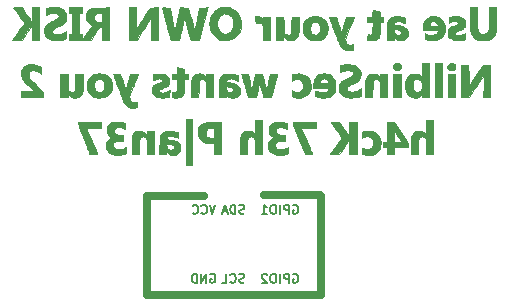
<source format=gbr>
%TF.GenerationSoftware,KiCad,Pcbnew,(7.0.0)*%
%TF.CreationDate,2024-07-03T12:20:39-05:00*%
%TF.ProjectId,DC32H4X0R,44433332-4834-4583-9052-2e6b69636164,rev?*%
%TF.SameCoordinates,Original*%
%TF.FileFunction,Legend,Bot*%
%TF.FilePolarity,Positive*%
%FSLAX46Y46*%
G04 Gerber Fmt 4.6, Leading zero omitted, Abs format (unit mm)*
G04 Created by KiCad (PCBNEW (7.0.0)) date 2024-07-03 12:20:39*
%MOMM*%
%LPD*%
G01*
G04 APERTURE LIST*
%ADD10C,0.150000*%
%ADD11C,0.700000*%
%ADD12C,0.010000*%
G04 APERTURE END LIST*
D10*
%TO.C,X1*%
X68639999Y-71821535D02*
X68389999Y-72571535D01*
X68389999Y-72571535D02*
X68139999Y-71821535D01*
X67461428Y-72500107D02*
X67497142Y-72535821D01*
X67497142Y-72535821D02*
X67604285Y-72571535D01*
X67604285Y-72571535D02*
X67675713Y-72571535D01*
X67675713Y-72571535D02*
X67782856Y-72535821D01*
X67782856Y-72535821D02*
X67854285Y-72464392D01*
X67854285Y-72464392D02*
X67889999Y-72392964D01*
X67889999Y-72392964D02*
X67925713Y-72250107D01*
X67925713Y-72250107D02*
X67925713Y-72142964D01*
X67925713Y-72142964D02*
X67889999Y-72000107D01*
X67889999Y-72000107D02*
X67854285Y-71928678D01*
X67854285Y-71928678D02*
X67782856Y-71857250D01*
X67782856Y-71857250D02*
X67675713Y-71821535D01*
X67675713Y-71821535D02*
X67604285Y-71821535D01*
X67604285Y-71821535D02*
X67497142Y-71857250D01*
X67497142Y-71857250D02*
X67461428Y-71892964D01*
X66711428Y-72500107D02*
X66747142Y-72535821D01*
X66747142Y-72535821D02*
X66854285Y-72571535D01*
X66854285Y-72571535D02*
X66925713Y-72571535D01*
X66925713Y-72571535D02*
X67032856Y-72535821D01*
X67032856Y-72535821D02*
X67104285Y-72464392D01*
X67104285Y-72464392D02*
X67139999Y-72392964D01*
X67139999Y-72392964D02*
X67175713Y-72250107D01*
X67175713Y-72250107D02*
X67175713Y-72142964D01*
X67175713Y-72142964D02*
X67139999Y-72000107D01*
X67139999Y-72000107D02*
X67104285Y-71928678D01*
X67104285Y-71928678D02*
X67032856Y-71857250D01*
X67032856Y-71857250D02*
X66925713Y-71821535D01*
X66925713Y-71821535D02*
X66854285Y-71821535D01*
X66854285Y-71821535D02*
X66747142Y-71857250D01*
X66747142Y-71857250D02*
X66711428Y-71892964D01*
X71090713Y-72535821D02*
X70983571Y-72571535D01*
X70983571Y-72571535D02*
X70804999Y-72571535D01*
X70804999Y-72571535D02*
X70733571Y-72535821D01*
X70733571Y-72535821D02*
X70697856Y-72500107D01*
X70697856Y-72500107D02*
X70662142Y-72428678D01*
X70662142Y-72428678D02*
X70662142Y-72357250D01*
X70662142Y-72357250D02*
X70697856Y-72285821D01*
X70697856Y-72285821D02*
X70733571Y-72250107D01*
X70733571Y-72250107D02*
X70804999Y-72214392D01*
X70804999Y-72214392D02*
X70947856Y-72178678D01*
X70947856Y-72178678D02*
X71019285Y-72142964D01*
X71019285Y-72142964D02*
X71054999Y-72107250D01*
X71054999Y-72107250D02*
X71090713Y-72035821D01*
X71090713Y-72035821D02*
X71090713Y-71964392D01*
X71090713Y-71964392D02*
X71054999Y-71892964D01*
X71054999Y-71892964D02*
X71019285Y-71857250D01*
X71019285Y-71857250D02*
X70947856Y-71821535D01*
X70947856Y-71821535D02*
X70769285Y-71821535D01*
X70769285Y-71821535D02*
X70662142Y-71857250D01*
X70340713Y-72571535D02*
X70340713Y-71821535D01*
X70340713Y-71821535D02*
X70162142Y-71821535D01*
X70162142Y-71821535D02*
X70054999Y-71857250D01*
X70054999Y-71857250D02*
X69983570Y-71928678D01*
X69983570Y-71928678D02*
X69947856Y-72000107D01*
X69947856Y-72000107D02*
X69912142Y-72142964D01*
X69912142Y-72142964D02*
X69912142Y-72250107D01*
X69912142Y-72250107D02*
X69947856Y-72392964D01*
X69947856Y-72392964D02*
X69983570Y-72464392D01*
X69983570Y-72464392D02*
X70054999Y-72535821D01*
X70054999Y-72535821D02*
X70162142Y-72571535D01*
X70162142Y-72571535D02*
X70340713Y-72571535D01*
X69626427Y-72357250D02*
X69269285Y-72357250D01*
X69697856Y-72571535D02*
X69447856Y-71821535D01*
X69447856Y-71821535D02*
X69197856Y-72571535D01*
X75224142Y-71857250D02*
X75295571Y-71821535D01*
X75295571Y-71821535D02*
X75402713Y-71821535D01*
X75402713Y-71821535D02*
X75509856Y-71857250D01*
X75509856Y-71857250D02*
X75581285Y-71928678D01*
X75581285Y-71928678D02*
X75616999Y-72000107D01*
X75616999Y-72000107D02*
X75652713Y-72142964D01*
X75652713Y-72142964D02*
X75652713Y-72250107D01*
X75652713Y-72250107D02*
X75616999Y-72392964D01*
X75616999Y-72392964D02*
X75581285Y-72464392D01*
X75581285Y-72464392D02*
X75509856Y-72535821D01*
X75509856Y-72535821D02*
X75402713Y-72571535D01*
X75402713Y-72571535D02*
X75331285Y-72571535D01*
X75331285Y-72571535D02*
X75224142Y-72535821D01*
X75224142Y-72535821D02*
X75188428Y-72500107D01*
X75188428Y-72500107D02*
X75188428Y-72250107D01*
X75188428Y-72250107D02*
X75331285Y-72250107D01*
X74866999Y-72571535D02*
X74866999Y-71821535D01*
X74866999Y-71821535D02*
X74581285Y-71821535D01*
X74581285Y-71821535D02*
X74509856Y-71857250D01*
X74509856Y-71857250D02*
X74474142Y-71892964D01*
X74474142Y-71892964D02*
X74438428Y-71964392D01*
X74438428Y-71964392D02*
X74438428Y-72071535D01*
X74438428Y-72071535D02*
X74474142Y-72142964D01*
X74474142Y-72142964D02*
X74509856Y-72178678D01*
X74509856Y-72178678D02*
X74581285Y-72214392D01*
X74581285Y-72214392D02*
X74866999Y-72214392D01*
X74116999Y-72571535D02*
X74116999Y-71821535D01*
X73616999Y-71821535D02*
X73474142Y-71821535D01*
X73474142Y-71821535D02*
X73402713Y-71857250D01*
X73402713Y-71857250D02*
X73331285Y-71928678D01*
X73331285Y-71928678D02*
X73295570Y-72071535D01*
X73295570Y-72071535D02*
X73295570Y-72321535D01*
X73295570Y-72321535D02*
X73331285Y-72464392D01*
X73331285Y-72464392D02*
X73402713Y-72535821D01*
X73402713Y-72535821D02*
X73474142Y-72571535D01*
X73474142Y-72571535D02*
X73616999Y-72571535D01*
X73616999Y-72571535D02*
X73688428Y-72535821D01*
X73688428Y-72535821D02*
X73759856Y-72464392D01*
X73759856Y-72464392D02*
X73795570Y-72321535D01*
X73795570Y-72321535D02*
X73795570Y-72071535D01*
X73795570Y-72071535D02*
X73759856Y-71928678D01*
X73759856Y-71928678D02*
X73688428Y-71857250D01*
X73688428Y-71857250D02*
X73616999Y-71821535D01*
X72581285Y-72571535D02*
X73009856Y-72571535D01*
X72795571Y-72571535D02*
X72795571Y-71821535D01*
X72795571Y-71821535D02*
X72866999Y-71928678D01*
X72866999Y-71928678D02*
X72938428Y-72000107D01*
X72938428Y-72000107D02*
X73009856Y-72035821D01*
X68211428Y-77699250D02*
X68282857Y-77663535D01*
X68282857Y-77663535D02*
X68389999Y-77663535D01*
X68389999Y-77663535D02*
X68497142Y-77699250D01*
X68497142Y-77699250D02*
X68568571Y-77770678D01*
X68568571Y-77770678D02*
X68604285Y-77842107D01*
X68604285Y-77842107D02*
X68639999Y-77984964D01*
X68639999Y-77984964D02*
X68639999Y-78092107D01*
X68639999Y-78092107D02*
X68604285Y-78234964D01*
X68604285Y-78234964D02*
X68568571Y-78306392D01*
X68568571Y-78306392D02*
X68497142Y-78377821D01*
X68497142Y-78377821D02*
X68389999Y-78413535D01*
X68389999Y-78413535D02*
X68318571Y-78413535D01*
X68318571Y-78413535D02*
X68211428Y-78377821D01*
X68211428Y-78377821D02*
X68175714Y-78342107D01*
X68175714Y-78342107D02*
X68175714Y-78092107D01*
X68175714Y-78092107D02*
X68318571Y-78092107D01*
X67854285Y-78413535D02*
X67854285Y-77663535D01*
X67854285Y-77663535D02*
X67425714Y-78413535D01*
X67425714Y-78413535D02*
X67425714Y-77663535D01*
X67068571Y-78413535D02*
X67068571Y-77663535D01*
X67068571Y-77663535D02*
X66890000Y-77663535D01*
X66890000Y-77663535D02*
X66782857Y-77699250D01*
X66782857Y-77699250D02*
X66711428Y-77770678D01*
X66711428Y-77770678D02*
X66675714Y-77842107D01*
X66675714Y-77842107D02*
X66640000Y-77984964D01*
X66640000Y-77984964D02*
X66640000Y-78092107D01*
X66640000Y-78092107D02*
X66675714Y-78234964D01*
X66675714Y-78234964D02*
X66711428Y-78306392D01*
X66711428Y-78306392D02*
X66782857Y-78377821D01*
X66782857Y-78377821D02*
X66890000Y-78413535D01*
X66890000Y-78413535D02*
X67068571Y-78413535D01*
X71072856Y-78377821D02*
X70965714Y-78413535D01*
X70965714Y-78413535D02*
X70787142Y-78413535D01*
X70787142Y-78413535D02*
X70715714Y-78377821D01*
X70715714Y-78377821D02*
X70679999Y-78342107D01*
X70679999Y-78342107D02*
X70644285Y-78270678D01*
X70644285Y-78270678D02*
X70644285Y-78199250D01*
X70644285Y-78199250D02*
X70679999Y-78127821D01*
X70679999Y-78127821D02*
X70715714Y-78092107D01*
X70715714Y-78092107D02*
X70787142Y-78056392D01*
X70787142Y-78056392D02*
X70929999Y-78020678D01*
X70929999Y-78020678D02*
X71001428Y-77984964D01*
X71001428Y-77984964D02*
X71037142Y-77949250D01*
X71037142Y-77949250D02*
X71072856Y-77877821D01*
X71072856Y-77877821D02*
X71072856Y-77806392D01*
X71072856Y-77806392D02*
X71037142Y-77734964D01*
X71037142Y-77734964D02*
X71001428Y-77699250D01*
X71001428Y-77699250D02*
X70929999Y-77663535D01*
X70929999Y-77663535D02*
X70751428Y-77663535D01*
X70751428Y-77663535D02*
X70644285Y-77699250D01*
X69894285Y-78342107D02*
X69929999Y-78377821D01*
X69929999Y-78377821D02*
X70037142Y-78413535D01*
X70037142Y-78413535D02*
X70108570Y-78413535D01*
X70108570Y-78413535D02*
X70215713Y-78377821D01*
X70215713Y-78377821D02*
X70287142Y-78306392D01*
X70287142Y-78306392D02*
X70322856Y-78234964D01*
X70322856Y-78234964D02*
X70358570Y-78092107D01*
X70358570Y-78092107D02*
X70358570Y-77984964D01*
X70358570Y-77984964D02*
X70322856Y-77842107D01*
X70322856Y-77842107D02*
X70287142Y-77770678D01*
X70287142Y-77770678D02*
X70215713Y-77699250D01*
X70215713Y-77699250D02*
X70108570Y-77663535D01*
X70108570Y-77663535D02*
X70037142Y-77663535D01*
X70037142Y-77663535D02*
X69929999Y-77699250D01*
X69929999Y-77699250D02*
X69894285Y-77734964D01*
X69215713Y-78413535D02*
X69572856Y-78413535D01*
X69572856Y-78413535D02*
X69572856Y-77663535D01*
X75224142Y-77699250D02*
X75295571Y-77663535D01*
X75295571Y-77663535D02*
X75402713Y-77663535D01*
X75402713Y-77663535D02*
X75509856Y-77699250D01*
X75509856Y-77699250D02*
X75581285Y-77770678D01*
X75581285Y-77770678D02*
X75616999Y-77842107D01*
X75616999Y-77842107D02*
X75652713Y-77984964D01*
X75652713Y-77984964D02*
X75652713Y-78092107D01*
X75652713Y-78092107D02*
X75616999Y-78234964D01*
X75616999Y-78234964D02*
X75581285Y-78306392D01*
X75581285Y-78306392D02*
X75509856Y-78377821D01*
X75509856Y-78377821D02*
X75402713Y-78413535D01*
X75402713Y-78413535D02*
X75331285Y-78413535D01*
X75331285Y-78413535D02*
X75224142Y-78377821D01*
X75224142Y-78377821D02*
X75188428Y-78342107D01*
X75188428Y-78342107D02*
X75188428Y-78092107D01*
X75188428Y-78092107D02*
X75331285Y-78092107D01*
X74866999Y-78413535D02*
X74866999Y-77663535D01*
X74866999Y-77663535D02*
X74581285Y-77663535D01*
X74581285Y-77663535D02*
X74509856Y-77699250D01*
X74509856Y-77699250D02*
X74474142Y-77734964D01*
X74474142Y-77734964D02*
X74438428Y-77806392D01*
X74438428Y-77806392D02*
X74438428Y-77913535D01*
X74438428Y-77913535D02*
X74474142Y-77984964D01*
X74474142Y-77984964D02*
X74509856Y-78020678D01*
X74509856Y-78020678D02*
X74581285Y-78056392D01*
X74581285Y-78056392D02*
X74866999Y-78056392D01*
X74116999Y-78413535D02*
X74116999Y-77663535D01*
X73616999Y-77663535D02*
X73474142Y-77663535D01*
X73474142Y-77663535D02*
X73402713Y-77699250D01*
X73402713Y-77699250D02*
X73331285Y-77770678D01*
X73331285Y-77770678D02*
X73295570Y-77913535D01*
X73295570Y-77913535D02*
X73295570Y-78163535D01*
X73295570Y-78163535D02*
X73331285Y-78306392D01*
X73331285Y-78306392D02*
X73402713Y-78377821D01*
X73402713Y-78377821D02*
X73474142Y-78413535D01*
X73474142Y-78413535D02*
X73616999Y-78413535D01*
X73616999Y-78413535D02*
X73688428Y-78377821D01*
X73688428Y-78377821D02*
X73759856Y-78306392D01*
X73759856Y-78306392D02*
X73795570Y-78163535D01*
X73795570Y-78163535D02*
X73795570Y-77913535D01*
X73795570Y-77913535D02*
X73759856Y-77770678D01*
X73759856Y-77770678D02*
X73688428Y-77699250D01*
X73688428Y-77699250D02*
X73616999Y-77663535D01*
X73009856Y-77734964D02*
X72974142Y-77699250D01*
X72974142Y-77699250D02*
X72902714Y-77663535D01*
X72902714Y-77663535D02*
X72724142Y-77663535D01*
X72724142Y-77663535D02*
X72652714Y-77699250D01*
X72652714Y-77699250D02*
X72616999Y-77734964D01*
X72616999Y-77734964D02*
X72581285Y-77806392D01*
X72581285Y-77806392D02*
X72581285Y-77877821D01*
X72581285Y-77877821D02*
X72616999Y-77984964D01*
X72616999Y-77984964D02*
X73045571Y-78413535D01*
X73045571Y-78413535D02*
X72581285Y-78413535D01*
D11*
X67640000Y-71026000D02*
X62814000Y-71026000D01*
X77459640Y-70975200D02*
X72720000Y-70975200D01*
X62814000Y-71026000D02*
X62814000Y-79408000D01*
X62814000Y-79408000D02*
X77546000Y-79408000D01*
X77546000Y-79408000D02*
X77546000Y-71026000D01*
%TO.C,G\u002A\u002A\u002A*%
G36*
X66678471Y-68454826D02*
G01*
X66170030Y-68454826D01*
X66180834Y-64549576D01*
X66667667Y-64549576D01*
X66678471Y-68454826D01*
G37*
D12*
X66678471Y-68454826D02*
X66170030Y-68454826D01*
X66180834Y-64549576D01*
X66667667Y-64549576D01*
X66678471Y-68454826D01*
G36*
X60460974Y-64764848D02*
G01*
X60640291Y-64789404D01*
X60803290Y-64829875D01*
X60911422Y-64871858D01*
X60984417Y-64906666D01*
X60984417Y-65158510D01*
X60983177Y-65255174D01*
X60979801Y-65333292D01*
X60974800Y-65384994D01*
X60968686Y-65402410D01*
X60968542Y-65402348D01*
X60854504Y-65345100D01*
X60769254Y-65304121D01*
X60703746Y-65276691D01*
X60648932Y-65260091D01*
X60595764Y-65251601D01*
X60535195Y-65248502D01*
X60458178Y-65248076D01*
X60455250Y-65248076D01*
X60355121Y-65249522D01*
X60285597Y-65255198D01*
X60235006Y-65267111D01*
X60191679Y-65287269D01*
X60177282Y-65295888D01*
X60106296Y-65357146D01*
X60066537Y-65436632D01*
X60055160Y-65541243D01*
X60057477Y-65586521D01*
X60076773Y-65684486D01*
X60118960Y-65760509D01*
X60187778Y-65816861D01*
X60286965Y-65855817D01*
X60420260Y-65879650D01*
X60555792Y-65889428D01*
X60793917Y-65898986D01*
X60793917Y-66376034D01*
X60545209Y-66383555D01*
X60433117Y-66387964D01*
X60351893Y-66394631D01*
X60290071Y-66405626D01*
X60236184Y-66423023D01*
X60178767Y-66448894D01*
X60175887Y-66450305D01*
X60070331Y-66516941D01*
X60003297Y-66596096D01*
X59971797Y-66691988D01*
X59968417Y-66743154D01*
X59984441Y-66856657D01*
X60034410Y-66947708D01*
X60121172Y-67020774D01*
X60158850Y-67041951D01*
X60289695Y-67087269D01*
X60441793Y-67103340D01*
X60606490Y-67090883D01*
X60775134Y-67050612D01*
X60939071Y-66983246D01*
X60952667Y-66976212D01*
X61013416Y-66944419D01*
X61058627Y-66921118D01*
X61074375Y-66913308D01*
X61080286Y-66930374D01*
X61085199Y-66982155D01*
X61088658Y-67061035D01*
X61090209Y-67159400D01*
X61090250Y-67179148D01*
X61090250Y-67452164D01*
X60957959Y-67497941D01*
X60776481Y-67546228D01*
X60572602Y-67576019D01*
X60362695Y-67585813D01*
X60163131Y-67574107D01*
X60148334Y-67572227D01*
X59996831Y-67540197D01*
X59845224Y-67486874D01*
X59705183Y-67417700D01*
X59588380Y-67338115D01*
X59531681Y-67284752D01*
X59438255Y-67153083D01*
X59373588Y-67001835D01*
X59339730Y-66840934D01*
X59338731Y-66680307D01*
X59372641Y-66529877D01*
X59374650Y-66524483D01*
X59442354Y-66400489D01*
X59542103Y-66290053D01*
X59663829Y-66202435D01*
X59779747Y-66151979D01*
X59905971Y-66113231D01*
X59763508Y-66040487D01*
X59625673Y-65949417D01*
X59523089Y-65834945D01*
X59455729Y-65697021D01*
X59423566Y-65535593D01*
X59422688Y-65396501D01*
X59452142Y-65234360D01*
X59517454Y-65093616D01*
X59617240Y-64975535D01*
X59750118Y-64881383D01*
X59914706Y-64812422D01*
X60107092Y-64770270D01*
X60278765Y-64757905D01*
X60460974Y-64764848D01*
G37*
X60460974Y-64764848D02*
X60640291Y-64789404D01*
X60803290Y-64829875D01*
X60911422Y-64871858D01*
X60984417Y-64906666D01*
X60984417Y-65158510D01*
X60983177Y-65255174D01*
X60979801Y-65333292D01*
X60974800Y-65384994D01*
X60968686Y-65402410D01*
X60968542Y-65402348D01*
X60854504Y-65345100D01*
X60769254Y-65304121D01*
X60703746Y-65276691D01*
X60648932Y-65260091D01*
X60595764Y-65251601D01*
X60535195Y-65248502D01*
X60458178Y-65248076D01*
X60455250Y-65248076D01*
X60355121Y-65249522D01*
X60285597Y-65255198D01*
X60235006Y-65267111D01*
X60191679Y-65287269D01*
X60177282Y-65295888D01*
X60106296Y-65357146D01*
X60066537Y-65436632D01*
X60055160Y-65541243D01*
X60057477Y-65586521D01*
X60076773Y-65684486D01*
X60118960Y-65760509D01*
X60187778Y-65816861D01*
X60286965Y-65855817D01*
X60420260Y-65879650D01*
X60555792Y-65889428D01*
X60793917Y-65898986D01*
X60793917Y-66376034D01*
X60545209Y-66383555D01*
X60433117Y-66387964D01*
X60351893Y-66394631D01*
X60290071Y-66405626D01*
X60236184Y-66423023D01*
X60178767Y-66448894D01*
X60175887Y-66450305D01*
X60070331Y-66516941D01*
X60003297Y-66596096D01*
X59971797Y-66691988D01*
X59968417Y-66743154D01*
X59984441Y-66856657D01*
X60034410Y-66947708D01*
X60121172Y-67020774D01*
X60158850Y-67041951D01*
X60289695Y-67087269D01*
X60441793Y-67103340D01*
X60606490Y-67090883D01*
X60775134Y-67050612D01*
X60939071Y-66983246D01*
X60952667Y-66976212D01*
X61013416Y-66944419D01*
X61058627Y-66921118D01*
X61074375Y-66913308D01*
X61080286Y-66930374D01*
X61085199Y-66982155D01*
X61088658Y-67061035D01*
X61090209Y-67159400D01*
X61090250Y-67179148D01*
X61090250Y-67452164D01*
X60957959Y-67497941D01*
X60776481Y-67546228D01*
X60572602Y-67576019D01*
X60362695Y-67585813D01*
X60163131Y-67574107D01*
X60148334Y-67572227D01*
X59996831Y-67540197D01*
X59845224Y-67486874D01*
X59705183Y-67417700D01*
X59588380Y-67338115D01*
X59531681Y-67284752D01*
X59438255Y-67153083D01*
X59373588Y-67001835D01*
X59339730Y-66840934D01*
X59338731Y-66680307D01*
X59372641Y-66529877D01*
X59374650Y-66524483D01*
X59442354Y-66400489D01*
X59542103Y-66290053D01*
X59663829Y-66202435D01*
X59779747Y-66151979D01*
X59905971Y-66113231D01*
X59763508Y-66040487D01*
X59625673Y-65949417D01*
X59523089Y-65834945D01*
X59455729Y-65697021D01*
X59423566Y-65535593D01*
X59422688Y-65396501D01*
X59452142Y-65234360D01*
X59517454Y-65093616D01*
X59617240Y-64975535D01*
X59750118Y-64881383D01*
X59914706Y-64812422D01*
X60107092Y-64770270D01*
X60278765Y-64757905D01*
X60460974Y-64764848D01*
G36*
X63906879Y-66723757D02*
G01*
X63908294Y-66621162D01*
X64498084Y-66621162D01*
X64498084Y-66723757D01*
X64514550Y-66850902D01*
X64560277Y-66960892D01*
X64629750Y-67049078D01*
X64717458Y-67110810D01*
X64817889Y-67141437D01*
X64925530Y-67136311D01*
X64970923Y-67122623D01*
X65047694Y-67074207D01*
X65095143Y-67004908D01*
X65113298Y-66924354D01*
X65102184Y-66842169D01*
X65061829Y-66767981D01*
X64992259Y-66711416D01*
X64969759Y-66700934D01*
X64923261Y-66687673D01*
X64847457Y-66671990D01*
X64755091Y-66656375D01*
X64704459Y-66649071D01*
X64498084Y-66621162D01*
X63908294Y-66621162D01*
X63908568Y-66601280D01*
X63911938Y-66456426D01*
X63916285Y-66332299D01*
X63921408Y-66235809D01*
X63927101Y-66173866D01*
X63927854Y-66168826D01*
X63974111Y-65987761D01*
X64049810Y-65837065D01*
X64154996Y-65716703D01*
X64289712Y-65626642D01*
X64454003Y-65566848D01*
X64647912Y-65537287D01*
X64751263Y-65533826D01*
X64905307Y-65543291D01*
X65078896Y-65569595D01*
X65254253Y-65609601D01*
X65360324Y-65641320D01*
X65492917Y-65685444D01*
X65492917Y-66169188D01*
X65381792Y-66107826D01*
X65218975Y-66031057D01*
X65060759Y-65986318D01*
X64890306Y-65969134D01*
X64857917Y-65968626D01*
X64764528Y-65969783D01*
X64701109Y-65975935D01*
X64655382Y-65989447D01*
X64615065Y-66012685D01*
X64609740Y-66016431D01*
X64568086Y-66058546D01*
X64531629Y-66115946D01*
X64506228Y-66175727D01*
X64497740Y-66224983D01*
X64505272Y-66246570D01*
X64530294Y-66254308D01*
X64589280Y-66265878D01*
X64674185Y-66279882D01*
X64776961Y-66294927D01*
X64810288Y-66299463D01*
X64982283Y-66324492D01*
X65119200Y-66349565D01*
X65228247Y-66376662D01*
X65316635Y-66407764D01*
X65391574Y-66444851D01*
X65432515Y-66470420D01*
X65544447Y-66566507D01*
X65622281Y-66682901D01*
X65667319Y-66822578D01*
X65680859Y-66988516D01*
X65679402Y-67035897D01*
X65654914Y-67197588D01*
X65598867Y-67331369D01*
X65510626Y-67438244D01*
X65389556Y-67519212D01*
X65365917Y-67530360D01*
X65269085Y-67560035D01*
X65149561Y-67577115D01*
X65024908Y-67580640D01*
X64912692Y-67569648D01*
X64864779Y-67557776D01*
X64713979Y-67488933D01*
X64591186Y-67391240D01*
X64561824Y-67358342D01*
X64498084Y-67281014D01*
X64498084Y-67544659D01*
X63905417Y-67544659D01*
X63905577Y-66925534D01*
X63906380Y-66759952D01*
X63906879Y-66723757D01*
G37*
X63906879Y-66723757D02*
X63908294Y-66621162D01*
X64498084Y-66621162D01*
X64498084Y-66723757D01*
X64514550Y-66850902D01*
X64560277Y-66960892D01*
X64629750Y-67049078D01*
X64717458Y-67110810D01*
X64817889Y-67141437D01*
X64925530Y-67136311D01*
X64970923Y-67122623D01*
X65047694Y-67074207D01*
X65095143Y-67004908D01*
X65113298Y-66924354D01*
X65102184Y-66842169D01*
X65061829Y-66767981D01*
X64992259Y-66711416D01*
X64969759Y-66700934D01*
X64923261Y-66687673D01*
X64847457Y-66671990D01*
X64755091Y-66656375D01*
X64704459Y-66649071D01*
X64498084Y-66621162D01*
X63908294Y-66621162D01*
X63908568Y-66601280D01*
X63911938Y-66456426D01*
X63916285Y-66332299D01*
X63921408Y-66235809D01*
X63927101Y-66173866D01*
X63927854Y-66168826D01*
X63974111Y-65987761D01*
X64049810Y-65837065D01*
X64154996Y-65716703D01*
X64289712Y-65626642D01*
X64454003Y-65566848D01*
X64647912Y-65537287D01*
X64751263Y-65533826D01*
X64905307Y-65543291D01*
X65078896Y-65569595D01*
X65254253Y-65609601D01*
X65360324Y-65641320D01*
X65492917Y-65685444D01*
X65492917Y-66169188D01*
X65381792Y-66107826D01*
X65218975Y-66031057D01*
X65060759Y-65986318D01*
X64890306Y-65969134D01*
X64857917Y-65968626D01*
X64764528Y-65969783D01*
X64701109Y-65975935D01*
X64655382Y-65989447D01*
X64615065Y-66012685D01*
X64609740Y-66016431D01*
X64568086Y-66058546D01*
X64531629Y-66115946D01*
X64506228Y-66175727D01*
X64497740Y-66224983D01*
X64505272Y-66246570D01*
X64530294Y-66254308D01*
X64589280Y-66265878D01*
X64674185Y-66279882D01*
X64776961Y-66294927D01*
X64810288Y-66299463D01*
X64982283Y-66324492D01*
X65119200Y-66349565D01*
X65228247Y-66376662D01*
X65316635Y-66407764D01*
X65391574Y-66444851D01*
X65432515Y-66470420D01*
X65544447Y-66566507D01*
X65622281Y-66682901D01*
X65667319Y-66822578D01*
X65680859Y-66988516D01*
X65679402Y-67035897D01*
X65654914Y-67197588D01*
X65598867Y-67331369D01*
X65510626Y-67438244D01*
X65389556Y-67519212D01*
X65365917Y-67530360D01*
X65269085Y-67560035D01*
X65149561Y-67577115D01*
X65024908Y-67580640D01*
X64912692Y-67569648D01*
X64864779Y-67557776D01*
X64713979Y-67488933D01*
X64591186Y-67391240D01*
X64561824Y-67358342D01*
X64498084Y-67281014D01*
X64498084Y-67544659D01*
X63905417Y-67544659D01*
X63905577Y-66925534D01*
X63906380Y-66759952D01*
X63906879Y-66723757D01*
G36*
X74247468Y-64771325D02*
G01*
X74433776Y-64804564D01*
X74555474Y-64840643D01*
X74689834Y-64888498D01*
X74701708Y-65405352D01*
X74537021Y-65326714D01*
X74455815Y-65289384D01*
X74392453Y-65266198D01*
X74331349Y-65253814D01*
X74256923Y-65248891D01*
X74170319Y-65248076D01*
X74050738Y-65251720D01*
X73963651Y-65265154D01*
X73899650Y-65292130D01*
X73849327Y-65336399D01*
X73809228Y-65392101D01*
X73781112Y-65453768D01*
X73772929Y-65526603D01*
X73774777Y-65568918D01*
X73792974Y-65670961D01*
X73833247Y-65750469D01*
X73899352Y-65809768D01*
X73995046Y-65851183D01*
X74124085Y-65877042D01*
X74290226Y-65889669D01*
X74292959Y-65889768D01*
X74531084Y-65898228D01*
X74531084Y-66380493D01*
X74312675Y-66380493D01*
X74145592Y-66386789D01*
X74012425Y-66406920D01*
X73906481Y-66442746D01*
X73821073Y-66496127D01*
X73787297Y-66526632D01*
X73719366Y-66620999D01*
X73689666Y-66724644D01*
X73697973Y-66829742D01*
X73744065Y-66928469D01*
X73800516Y-66991208D01*
X73879425Y-67046071D01*
X73972246Y-67080369D01*
X74088934Y-67096930D01*
X74181834Y-67099524D01*
X74332100Y-67091654D01*
X74462723Y-67065745D01*
X74593631Y-67017001D01*
X74663375Y-66983600D01*
X74806250Y-66911372D01*
X74806250Y-67454241D01*
X74716292Y-67487469D01*
X74636852Y-67514880D01*
X74555655Y-67540105D01*
X74541667Y-67544064D01*
X74485828Y-67553851D01*
X74398820Y-67562723D01*
X74291804Y-67570191D01*
X74175944Y-67575765D01*
X74062402Y-67578959D01*
X73962338Y-67579283D01*
X73886916Y-67576248D01*
X73864334Y-67573710D01*
X73665863Y-67527087D01*
X73487837Y-67453760D01*
X73337332Y-67356993D01*
X73276424Y-67302657D01*
X73174633Y-67178421D01*
X73106540Y-67039460D01*
X73068618Y-66886459D01*
X73059174Y-66711810D01*
X73088173Y-66553148D01*
X73153824Y-66413294D01*
X73254336Y-66295071D01*
X73387919Y-66201299D01*
X73544134Y-66137341D01*
X73626102Y-66112830D01*
X73508096Y-66055095D01*
X73395296Y-65983652D01*
X73294990Y-65889836D01*
X73217096Y-65784538D01*
X73174189Y-65688403D01*
X73151217Y-65567532D01*
X73145693Y-65435003D01*
X73156968Y-65306285D01*
X73184396Y-65196847D01*
X73195880Y-65169666D01*
X73266368Y-65061621D01*
X73366599Y-64959843D01*
X73484303Y-64875796D01*
X73543126Y-64845244D01*
X73691125Y-64795833D01*
X73865166Y-64767010D01*
X74054272Y-64758824D01*
X74247468Y-64771325D01*
G37*
X74247468Y-64771325D02*
X74433776Y-64804564D01*
X74555474Y-64840643D01*
X74689834Y-64888498D01*
X74701708Y-65405352D01*
X74537021Y-65326714D01*
X74455815Y-65289384D01*
X74392453Y-65266198D01*
X74331349Y-65253814D01*
X74256923Y-65248891D01*
X74170319Y-65248076D01*
X74050738Y-65251720D01*
X73963651Y-65265154D01*
X73899650Y-65292130D01*
X73849327Y-65336399D01*
X73809228Y-65392101D01*
X73781112Y-65453768D01*
X73772929Y-65526603D01*
X73774777Y-65568918D01*
X73792974Y-65670961D01*
X73833247Y-65750469D01*
X73899352Y-65809768D01*
X73995046Y-65851183D01*
X74124085Y-65877042D01*
X74290226Y-65889669D01*
X74292959Y-65889768D01*
X74531084Y-65898228D01*
X74531084Y-66380493D01*
X74312675Y-66380493D01*
X74145592Y-66386789D01*
X74012425Y-66406920D01*
X73906481Y-66442746D01*
X73821073Y-66496127D01*
X73787297Y-66526632D01*
X73719366Y-66620999D01*
X73689666Y-66724644D01*
X73697973Y-66829742D01*
X73744065Y-66928469D01*
X73800516Y-66991208D01*
X73879425Y-67046071D01*
X73972246Y-67080369D01*
X74088934Y-67096930D01*
X74181834Y-67099524D01*
X74332100Y-67091654D01*
X74462723Y-67065745D01*
X74593631Y-67017001D01*
X74663375Y-66983600D01*
X74806250Y-66911372D01*
X74806250Y-67454241D01*
X74716292Y-67487469D01*
X74636852Y-67514880D01*
X74555655Y-67540105D01*
X74541667Y-67544064D01*
X74485828Y-67553851D01*
X74398820Y-67562723D01*
X74291804Y-67570191D01*
X74175944Y-67575765D01*
X74062402Y-67578959D01*
X73962338Y-67579283D01*
X73886916Y-67576248D01*
X73864334Y-67573710D01*
X73665863Y-67527087D01*
X73487837Y-67453760D01*
X73337332Y-67356993D01*
X73276424Y-67302657D01*
X73174633Y-67178421D01*
X73106540Y-67039460D01*
X73068618Y-66886459D01*
X73059174Y-66711810D01*
X73088173Y-66553148D01*
X73153824Y-66413294D01*
X73254336Y-66295071D01*
X73387919Y-66201299D01*
X73544134Y-66137341D01*
X73626102Y-66112830D01*
X73508096Y-66055095D01*
X73395296Y-65983652D01*
X73294990Y-65889836D01*
X73217096Y-65784538D01*
X73174189Y-65688403D01*
X73151217Y-65567532D01*
X73145693Y-65435003D01*
X73156968Y-65306285D01*
X73184396Y-65196847D01*
X73195880Y-65169666D01*
X73266368Y-65061621D01*
X73366599Y-64959843D01*
X73484303Y-64875796D01*
X73543126Y-64845244D01*
X73691125Y-64795833D01*
X73865166Y-64767010D01*
X74054272Y-64758824D01*
X74247468Y-64771325D01*
G36*
X81665794Y-65542423D02*
G01*
X81885699Y-65577868D01*
X82079897Y-65645806D01*
X82247573Y-65745765D01*
X82387915Y-65877270D01*
X82500110Y-66039849D01*
X82576333Y-66212301D01*
X82606434Y-66334029D01*
X82623293Y-66478842D01*
X82626854Y-66632522D01*
X82617063Y-66780849D01*
X82593865Y-66909603D01*
X82579200Y-66956926D01*
X82491569Y-67137477D01*
X82372671Y-67290354D01*
X82225002Y-67413420D01*
X82051055Y-67504540D01*
X81878691Y-67556507D01*
X81746260Y-67575651D01*
X81596208Y-67583282D01*
X81448221Y-67579133D01*
X81327175Y-67563979D01*
X81246834Y-67545197D01*
X81158413Y-67520291D01*
X81131383Y-67511680D01*
X81029250Y-67477757D01*
X81029250Y-67225458D01*
X81030136Y-67127755D01*
X81032548Y-67047666D01*
X81036120Y-66993400D01*
X81040484Y-66973162D01*
X81040537Y-66973159D01*
X81064024Y-66982029D01*
X81113232Y-67004998D01*
X81162245Y-67029381D01*
X81277140Y-67073445D01*
X81409856Y-67094459D01*
X81420834Y-67095227D01*
X81559767Y-67096123D01*
X81670626Y-67076197D01*
X81763932Y-67032022D01*
X81850206Y-66960169D01*
X81857209Y-66953030D01*
X81937347Y-66848160D01*
X81984570Y-66729622D01*
X82001157Y-66590053D01*
X81997846Y-66499121D01*
X81968297Y-66346356D01*
X81907166Y-66221398D01*
X81815681Y-66125297D01*
X81695067Y-66059108D01*
X81546552Y-66023880D01*
X81437071Y-66018071D01*
X81371605Y-66020610D01*
X81313553Y-66029311D01*
X81252567Y-66047476D01*
X81178301Y-66078405D01*
X81080409Y-66125402D01*
X81044478Y-66143332D01*
X81038730Y-66126731D01*
X81034787Y-66075432D01*
X81032956Y-65997043D01*
X81033547Y-65899175D01*
X81033895Y-65881861D01*
X81039834Y-65612104D01*
X81124500Y-65581860D01*
X81183068Y-65567437D01*
X81269547Y-65553964D01*
X81369529Y-65543480D01*
X81420994Y-65539944D01*
X81665794Y-65542423D01*
G37*
X81665794Y-65542423D02*
X81885699Y-65577868D01*
X82079897Y-65645806D01*
X82247573Y-65745765D01*
X82387915Y-65877270D01*
X82500110Y-66039849D01*
X82576333Y-66212301D01*
X82606434Y-66334029D01*
X82623293Y-66478842D01*
X82626854Y-66632522D01*
X82617063Y-66780849D01*
X82593865Y-66909603D01*
X82579200Y-66956926D01*
X82491569Y-67137477D01*
X82372671Y-67290354D01*
X82225002Y-67413420D01*
X82051055Y-67504540D01*
X81878691Y-67556507D01*
X81746260Y-67575651D01*
X81596208Y-67583282D01*
X81448221Y-67579133D01*
X81327175Y-67563979D01*
X81246834Y-67545197D01*
X81158413Y-67520291D01*
X81131383Y-67511680D01*
X81029250Y-67477757D01*
X81029250Y-67225458D01*
X81030136Y-67127755D01*
X81032548Y-67047666D01*
X81036120Y-66993400D01*
X81040484Y-66973162D01*
X81040537Y-66973159D01*
X81064024Y-66982029D01*
X81113232Y-67004998D01*
X81162245Y-67029381D01*
X81277140Y-67073445D01*
X81409856Y-67094459D01*
X81420834Y-67095227D01*
X81559767Y-67096123D01*
X81670626Y-67076197D01*
X81763932Y-67032022D01*
X81850206Y-66960169D01*
X81857209Y-66953030D01*
X81937347Y-66848160D01*
X81984570Y-66729622D01*
X82001157Y-66590053D01*
X81997846Y-66499121D01*
X81968297Y-66346356D01*
X81907166Y-66221398D01*
X81815681Y-66125297D01*
X81695067Y-66059108D01*
X81546552Y-66023880D01*
X81437071Y-66018071D01*
X81371605Y-66020610D01*
X81313553Y-66029311D01*
X81252567Y-66047476D01*
X81178301Y-66078405D01*
X81080409Y-66125402D01*
X81044478Y-66143332D01*
X81038730Y-66126731D01*
X81034787Y-66075432D01*
X81032956Y-65997043D01*
X81033547Y-65899175D01*
X81033895Y-65881861D01*
X81039834Y-65612104D01*
X81124500Y-65581860D01*
X81183068Y-65567437D01*
X81269547Y-65553964D01*
X81369529Y-65543480D01*
X81420994Y-65539944D01*
X81665794Y-65542423D01*
G36*
X58952417Y-65300372D02*
G01*
X57690619Y-65311576D01*
X58173219Y-66422826D01*
X58261724Y-66626706D01*
X58344989Y-66818678D01*
X58421519Y-66995285D01*
X58489819Y-67153071D01*
X58548395Y-67288578D01*
X58595753Y-67398350D01*
X58630397Y-67478930D01*
X58650834Y-67526862D01*
X58655951Y-67539368D01*
X58636030Y-67541180D01*
X58580965Y-67542724D01*
X58497942Y-67543886D01*
X58394152Y-67544549D01*
X58327476Y-67544659D01*
X57998869Y-67544659D01*
X57977142Y-67486451D01*
X57965586Y-67456511D01*
X57939980Y-67390852D01*
X57901769Y-67293154D01*
X57852393Y-67167094D01*
X57793295Y-67016353D01*
X57725918Y-66844609D01*
X57651703Y-66655540D01*
X57572092Y-66452825D01*
X57501416Y-66272939D01*
X57406245Y-66030670D01*
X57325401Y-65824405D01*
X57257713Y-65650754D01*
X57202015Y-65506324D01*
X57157136Y-65387725D01*
X57121910Y-65291565D01*
X57095167Y-65214452D01*
X57075738Y-65152996D01*
X57062456Y-65103806D01*
X57054152Y-65063489D01*
X57049656Y-65028654D01*
X57047802Y-64995911D01*
X57047419Y-64961867D01*
X57047417Y-64955314D01*
X57047417Y-64792993D01*
X58952417Y-64792993D01*
X58952417Y-65300372D01*
G37*
X58952417Y-65300372D02*
X57690619Y-65311576D01*
X58173219Y-66422826D01*
X58261724Y-66626706D01*
X58344989Y-66818678D01*
X58421519Y-66995285D01*
X58489819Y-67153071D01*
X58548395Y-67288578D01*
X58595753Y-67398350D01*
X58630397Y-67478930D01*
X58650834Y-67526862D01*
X58655951Y-67539368D01*
X58636030Y-67541180D01*
X58580965Y-67542724D01*
X58497942Y-67543886D01*
X58394152Y-67544549D01*
X58327476Y-67544659D01*
X57998869Y-67544659D01*
X57977142Y-67486451D01*
X57965586Y-67456511D01*
X57939980Y-67390852D01*
X57901769Y-67293154D01*
X57852393Y-67167094D01*
X57793295Y-67016353D01*
X57725918Y-66844609D01*
X57651703Y-66655540D01*
X57572092Y-66452825D01*
X57501416Y-66272939D01*
X57406245Y-66030670D01*
X57325401Y-65824405D01*
X57257713Y-65650754D01*
X57202015Y-65506324D01*
X57157136Y-65387725D01*
X57121910Y-65291565D01*
X57095167Y-65214452D01*
X57075738Y-65152996D01*
X57062456Y-65103806D01*
X57054152Y-65063489D01*
X57049656Y-65028654D01*
X57047802Y-64995911D01*
X57047419Y-64961867D01*
X57047417Y-64955314D01*
X57047417Y-64792993D01*
X58952417Y-64792993D01*
X58952417Y-65300372D01*
G36*
X62384203Y-65552316D02*
G01*
X62542411Y-65605734D01*
X62680103Y-65691002D01*
X62788875Y-65802636D01*
X62847084Y-65880034D01*
X62847084Y-65576159D01*
X63460917Y-65576159D01*
X63460917Y-67544659D01*
X62849913Y-67544659D01*
X62843207Y-66914951D01*
X62841037Y-66724696D01*
X62838386Y-66571732D01*
X62834313Y-66451021D01*
X62827877Y-66357522D01*
X62818138Y-66286196D01*
X62804153Y-66232004D01*
X62784983Y-66189906D01*
X62759686Y-66154863D01*
X62727322Y-66121835D01*
X62688678Y-66087301D01*
X62598722Y-66032980D01*
X62500082Y-66013513D01*
X62402338Y-66027051D01*
X62315070Y-66071741D01*
X62247860Y-66145734D01*
X62232052Y-66175521D01*
X62220533Y-66203963D01*
X62211426Y-66236214D01*
X62204446Y-66277361D01*
X62199309Y-66332494D01*
X62195732Y-66406701D01*
X62193431Y-66505073D01*
X62192120Y-66632696D01*
X62191518Y-66794661D01*
X62191382Y-66904368D01*
X62190917Y-67544659D01*
X61551411Y-67544659D01*
X61560931Y-66819701D01*
X61563653Y-66623355D01*
X61566349Y-66464253D01*
X61569351Y-66337306D01*
X61572993Y-66237428D01*
X61577605Y-66159529D01*
X61583521Y-66098522D01*
X61591073Y-66049318D01*
X61600592Y-66006831D01*
X61612412Y-65965970D01*
X61617782Y-65949179D01*
X61685402Y-65801139D01*
X61780993Y-65684537D01*
X61903052Y-65600422D01*
X62050073Y-65549847D01*
X62212084Y-65533826D01*
X62384203Y-65552316D01*
G37*
X62384203Y-65552316D02*
X62542411Y-65605734D01*
X62680103Y-65691002D01*
X62788875Y-65802636D01*
X62847084Y-65880034D01*
X62847084Y-65576159D01*
X63460917Y-65576159D01*
X63460917Y-67544659D01*
X62849913Y-67544659D01*
X62843207Y-66914951D01*
X62841037Y-66724696D01*
X62838386Y-66571732D01*
X62834313Y-66451021D01*
X62827877Y-66357522D01*
X62818138Y-66286196D01*
X62804153Y-66232004D01*
X62784983Y-66189906D01*
X62759686Y-66154863D01*
X62727322Y-66121835D01*
X62688678Y-66087301D01*
X62598722Y-66032980D01*
X62500082Y-66013513D01*
X62402338Y-66027051D01*
X62315070Y-66071741D01*
X62247860Y-66145734D01*
X62232052Y-66175521D01*
X62220533Y-66203963D01*
X62211426Y-66236214D01*
X62204446Y-66277361D01*
X62199309Y-66332494D01*
X62195732Y-66406701D01*
X62193431Y-66505073D01*
X62192120Y-66632696D01*
X62191518Y-66794661D01*
X62191382Y-66904368D01*
X62190917Y-67544659D01*
X61551411Y-67544659D01*
X61560931Y-66819701D01*
X61563653Y-66623355D01*
X61566349Y-66464253D01*
X61569351Y-66337306D01*
X61572993Y-66237428D01*
X61577605Y-66159529D01*
X61583521Y-66098522D01*
X61591073Y-66049318D01*
X61600592Y-66006831D01*
X61612412Y-65965970D01*
X61617782Y-65949179D01*
X61685402Y-65801139D01*
X61780993Y-65684537D01*
X61903052Y-65600422D01*
X62050073Y-65549847D01*
X62212084Y-65533826D01*
X62384203Y-65552316D01*
G36*
X67141791Y-65752605D02*
G01*
X67802885Y-65752605D01*
X67825782Y-65863559D01*
X67874296Y-65960861D01*
X67948520Y-66035112D01*
X67958943Y-66041894D01*
X68053917Y-66084948D01*
X68175954Y-66111774D01*
X68331158Y-66123637D01*
X68355709Y-66124173D01*
X68498584Y-66126493D01*
X68498584Y-65296309D01*
X68271042Y-65304156D01*
X68162845Y-65309223D01*
X68086453Y-65316908D01*
X68031342Y-65329144D01*
X67986989Y-65347862D01*
X67965627Y-65360213D01*
X67886976Y-65431802D01*
X67833574Y-65527328D01*
X67805513Y-65637395D01*
X67802885Y-65752605D01*
X67141791Y-65752605D01*
X67135896Y-65709573D01*
X67144462Y-65518940D01*
X67185792Y-65334977D01*
X67259728Y-65178000D01*
X67366296Y-65047977D01*
X67505525Y-64944881D01*
X67677440Y-64868682D01*
X67762375Y-64843936D01*
X67817816Y-64832888D01*
X67891516Y-64823699D01*
X67988062Y-64816095D01*
X68112042Y-64809802D01*
X68268044Y-64804547D01*
X68460655Y-64800055D01*
X68514459Y-64799030D01*
X69133584Y-64787667D01*
X69133584Y-67544659D01*
X68498584Y-67544659D01*
X68498584Y-66592159D01*
X68238447Y-66592159D01*
X68069621Y-66587837D01*
X67930186Y-66573214D01*
X67807928Y-66545802D01*
X67690633Y-66503115D01*
X67606150Y-66463426D01*
X67447679Y-66361098D01*
X67319789Y-66231218D01*
X67224110Y-66077117D01*
X67162270Y-65902124D01*
X67141791Y-65752605D01*
G37*
X67141791Y-65752605D02*
X67802885Y-65752605D01*
X67825782Y-65863559D01*
X67874296Y-65960861D01*
X67948520Y-66035112D01*
X67958943Y-66041894D01*
X68053917Y-66084948D01*
X68175954Y-66111774D01*
X68331158Y-66123637D01*
X68355709Y-66124173D01*
X68498584Y-66126493D01*
X68498584Y-65296309D01*
X68271042Y-65304156D01*
X68162845Y-65309223D01*
X68086453Y-65316908D01*
X68031342Y-65329144D01*
X67986989Y-65347862D01*
X67965627Y-65360213D01*
X67886976Y-65431802D01*
X67833574Y-65527328D01*
X67805513Y-65637395D01*
X67802885Y-65752605D01*
X67141791Y-65752605D01*
X67135896Y-65709573D01*
X67144462Y-65518940D01*
X67185792Y-65334977D01*
X67259728Y-65178000D01*
X67366296Y-65047977D01*
X67505525Y-64944881D01*
X67677440Y-64868682D01*
X67762375Y-64843936D01*
X67817816Y-64832888D01*
X67891516Y-64823699D01*
X67988062Y-64816095D01*
X68112042Y-64809802D01*
X68268044Y-64804547D01*
X68460655Y-64800055D01*
X68514459Y-64799030D01*
X69133584Y-64787667D01*
X69133584Y-67544659D01*
X68498584Y-67544659D01*
X68498584Y-66592159D01*
X68238447Y-66592159D01*
X68069621Y-66587837D01*
X67930186Y-66573214D01*
X67807928Y-66545802D01*
X67690633Y-66503115D01*
X67606150Y-66463426D01*
X67447679Y-66361098D01*
X67319789Y-66231218D01*
X67224110Y-66077117D01*
X67162270Y-65902124D01*
X67141791Y-65752605D01*
G36*
X72604917Y-67544659D02*
G01*
X71993913Y-67544659D01*
X71987207Y-66914951D01*
X71985217Y-66735171D01*
X71983230Y-66592585D01*
X71980826Y-66482057D01*
X71977587Y-66398448D01*
X71973093Y-66336623D01*
X71966924Y-66291444D01*
X71958663Y-66257774D01*
X71947888Y-66230476D01*
X71934182Y-66204413D01*
X71928390Y-66194238D01*
X71852660Y-66097400D01*
X71758560Y-66038010D01*
X71647827Y-66017151D01*
X71644133Y-66017131D01*
X71531089Y-66033718D01*
X71444232Y-66083533D01*
X71385396Y-66162602D01*
X71374002Y-66188830D01*
X71364873Y-66219968D01*
X71357693Y-66260976D01*
X71352146Y-66316815D01*
X71347917Y-66392445D01*
X71344688Y-66492825D01*
X71342145Y-66622917D01*
X71339971Y-66787679D01*
X71338830Y-66893784D01*
X71332160Y-67544659D01*
X70718180Y-67544659D01*
X70725852Y-66798534D01*
X70728366Y-66579490D01*
X70731537Y-66398181D01*
X70736191Y-66250007D01*
X70743158Y-66130371D01*
X70753263Y-66034674D01*
X70767336Y-65958318D01*
X70786203Y-65896704D01*
X70810692Y-65845233D01*
X70841631Y-65799307D01*
X70879848Y-65754328D01*
X70921714Y-65710273D01*
X70995047Y-65642055D01*
X71063340Y-65598188D01*
X71144482Y-65567439D01*
X71153320Y-65564846D01*
X71323244Y-65535599D01*
X71492053Y-65543430D01*
X71652256Y-65586432D01*
X71796363Y-65662698D01*
X71904120Y-65756036D01*
X71991084Y-65850380D01*
X71991084Y-64644826D01*
X72604917Y-64644826D01*
X72604917Y-67544659D01*
G37*
X72604917Y-67544659D02*
X71993913Y-67544659D01*
X71987207Y-66914951D01*
X71985217Y-66735171D01*
X71983230Y-66592585D01*
X71980826Y-66482057D01*
X71977587Y-66398448D01*
X71973093Y-66336623D01*
X71966924Y-66291444D01*
X71958663Y-66257774D01*
X71947888Y-66230476D01*
X71934182Y-66204413D01*
X71928390Y-66194238D01*
X71852660Y-66097400D01*
X71758560Y-66038010D01*
X71647827Y-66017151D01*
X71644133Y-66017131D01*
X71531089Y-66033718D01*
X71444232Y-66083533D01*
X71385396Y-66162602D01*
X71374002Y-66188830D01*
X71364873Y-66219968D01*
X71357693Y-66260976D01*
X71352146Y-66316815D01*
X71347917Y-66392445D01*
X71344688Y-66492825D01*
X71342145Y-66622917D01*
X71339971Y-66787679D01*
X71338830Y-66893784D01*
X71332160Y-67544659D01*
X70718180Y-67544659D01*
X70725852Y-66798534D01*
X70728366Y-66579490D01*
X70731537Y-66398181D01*
X70736191Y-66250007D01*
X70743158Y-66130371D01*
X70753263Y-66034674D01*
X70767336Y-65958318D01*
X70786203Y-65896704D01*
X70810692Y-65845233D01*
X70841631Y-65799307D01*
X70879848Y-65754328D01*
X70921714Y-65710273D01*
X70995047Y-65642055D01*
X71063340Y-65598188D01*
X71144482Y-65567439D01*
X71153320Y-65564846D01*
X71323244Y-65535599D01*
X71492053Y-65543430D01*
X71652256Y-65586432D01*
X71796363Y-65662698D01*
X71904120Y-65756036D01*
X71991084Y-65850380D01*
X71991084Y-64644826D01*
X72604917Y-64644826D01*
X72604917Y-67544659D01*
G36*
X77134584Y-65300993D02*
G01*
X76510167Y-65300993D01*
X76352481Y-65301419D01*
X76209419Y-65302624D01*
X76086200Y-65304499D01*
X75988040Y-65306934D01*
X75920157Y-65309820D01*
X75887768Y-65313047D01*
X75885750Y-65314102D01*
X75893938Y-65335407D01*
X75917500Y-65392025D01*
X75954932Y-65480446D01*
X76004730Y-65597161D01*
X76065390Y-65738658D01*
X76135408Y-65901429D01*
X76213281Y-66081963D01*
X76297503Y-66276750D01*
X76362000Y-66425625D01*
X76449882Y-66628491D01*
X76532512Y-66819576D01*
X76608387Y-66995384D01*
X76676005Y-67152414D01*
X76733862Y-67287168D01*
X76780457Y-67396148D01*
X76814285Y-67475855D01*
X76833845Y-67522790D01*
X76838250Y-67534349D01*
X76818290Y-67537899D01*
X76763232Y-67540921D01*
X76680311Y-67543185D01*
X76576761Y-67544462D01*
X76513516Y-67544659D01*
X76188781Y-67544659D01*
X75708931Y-66322284D01*
X75610827Y-66072260D01*
X75527093Y-65858367D01*
X75456591Y-65677345D01*
X75398186Y-65525933D01*
X75350740Y-65400872D01*
X75313117Y-65298901D01*
X75284181Y-65216759D01*
X75262795Y-65151186D01*
X75247823Y-65098923D01*
X75238128Y-65056708D01*
X75232573Y-65021282D01*
X75230023Y-64989384D01*
X75229340Y-64957754D01*
X75229332Y-64946451D01*
X75229584Y-64792993D01*
X77134584Y-64792993D01*
X77134584Y-65300993D01*
G37*
X77134584Y-65300993D02*
X76510167Y-65300993D01*
X76352481Y-65301419D01*
X76209419Y-65302624D01*
X76086200Y-65304499D01*
X75988040Y-65306934D01*
X75920157Y-65309820D01*
X75887768Y-65313047D01*
X75885750Y-65314102D01*
X75893938Y-65335407D01*
X75917500Y-65392025D01*
X75954932Y-65480446D01*
X76004730Y-65597161D01*
X76065390Y-65738658D01*
X76135408Y-65901429D01*
X76213281Y-66081963D01*
X76297503Y-66276750D01*
X76362000Y-66425625D01*
X76449882Y-66628491D01*
X76532512Y-66819576D01*
X76608387Y-66995384D01*
X76676005Y-67152414D01*
X76733862Y-67287168D01*
X76780457Y-67396148D01*
X76814285Y-67475855D01*
X76833845Y-67522790D01*
X76838250Y-67534349D01*
X76818290Y-67537899D01*
X76763232Y-67540921D01*
X76680311Y-67543185D01*
X76576761Y-67544462D01*
X76513516Y-67544659D01*
X76188781Y-67544659D01*
X75708931Y-66322284D01*
X75610827Y-66072260D01*
X75527093Y-65858367D01*
X75456591Y-65677345D01*
X75398186Y-65525933D01*
X75350740Y-65400872D01*
X75313117Y-65298901D01*
X75284181Y-65216759D01*
X75262795Y-65151186D01*
X75247823Y-65098923D01*
X75238128Y-65056708D01*
X75232573Y-65021282D01*
X75230023Y-64989384D01*
X75229340Y-64957754D01*
X75229332Y-64946451D01*
X75229584Y-64792993D01*
X77134584Y-64792993D01*
X77134584Y-65300993D01*
G36*
X80283125Y-64797718D02*
G01*
X80595334Y-64803576D01*
X80600780Y-66174118D01*
X80606226Y-67544659D01*
X79970917Y-67544659D01*
X79969931Y-66883201D01*
X79968946Y-66221743D01*
X79918723Y-66316993D01*
X79894536Y-66358000D01*
X79849895Y-66428884D01*
X79788150Y-66524516D01*
X79712650Y-66639764D01*
X79626744Y-66769498D01*
X79533782Y-66908589D01*
X79490341Y-66973159D01*
X79112183Y-67534076D01*
X78716050Y-67539835D01*
X78591823Y-67540969D01*
X78483550Y-67540676D01*
X78397779Y-67539079D01*
X78341057Y-67536301D01*
X78319932Y-67532466D01*
X78319917Y-67532349D01*
X78331938Y-67512884D01*
X78366244Y-67462903D01*
X78420198Y-67386112D01*
X78491165Y-67286216D01*
X78576509Y-67166921D01*
X78673594Y-67031930D01*
X78779783Y-66884951D01*
X78818954Y-66830890D01*
X78928120Y-66680043D01*
X79029457Y-66539441D01*
X79120269Y-66412867D01*
X79197861Y-66304103D01*
X79259539Y-66216931D01*
X79302606Y-66155134D01*
X79324369Y-66122493D01*
X79326436Y-66118710D01*
X79316250Y-66096768D01*
X79283559Y-66044737D01*
X79231076Y-65966532D01*
X79161513Y-65866067D01*
X79077582Y-65747255D01*
X78981997Y-65614011D01*
X78877469Y-65470249D01*
X78869777Y-65459743D01*
X78764518Y-65315622D01*
X78667596Y-65182125D01*
X78581773Y-65063115D01*
X78509811Y-64962457D01*
X78454469Y-64884013D01*
X78418510Y-64831648D01*
X78404695Y-64809225D01*
X78404629Y-64808868D01*
X78424645Y-64803707D01*
X78480191Y-64799248D01*
X78564462Y-64795783D01*
X78670657Y-64793608D01*
X78771734Y-64792993D01*
X79138884Y-64792993D01*
X79521199Y-65369784D01*
X79615111Y-65511887D01*
X79702684Y-65645194D01*
X79780837Y-65764957D01*
X79846494Y-65866428D01*
X79896575Y-65944860D01*
X79928003Y-65995506D01*
X79936368Y-66010076D01*
X79945663Y-66025457D01*
X79953041Y-66029063D01*
X79958727Y-66016986D01*
X79962951Y-65985322D01*
X79965941Y-65930165D01*
X79967924Y-65847609D01*
X79969129Y-65733747D01*
X79969783Y-65584674D01*
X79970069Y-65432718D01*
X79970917Y-64791861D01*
X80283125Y-64797718D01*
G37*
X80283125Y-64797718D02*
X80595334Y-64803576D01*
X80600780Y-66174118D01*
X80606226Y-67544659D01*
X79970917Y-67544659D01*
X79969931Y-66883201D01*
X79968946Y-66221743D01*
X79918723Y-66316993D01*
X79894536Y-66358000D01*
X79849895Y-66428884D01*
X79788150Y-66524516D01*
X79712650Y-66639764D01*
X79626744Y-66769498D01*
X79533782Y-66908589D01*
X79490341Y-66973159D01*
X79112183Y-67534076D01*
X78716050Y-67539835D01*
X78591823Y-67540969D01*
X78483550Y-67540676D01*
X78397779Y-67539079D01*
X78341057Y-67536301D01*
X78319932Y-67532466D01*
X78319917Y-67532349D01*
X78331938Y-67512884D01*
X78366244Y-67462903D01*
X78420198Y-67386112D01*
X78491165Y-67286216D01*
X78576509Y-67166921D01*
X78673594Y-67031930D01*
X78779783Y-66884951D01*
X78818954Y-66830890D01*
X78928120Y-66680043D01*
X79029457Y-66539441D01*
X79120269Y-66412867D01*
X79197861Y-66304103D01*
X79259539Y-66216931D01*
X79302606Y-66155134D01*
X79324369Y-66122493D01*
X79326436Y-66118710D01*
X79316250Y-66096768D01*
X79283559Y-66044737D01*
X79231076Y-65966532D01*
X79161513Y-65866067D01*
X79077582Y-65747255D01*
X78981997Y-65614011D01*
X78877469Y-65470249D01*
X78869777Y-65459743D01*
X78764518Y-65315622D01*
X78667596Y-65182125D01*
X78581773Y-65063115D01*
X78509811Y-64962457D01*
X78454469Y-64884013D01*
X78418510Y-64831648D01*
X78404695Y-64809225D01*
X78404629Y-64808868D01*
X78424645Y-64803707D01*
X78480191Y-64799248D01*
X78564462Y-64795783D01*
X78670657Y-64793608D01*
X78771734Y-64792993D01*
X79138884Y-64792993D01*
X79521199Y-65369784D01*
X79615111Y-65511887D01*
X79702684Y-65645194D01*
X79780837Y-65764957D01*
X79846494Y-65866428D01*
X79896575Y-65944860D01*
X79928003Y-65995506D01*
X79936368Y-66010076D01*
X79945663Y-66025457D01*
X79953041Y-66029063D01*
X79958727Y-66016986D01*
X79962951Y-65985322D01*
X79965941Y-65930165D01*
X79967924Y-65847609D01*
X79969129Y-65733747D01*
X79969783Y-65584674D01*
X79970069Y-65432718D01*
X79970917Y-64791861D01*
X80283125Y-64797718D01*
G36*
X83188250Y-66507493D02*
G01*
X83738584Y-66507493D01*
X84396051Y-66507493D01*
X84324804Y-66396368D01*
X84288877Y-66340449D01*
X84235689Y-66257817D01*
X84170943Y-66157324D01*
X84100341Y-66047822D01*
X84055506Y-65978326D01*
X83985122Y-65868407D01*
X83918241Y-65762425D01*
X83860248Y-65669025D01*
X83816528Y-65596851D01*
X83798403Y-65565576D01*
X83739350Y-65459743D01*
X83738584Y-66507493D01*
X83188250Y-66507493D01*
X83188250Y-64791830D01*
X83487724Y-64797703D01*
X83787197Y-64803576D01*
X84355557Y-65679711D01*
X84923917Y-66555847D01*
X84923917Y-66951993D01*
X83738584Y-66951993D01*
X83738584Y-67544659D01*
X83188250Y-67544659D01*
X83188250Y-66951993D01*
X82849584Y-66951993D01*
X82849584Y-66507493D01*
X83188250Y-66507493D01*
G37*
X83188250Y-66507493D02*
X83738584Y-66507493D01*
X84396051Y-66507493D01*
X84324804Y-66396368D01*
X84288877Y-66340449D01*
X84235689Y-66257817D01*
X84170943Y-66157324D01*
X84100341Y-66047822D01*
X84055506Y-65978326D01*
X83985122Y-65868407D01*
X83918241Y-65762425D01*
X83860248Y-65669025D01*
X83816528Y-65596851D01*
X83798403Y-65565576D01*
X83739350Y-65459743D01*
X83738584Y-66507493D01*
X83188250Y-66507493D01*
X83188250Y-64791830D01*
X83487724Y-64797703D01*
X83787197Y-64803576D01*
X84355557Y-65679711D01*
X84923917Y-66555847D01*
X84923917Y-66951993D01*
X83738584Y-66951993D01*
X83738584Y-67544659D01*
X83188250Y-67544659D01*
X83188250Y-66951993D01*
X82849584Y-66951993D01*
X82849584Y-66507493D01*
X83188250Y-66507493D01*
G36*
X87082917Y-67544659D02*
G01*
X86469084Y-67544659D01*
X86469084Y-66944568D01*
X86468114Y-66728359D01*
X86465216Y-66552763D01*
X86460404Y-66418197D01*
X86453693Y-66325074D01*
X86445099Y-66273810D01*
X86444679Y-66272526D01*
X86387891Y-66154853D01*
X86309416Y-66073448D01*
X86208779Y-66027942D01*
X86114301Y-66017131D01*
X86014654Y-66032606D01*
X85936027Y-66081521D01*
X85872744Y-66167614D01*
X85865834Y-66180775D01*
X85853709Y-66207303D01*
X85844028Y-66237278D01*
X85836445Y-66275752D01*
X85830614Y-66327778D01*
X85826189Y-66398407D01*
X85822826Y-66492692D01*
X85820179Y-66615683D01*
X85817902Y-66772433D01*
X85816349Y-66904368D01*
X85809199Y-67544659D01*
X85199084Y-67544659D01*
X85199243Y-66893784D01*
X85200006Y-66724481D01*
X85202087Y-66562392D01*
X85205297Y-66414152D01*
X85209448Y-66286398D01*
X85214354Y-66185768D01*
X85219826Y-66118898D01*
X85221501Y-66106714D01*
X85266377Y-65928552D01*
X85337671Y-65783395D01*
X85435096Y-65671475D01*
X85558364Y-65593026D01*
X85707189Y-65548282D01*
X85881283Y-65537476D01*
X85919430Y-65539430D01*
X86064484Y-65560252D01*
X86186368Y-65604817D01*
X86299109Y-65679436D01*
X86368542Y-65741593D01*
X86469084Y-65839151D01*
X86469084Y-64644826D01*
X87082917Y-64644826D01*
X87082917Y-67544659D01*
G37*
X87082917Y-67544659D02*
X86469084Y-67544659D01*
X86469084Y-66944568D01*
X86468114Y-66728359D01*
X86465216Y-66552763D01*
X86460404Y-66418197D01*
X86453693Y-66325074D01*
X86445099Y-66273810D01*
X86444679Y-66272526D01*
X86387891Y-66154853D01*
X86309416Y-66073448D01*
X86208779Y-66027942D01*
X86114301Y-66017131D01*
X86014654Y-66032606D01*
X85936027Y-66081521D01*
X85872744Y-66167614D01*
X85865834Y-66180775D01*
X85853709Y-66207303D01*
X85844028Y-66237278D01*
X85836445Y-66275752D01*
X85830614Y-66327778D01*
X85826189Y-66398407D01*
X85822826Y-66492692D01*
X85820179Y-66615683D01*
X85817902Y-66772433D01*
X85816349Y-66904368D01*
X85809199Y-67544659D01*
X85199084Y-67544659D01*
X85199243Y-66893784D01*
X85200006Y-66724481D01*
X85202087Y-66562392D01*
X85205297Y-66414152D01*
X85209448Y-66286398D01*
X85214354Y-66185768D01*
X85219826Y-66118898D01*
X85221501Y-66106714D01*
X85266377Y-65928552D01*
X85337671Y-65783395D01*
X85435096Y-65671475D01*
X85558364Y-65593026D01*
X85707189Y-65548282D01*
X85881283Y-65537476D01*
X85919430Y-65539430D01*
X86064484Y-65560252D01*
X86186368Y-65604817D01*
X86299109Y-65679436D01*
X86368542Y-65741593D01*
X86469084Y-65839151D01*
X86469084Y-64644826D01*
X87082917Y-64644826D01*
X87082917Y-67544659D01*
G36*
X60291209Y-60729317D02*
G01*
X60592834Y-60729641D01*
X60778577Y-61337858D01*
X60826833Y-61495869D01*
X60872408Y-61645097D01*
X60913462Y-61779510D01*
X60948150Y-61893078D01*
X60974633Y-61979770D01*
X60991066Y-62033554D01*
X60993442Y-62041326D01*
X61010887Y-62095581D01*
X61020103Y-62112321D01*
X61024369Y-62094770D01*
X61025723Y-62073076D01*
X61032598Y-62037526D01*
X61050566Y-61967065D01*
X61078071Y-61867181D01*
X61113553Y-61743360D01*
X61155455Y-61601090D01*
X61202220Y-61445858D01*
X61224024Y-61374576D01*
X61419167Y-60739576D01*
X61765179Y-60733748D01*
X61897624Y-60732164D01*
X61992614Y-60732762D01*
X62054985Y-60735848D01*
X62089574Y-60741726D01*
X62101217Y-60750701D01*
X62100660Y-60754915D01*
X62090778Y-60779401D01*
X62066520Y-60839166D01*
X62029481Y-60930286D01*
X61981259Y-61048836D01*
X61923449Y-61190892D01*
X61857651Y-61352528D01*
X61785459Y-61529820D01*
X61708470Y-61718844D01*
X61705130Y-61727043D01*
X61320131Y-62672178D01*
X61386942Y-62832664D01*
X61447128Y-62954544D01*
X61512471Y-63039072D01*
X61587766Y-63091226D01*
X61656439Y-63112628D01*
X61736077Y-63116220D01*
X61833491Y-63105005D01*
X61928028Y-63081945D01*
X61964069Y-63068518D01*
X61980021Y-63064439D01*
X61990423Y-63072946D01*
X61996164Y-63100576D01*
X61998133Y-63153868D01*
X61997218Y-63239357D01*
X61995819Y-63302016D01*
X61989834Y-63551768D01*
X61933527Y-63566791D01*
X61849809Y-63582034D01*
X61743041Y-63591916D01*
X61631379Y-63595605D01*
X61532981Y-63592268D01*
X61490733Y-63587074D01*
X61325195Y-63536524D01*
X61174193Y-63446311D01*
X61037919Y-63316601D01*
X60916566Y-63147559D01*
X60858392Y-63042130D01*
X60840765Y-63002393D01*
X60810739Y-62929140D01*
X60769963Y-62826722D01*
X60720088Y-62699490D01*
X60662762Y-62551796D01*
X60599634Y-62387991D01*
X60532355Y-62212426D01*
X60462573Y-62029453D01*
X60391938Y-61843421D01*
X60322099Y-61658684D01*
X60254705Y-61479591D01*
X60191406Y-61310494D01*
X60133851Y-61155745D01*
X60083690Y-61019693D01*
X60042572Y-60906692D01*
X60012146Y-60821091D01*
X59994061Y-60767242D01*
X59989584Y-60750104D01*
X60010072Y-60741390D01*
X60068912Y-60734839D01*
X60162162Y-60730723D01*
X60285883Y-60729313D01*
X60291209Y-60729317D01*
G37*
X60291209Y-60729317D02*
X60592834Y-60729641D01*
X60778577Y-61337858D01*
X60826833Y-61495869D01*
X60872408Y-61645097D01*
X60913462Y-61779510D01*
X60948150Y-61893078D01*
X60974633Y-61979770D01*
X60991066Y-62033554D01*
X60993442Y-62041326D01*
X61010887Y-62095581D01*
X61020103Y-62112321D01*
X61024369Y-62094770D01*
X61025723Y-62073076D01*
X61032598Y-62037526D01*
X61050566Y-61967065D01*
X61078071Y-61867181D01*
X61113553Y-61743360D01*
X61155455Y-61601090D01*
X61202220Y-61445858D01*
X61224024Y-61374576D01*
X61419167Y-60739576D01*
X61765179Y-60733748D01*
X61897624Y-60732164D01*
X61992614Y-60732762D01*
X62054985Y-60735848D01*
X62089574Y-60741726D01*
X62101217Y-60750701D01*
X62100660Y-60754915D01*
X62090778Y-60779401D01*
X62066520Y-60839166D01*
X62029481Y-60930286D01*
X61981259Y-61048836D01*
X61923449Y-61190892D01*
X61857651Y-61352528D01*
X61785459Y-61529820D01*
X61708470Y-61718844D01*
X61705130Y-61727043D01*
X61320131Y-62672178D01*
X61386942Y-62832664D01*
X61447128Y-62954544D01*
X61512471Y-63039072D01*
X61587766Y-63091226D01*
X61656439Y-63112628D01*
X61736077Y-63116220D01*
X61833491Y-63105005D01*
X61928028Y-63081945D01*
X61964069Y-63068518D01*
X61980021Y-63064439D01*
X61990423Y-63072946D01*
X61996164Y-63100576D01*
X61998133Y-63153868D01*
X61997218Y-63239357D01*
X61995819Y-63302016D01*
X61989834Y-63551768D01*
X61933527Y-63566791D01*
X61849809Y-63582034D01*
X61743041Y-63591916D01*
X61631379Y-63595605D01*
X61532981Y-63592268D01*
X61490733Y-63587074D01*
X61325195Y-63536524D01*
X61174193Y-63446311D01*
X61037919Y-63316601D01*
X60916566Y-63147559D01*
X60858392Y-63042130D01*
X60840765Y-63002393D01*
X60810739Y-62929140D01*
X60769963Y-62826722D01*
X60720088Y-62699490D01*
X60662762Y-62551796D01*
X60599634Y-62387991D01*
X60532355Y-62212426D01*
X60462573Y-62029453D01*
X60391938Y-61843421D01*
X60322099Y-61658684D01*
X60254705Y-61479591D01*
X60191406Y-61310494D01*
X60133851Y-61155745D01*
X60083690Y-61019693D01*
X60042572Y-60906692D01*
X60012146Y-60821091D01*
X59994061Y-60767242D01*
X59989584Y-60750104D01*
X60010072Y-60741390D01*
X60068912Y-60734839D01*
X60162162Y-60730723D01*
X60285883Y-60729313D01*
X60291209Y-60729317D01*
G36*
X56141398Y-61369284D02*
G01*
X56143381Y-61551823D01*
X56145483Y-61697012D01*
X56148054Y-61809835D01*
X56151441Y-61895273D01*
X56155992Y-61958311D01*
X56162056Y-62003931D01*
X56169981Y-62037117D01*
X56180115Y-62062850D01*
X56191311Y-62083587D01*
X56239485Y-62146172D01*
X56300019Y-62201696D01*
X56307728Y-62207169D01*
X56360005Y-62236686D01*
X56413752Y-62249391D01*
X56487501Y-62249191D01*
X56502397Y-62248222D01*
X56582664Y-62238161D01*
X56638430Y-62217342D01*
X56687321Y-62179160D01*
X56687739Y-62178760D01*
X56735195Y-62119325D01*
X56769126Y-62052496D01*
X56772266Y-62042529D01*
X56777689Y-62002124D01*
X56782587Y-61925427D01*
X56786777Y-61818476D01*
X56790076Y-61687310D01*
X56792302Y-61537968D01*
X56793272Y-61376489D01*
X56793299Y-61348118D01*
X56793417Y-60728993D01*
X57407250Y-60728993D01*
X57406999Y-61432784D01*
X57406573Y-61642348D01*
X57405123Y-61814608D01*
X57402144Y-61954593D01*
X57397131Y-62067329D01*
X57389580Y-62157845D01*
X57378985Y-62231165D01*
X57364843Y-62292320D01*
X57346648Y-62346334D01*
X57323895Y-62398236D01*
X57306584Y-62432909D01*
X57224416Y-62550751D01*
X57112674Y-62640053D01*
X57044139Y-62675291D01*
X56946435Y-62706271D01*
X56829184Y-62725459D01*
X56708695Y-62731655D01*
X56601282Y-62723662D01*
X56550000Y-62711592D01*
X56419644Y-62658939D01*
X56314996Y-62593064D01*
X56227209Y-62511984D01*
X56137250Y-62416448D01*
X56137250Y-62697493D01*
X55523417Y-62697493D01*
X55523417Y-60728993D01*
X56134962Y-60728993D01*
X56141398Y-61369284D01*
G37*
X56141398Y-61369284D02*
X56143381Y-61551823D01*
X56145483Y-61697012D01*
X56148054Y-61809835D01*
X56151441Y-61895273D01*
X56155992Y-61958311D01*
X56162056Y-62003931D01*
X56169981Y-62037117D01*
X56180115Y-62062850D01*
X56191311Y-62083587D01*
X56239485Y-62146172D01*
X56300019Y-62201696D01*
X56307728Y-62207169D01*
X56360005Y-62236686D01*
X56413752Y-62249391D01*
X56487501Y-62249191D01*
X56502397Y-62248222D01*
X56582664Y-62238161D01*
X56638430Y-62217342D01*
X56687321Y-62179160D01*
X56687739Y-62178760D01*
X56735195Y-62119325D01*
X56769126Y-62052496D01*
X56772266Y-62042529D01*
X56777689Y-62002124D01*
X56782587Y-61925427D01*
X56786777Y-61818476D01*
X56790076Y-61687310D01*
X56792302Y-61537968D01*
X56793272Y-61376489D01*
X56793299Y-61348118D01*
X56793417Y-60728993D01*
X57407250Y-60728993D01*
X57406999Y-61432784D01*
X57406573Y-61642348D01*
X57405123Y-61814608D01*
X57402144Y-61954593D01*
X57397131Y-62067329D01*
X57389580Y-62157845D01*
X57378985Y-62231165D01*
X57364843Y-62292320D01*
X57346648Y-62346334D01*
X57323895Y-62398236D01*
X57306584Y-62432909D01*
X57224416Y-62550751D01*
X57112674Y-62640053D01*
X57044139Y-62675291D01*
X56946435Y-62706271D01*
X56829184Y-62725459D01*
X56708695Y-62731655D01*
X56601282Y-62723662D01*
X56550000Y-62711592D01*
X56419644Y-62658939D01*
X56314996Y-62593064D01*
X56227209Y-62511984D01*
X56137250Y-62416448D01*
X56137250Y-62697493D01*
X55523417Y-62697493D01*
X55523417Y-60728993D01*
X56134962Y-60728993D01*
X56141398Y-61369284D01*
G36*
X57757871Y-61692076D02*
G01*
X58391500Y-61692076D01*
X58398676Y-61852802D01*
X58421974Y-61979418D01*
X58464054Y-62077950D01*
X58527576Y-62154421D01*
X58615196Y-62214858D01*
X58624334Y-62219706D01*
X58705357Y-62244395D01*
X58807481Y-62251323D01*
X58913527Y-62240807D01*
X59006315Y-62213163D01*
X59007428Y-62212661D01*
X59089994Y-62160706D01*
X59152211Y-62085711D01*
X59199297Y-61980258D01*
X59219444Y-61911272D01*
X59240545Y-61775464D01*
X59238326Y-61635748D01*
X59214967Y-61501554D01*
X59172646Y-61382316D01*
X59113543Y-61287467D01*
X59064760Y-61241628D01*
X58952025Y-61185083D01*
X58826050Y-61161198D01*
X58705206Y-61172240D01*
X58593125Y-61212989D01*
X58510794Y-61275052D01*
X58447689Y-61366703D01*
X58440942Y-61380015D01*
X58417031Y-61435251D01*
X58402168Y-61491159D01*
X58394365Y-61560297D01*
X58391630Y-61655223D01*
X58391500Y-61692076D01*
X57757871Y-61692076D01*
X57756074Y-61629791D01*
X57779843Y-61437604D01*
X57833278Y-61257727D01*
X57916586Y-61098925D01*
X58039491Y-60951208D01*
X58186513Y-60836671D01*
X58358808Y-60754778D01*
X58557536Y-60704990D01*
X58783854Y-60686770D01*
X58804250Y-60686659D01*
X59035739Y-60703077D01*
X59240864Y-60752216D01*
X59419317Y-60833903D01*
X59570790Y-60947965D01*
X59694975Y-61094228D01*
X59772490Y-61230121D01*
X59806394Y-61304169D01*
X59829119Y-61364699D01*
X59843341Y-61424419D01*
X59851735Y-61496036D01*
X59856978Y-61592260D01*
X59858768Y-61639807D01*
X59860351Y-61756017D01*
X59857300Y-61866052D01*
X59850187Y-61956248D01*
X59843793Y-61997133D01*
X59785992Y-62173581D01*
X59694110Y-62335281D01*
X59573721Y-62474959D01*
X59430398Y-62585340D01*
X59366190Y-62620493D01*
X59203306Y-62681307D01*
X59016871Y-62719916D01*
X58820350Y-62734652D01*
X58627210Y-62723847D01*
X58583715Y-62717413D01*
X58385379Y-62664520D01*
X58206099Y-62576850D01*
X58050885Y-62457337D01*
X57952647Y-62347737D01*
X57860259Y-62193262D01*
X57796533Y-62016315D01*
X57761721Y-61825593D01*
X57757871Y-61692076D01*
G37*
X57757871Y-61692076D02*
X58391500Y-61692076D01*
X58398676Y-61852802D01*
X58421974Y-61979418D01*
X58464054Y-62077950D01*
X58527576Y-62154421D01*
X58615196Y-62214858D01*
X58624334Y-62219706D01*
X58705357Y-62244395D01*
X58807481Y-62251323D01*
X58913527Y-62240807D01*
X59006315Y-62213163D01*
X59007428Y-62212661D01*
X59089994Y-62160706D01*
X59152211Y-62085711D01*
X59199297Y-61980258D01*
X59219444Y-61911272D01*
X59240545Y-61775464D01*
X59238326Y-61635748D01*
X59214967Y-61501554D01*
X59172646Y-61382316D01*
X59113543Y-61287467D01*
X59064760Y-61241628D01*
X58952025Y-61185083D01*
X58826050Y-61161198D01*
X58705206Y-61172240D01*
X58593125Y-61212989D01*
X58510794Y-61275052D01*
X58447689Y-61366703D01*
X58440942Y-61380015D01*
X58417031Y-61435251D01*
X58402168Y-61491159D01*
X58394365Y-61560297D01*
X58391630Y-61655223D01*
X58391500Y-61692076D01*
X57757871Y-61692076D01*
X57756074Y-61629791D01*
X57779843Y-61437604D01*
X57833278Y-61257727D01*
X57916586Y-61098925D01*
X58039491Y-60951208D01*
X58186513Y-60836671D01*
X58358808Y-60754778D01*
X58557536Y-60704990D01*
X58783854Y-60686770D01*
X58804250Y-60686659D01*
X59035739Y-60703077D01*
X59240864Y-60752216D01*
X59419317Y-60833903D01*
X59570790Y-60947965D01*
X59694975Y-61094228D01*
X59772490Y-61230121D01*
X59806394Y-61304169D01*
X59829119Y-61364699D01*
X59843341Y-61424419D01*
X59851735Y-61496036D01*
X59856978Y-61592260D01*
X59858768Y-61639807D01*
X59860351Y-61756017D01*
X59857300Y-61866052D01*
X59850187Y-61956248D01*
X59843793Y-61997133D01*
X59785992Y-62173581D01*
X59694110Y-62335281D01*
X59573721Y-62474959D01*
X59430398Y-62585340D01*
X59366190Y-62620493D01*
X59203306Y-62681307D01*
X59016871Y-62719916D01*
X58820350Y-62734652D01*
X58627210Y-62723847D01*
X58583715Y-62717413D01*
X58385379Y-62664520D01*
X58206099Y-62576850D01*
X58050885Y-62457337D01*
X57952647Y-62347737D01*
X57860259Y-62193262D01*
X57796533Y-62016315D01*
X57761721Y-61825593D01*
X57757871Y-61692076D01*
G36*
X64021688Y-60692323D02*
G01*
X64206544Y-60716089D01*
X64363658Y-60764455D01*
X64497100Y-60838484D01*
X64561416Y-60890109D01*
X64661769Y-61007601D01*
X64724918Y-61142881D01*
X64749673Y-61291485D01*
X64734845Y-61448951D01*
X64722903Y-61495870D01*
X64693409Y-61575486D01*
X64651197Y-61640130D01*
X64584522Y-61707623D01*
X64581709Y-61710158D01*
X64539950Y-61745879D01*
X64497615Y-61776625D01*
X64448118Y-61805551D01*
X64384873Y-61835814D01*
X64301294Y-61870570D01*
X64190794Y-61912975D01*
X64049514Y-61965187D01*
X63941619Y-62013901D01*
X63873795Y-62067092D01*
X63843856Y-62126686D01*
X63841917Y-62148207D01*
X63860743Y-62210460D01*
X63913349Y-62257324D01*
X63993921Y-62288397D01*
X64096648Y-62303281D01*
X64215719Y-62301575D01*
X64345320Y-62282880D01*
X64479641Y-62246795D01*
X64597441Y-62200197D01*
X64753369Y-62128153D01*
X64747435Y-62385453D01*
X64741500Y-62642753D01*
X64593334Y-62681019D01*
X64474784Y-62704187D01*
X64332711Y-62720640D01*
X64182633Y-62729523D01*
X64040069Y-62729988D01*
X63920539Y-62721181D01*
X63904371Y-62718820D01*
X63715532Y-62673603D01*
X63554564Y-62603570D01*
X63424541Y-62510565D01*
X63328535Y-62396431D01*
X63308363Y-62361314D01*
X63263351Y-62236152D01*
X63246186Y-62096097D01*
X63257297Y-61956664D01*
X63293965Y-61839904D01*
X63338072Y-61764314D01*
X63397318Y-61698552D01*
X63477398Y-61638830D01*
X63584006Y-61581361D01*
X63722836Y-61522359D01*
X63832929Y-61481435D01*
X63925400Y-61445597D01*
X64007344Y-61408810D01*
X64067372Y-61376436D01*
X64088400Y-61361112D01*
X64130145Y-61300650D01*
X64133392Y-61240020D01*
X64101515Y-61185276D01*
X64037889Y-61142476D01*
X63953326Y-61118718D01*
X63833268Y-61110618D01*
X63708172Y-61123634D01*
X63568951Y-61159504D01*
X63406514Y-61219966D01*
X63392125Y-61225967D01*
X63376176Y-61229441D01*
X63365584Y-61219510D01*
X63359268Y-61189564D01*
X63356146Y-61132993D01*
X63355137Y-61043189D01*
X63355084Y-60999476D01*
X63355084Y-60757430D01*
X63466209Y-60730201D01*
X63535776Y-60717500D01*
X63632397Y-60705508D01*
X63740807Y-60695944D01*
X63805022Y-60692091D01*
X64021688Y-60692323D01*
G37*
X64021688Y-60692323D02*
X64206544Y-60716089D01*
X64363658Y-60764455D01*
X64497100Y-60838484D01*
X64561416Y-60890109D01*
X64661769Y-61007601D01*
X64724918Y-61142881D01*
X64749673Y-61291485D01*
X64734845Y-61448951D01*
X64722903Y-61495870D01*
X64693409Y-61575486D01*
X64651197Y-61640130D01*
X64584522Y-61707623D01*
X64581709Y-61710158D01*
X64539950Y-61745879D01*
X64497615Y-61776625D01*
X64448118Y-61805551D01*
X64384873Y-61835814D01*
X64301294Y-61870570D01*
X64190794Y-61912975D01*
X64049514Y-61965187D01*
X63941619Y-62013901D01*
X63873795Y-62067092D01*
X63843856Y-62126686D01*
X63841917Y-62148207D01*
X63860743Y-62210460D01*
X63913349Y-62257324D01*
X63993921Y-62288397D01*
X64096648Y-62303281D01*
X64215719Y-62301575D01*
X64345320Y-62282880D01*
X64479641Y-62246795D01*
X64597441Y-62200197D01*
X64753369Y-62128153D01*
X64747435Y-62385453D01*
X64741500Y-62642753D01*
X64593334Y-62681019D01*
X64474784Y-62704187D01*
X64332711Y-62720640D01*
X64182633Y-62729523D01*
X64040069Y-62729988D01*
X63920539Y-62721181D01*
X63904371Y-62718820D01*
X63715532Y-62673603D01*
X63554564Y-62603570D01*
X63424541Y-62510565D01*
X63328535Y-62396431D01*
X63308363Y-62361314D01*
X63263351Y-62236152D01*
X63246186Y-62096097D01*
X63257297Y-61956664D01*
X63293965Y-61839904D01*
X63338072Y-61764314D01*
X63397318Y-61698552D01*
X63477398Y-61638830D01*
X63584006Y-61581361D01*
X63722836Y-61522359D01*
X63832929Y-61481435D01*
X63925400Y-61445597D01*
X64007344Y-61408810D01*
X64067372Y-61376436D01*
X64088400Y-61361112D01*
X64130145Y-61300650D01*
X64133392Y-61240020D01*
X64101515Y-61185276D01*
X64037889Y-61142476D01*
X63953326Y-61118718D01*
X63833268Y-61110618D01*
X63708172Y-61123634D01*
X63568951Y-61159504D01*
X63406514Y-61219966D01*
X63392125Y-61225967D01*
X63376176Y-61229441D01*
X63365584Y-61219510D01*
X63359268Y-61189564D01*
X63356146Y-61132993D01*
X63355137Y-61043189D01*
X63355084Y-60999476D01*
X63355084Y-60757430D01*
X63466209Y-60730201D01*
X63535776Y-60717500D01*
X63632397Y-60705508D01*
X63740807Y-60695944D01*
X63805022Y-60692091D01*
X64021688Y-60692323D01*
G36*
X65407966Y-60151512D02*
G01*
X65466192Y-60163715D01*
X65549808Y-60184401D01*
X65651228Y-60211755D01*
X65700215Y-60225629D01*
X66000917Y-60312030D01*
X66000917Y-60728993D01*
X66297250Y-60728993D01*
X66297250Y-61194659D01*
X66000917Y-61194659D01*
X66000757Y-61644451D01*
X65999130Y-61849387D01*
X65994058Y-62017135D01*
X65985010Y-62152739D01*
X65971457Y-62261243D01*
X65952870Y-62347692D01*
X65928720Y-62417129D01*
X65917074Y-62441877D01*
X65838937Y-62554135D01*
X65735458Y-62642009D01*
X65643331Y-62687609D01*
X65569838Y-62705741D01*
X65470694Y-62720206D01*
X65361390Y-62729778D01*
X65257420Y-62733233D01*
X65174275Y-62729345D01*
X65154250Y-62726282D01*
X65097408Y-62713765D01*
X65029122Y-62697113D01*
X65021959Y-62695269D01*
X64942584Y-62674694D01*
X64942584Y-62440208D01*
X64942849Y-62338221D01*
X64944638Y-62271705D01*
X64949443Y-62233797D01*
X64958753Y-62217635D01*
X64974061Y-62216355D01*
X64990209Y-62220981D01*
X65113770Y-62249162D01*
X65211170Y-62245455D01*
X65284503Y-62209490D01*
X65324161Y-62162466D01*
X65338088Y-62136407D01*
X65348532Y-62106066D01*
X65355987Y-62065286D01*
X65360948Y-62007911D01*
X65363911Y-61927785D01*
X65365372Y-61818750D01*
X65365825Y-61674652D01*
X65365838Y-61644451D01*
X65365917Y-61194659D01*
X64942584Y-61194659D01*
X64942584Y-60728993D01*
X65365917Y-60728993D01*
X65365917Y-60444492D01*
X65367100Y-60339161D01*
X65370340Y-60249865D01*
X65375177Y-60184713D01*
X65381147Y-60151815D01*
X65382715Y-60149609D01*
X65407966Y-60151512D01*
G37*
X65407966Y-60151512D02*
X65466192Y-60163715D01*
X65549808Y-60184401D01*
X65651228Y-60211755D01*
X65700215Y-60225629D01*
X66000917Y-60312030D01*
X66000917Y-60728993D01*
X66297250Y-60728993D01*
X66297250Y-61194659D01*
X66000917Y-61194659D01*
X66000757Y-61644451D01*
X65999130Y-61849387D01*
X65994058Y-62017135D01*
X65985010Y-62152739D01*
X65971457Y-62261243D01*
X65952870Y-62347692D01*
X65928720Y-62417129D01*
X65917074Y-62441877D01*
X65838937Y-62554135D01*
X65735458Y-62642009D01*
X65643331Y-62687609D01*
X65569838Y-62705741D01*
X65470694Y-62720206D01*
X65361390Y-62729778D01*
X65257420Y-62733233D01*
X65174275Y-62729345D01*
X65154250Y-62726282D01*
X65097408Y-62713765D01*
X65029122Y-62697113D01*
X65021959Y-62695269D01*
X64942584Y-62674694D01*
X64942584Y-62440208D01*
X64942849Y-62338221D01*
X64944638Y-62271705D01*
X64949443Y-62233797D01*
X64958753Y-62217635D01*
X64974061Y-62216355D01*
X64990209Y-62220981D01*
X65113770Y-62249162D01*
X65211170Y-62245455D01*
X65284503Y-62209490D01*
X65324161Y-62162466D01*
X65338088Y-62136407D01*
X65348532Y-62106066D01*
X65355987Y-62065286D01*
X65360948Y-62007911D01*
X65363911Y-61927785D01*
X65365372Y-61818750D01*
X65365825Y-61674652D01*
X65365838Y-61644451D01*
X65365917Y-61194659D01*
X64942584Y-61194659D01*
X64942584Y-60728993D01*
X65365917Y-60728993D01*
X65365917Y-60444492D01*
X65367100Y-60339161D01*
X65370340Y-60249865D01*
X65375177Y-60184713D01*
X65381147Y-60151815D01*
X65382715Y-60149609D01*
X65407966Y-60151512D01*
G36*
X68943234Y-61818888D02*
G01*
X69514339Y-61818888D01*
X69518547Y-61887567D01*
X69519690Y-61901981D01*
X69546791Y-62042006D01*
X69603175Y-62151474D01*
X69688864Y-62230421D01*
X69732942Y-62254189D01*
X69838755Y-62288859D01*
X69933841Y-62288359D01*
X70014825Y-62260817D01*
X70085023Y-62213444D01*
X70122916Y-62148616D01*
X70134190Y-62057370D01*
X70120744Y-61977024D01*
X70078412Y-61913131D01*
X70004198Y-61863834D01*
X69895107Y-61827276D01*
X69748144Y-61801599D01*
X69715667Y-61797795D01*
X69640172Y-61788403D01*
X69577290Y-61778641D01*
X69548534Y-61772601D01*
X69527441Y-61769889D01*
X69516673Y-61782490D01*
X69514339Y-61818888D01*
X68943234Y-61818888D01*
X68943243Y-61808815D01*
X68943904Y-61653518D01*
X68945344Y-61530109D01*
X68947836Y-61433366D01*
X68951658Y-61358065D01*
X68957085Y-61298985D01*
X68964392Y-61250902D01*
X68973855Y-61208596D01*
X68985750Y-61166842D01*
X68987404Y-61161458D01*
X69018300Y-61075525D01*
X69055989Y-61007373D01*
X69111110Y-60939941D01*
X69151655Y-60898034D01*
X69229705Y-60826294D01*
X69305364Y-60773473D01*
X69387176Y-60736888D01*
X69483689Y-60713855D01*
X69603448Y-60701692D01*
X69754998Y-60697714D01*
X69789750Y-60697665D01*
X70031366Y-60709044D01*
X70238420Y-60742625D01*
X70412585Y-60798722D01*
X70469056Y-60825262D01*
X70530584Y-60857080D01*
X70530584Y-61078786D01*
X70528733Y-61176172D01*
X70523620Y-61249784D01*
X70515896Y-61292558D01*
X70510050Y-61300493D01*
X70481785Y-61291488D01*
X70428087Y-61267966D01*
X70365536Y-61237490D01*
X70219747Y-61175605D01*
X70070663Y-61134176D01*
X69926395Y-61113923D01*
X69795057Y-61115568D01*
X69684759Y-61139829D01*
X69623108Y-61171576D01*
X69586297Y-61210088D01*
X69551928Y-61265479D01*
X69526020Y-61324494D01*
X69514593Y-61373875D01*
X69520325Y-61397956D01*
X69543215Y-61403734D01*
X69600424Y-61413873D01*
X69684308Y-61427134D01*
X69787224Y-61442275D01*
X69833924Y-61448846D01*
X70000313Y-61473516D01*
X70131892Y-61497171D01*
X70236074Y-61521879D01*
X70320270Y-61549707D01*
X70391892Y-61582723D01*
X70458351Y-61622995D01*
X70458507Y-61623100D01*
X70570693Y-61723292D01*
X70651286Y-61850629D01*
X70698483Y-62002181D01*
X70701181Y-62017834D01*
X70710704Y-62184738D01*
X70685175Y-62337561D01*
X70626744Y-62471713D01*
X70537560Y-62582606D01*
X70419774Y-62665651D01*
X70391204Y-62679301D01*
X70303701Y-62706070D01*
X70192661Y-62723695D01*
X70076191Y-62730652D01*
X69972396Y-62725415D01*
X69931937Y-62718007D01*
X69777505Y-62659979D01*
X69646909Y-62571255D01*
X69564218Y-62481377D01*
X69514584Y-62414101D01*
X69514584Y-62697493D01*
X68943084Y-62697493D01*
X68943084Y-62001222D01*
X68943234Y-61818888D01*
G37*
X68943234Y-61818888D02*
X69514339Y-61818888D01*
X69518547Y-61887567D01*
X69519690Y-61901981D01*
X69546791Y-62042006D01*
X69603175Y-62151474D01*
X69688864Y-62230421D01*
X69732942Y-62254189D01*
X69838755Y-62288859D01*
X69933841Y-62288359D01*
X70014825Y-62260817D01*
X70085023Y-62213444D01*
X70122916Y-62148616D01*
X70134190Y-62057370D01*
X70120744Y-61977024D01*
X70078412Y-61913131D01*
X70004198Y-61863834D01*
X69895107Y-61827276D01*
X69748144Y-61801599D01*
X69715667Y-61797795D01*
X69640172Y-61788403D01*
X69577290Y-61778641D01*
X69548534Y-61772601D01*
X69527441Y-61769889D01*
X69516673Y-61782490D01*
X69514339Y-61818888D01*
X68943234Y-61818888D01*
X68943243Y-61808815D01*
X68943904Y-61653518D01*
X68945344Y-61530109D01*
X68947836Y-61433366D01*
X68951658Y-61358065D01*
X68957085Y-61298985D01*
X68964392Y-61250902D01*
X68973855Y-61208596D01*
X68985750Y-61166842D01*
X68987404Y-61161458D01*
X69018300Y-61075525D01*
X69055989Y-61007373D01*
X69111110Y-60939941D01*
X69151655Y-60898034D01*
X69229705Y-60826294D01*
X69305364Y-60773473D01*
X69387176Y-60736888D01*
X69483689Y-60713855D01*
X69603448Y-60701692D01*
X69754998Y-60697714D01*
X69789750Y-60697665D01*
X70031366Y-60709044D01*
X70238420Y-60742625D01*
X70412585Y-60798722D01*
X70469056Y-60825262D01*
X70530584Y-60857080D01*
X70530584Y-61078786D01*
X70528733Y-61176172D01*
X70523620Y-61249784D01*
X70515896Y-61292558D01*
X70510050Y-61300493D01*
X70481785Y-61291488D01*
X70428087Y-61267966D01*
X70365536Y-61237490D01*
X70219747Y-61175605D01*
X70070663Y-61134176D01*
X69926395Y-61113923D01*
X69795057Y-61115568D01*
X69684759Y-61139829D01*
X69623108Y-61171576D01*
X69586297Y-61210088D01*
X69551928Y-61265479D01*
X69526020Y-61324494D01*
X69514593Y-61373875D01*
X69520325Y-61397956D01*
X69543215Y-61403734D01*
X69600424Y-61413873D01*
X69684308Y-61427134D01*
X69787224Y-61442275D01*
X69833924Y-61448846D01*
X70000313Y-61473516D01*
X70131892Y-61497171D01*
X70236074Y-61521879D01*
X70320270Y-61549707D01*
X70391892Y-61582723D01*
X70458351Y-61622995D01*
X70458507Y-61623100D01*
X70570693Y-61723292D01*
X70651286Y-61850629D01*
X70698483Y-62002181D01*
X70701181Y-62017834D01*
X70710704Y-62184738D01*
X70685175Y-62337561D01*
X70626744Y-62471713D01*
X70537560Y-62582606D01*
X70419774Y-62665651D01*
X70391204Y-62679301D01*
X70303701Y-62706070D01*
X70192661Y-62723695D01*
X70076191Y-62730652D01*
X69972396Y-62725415D01*
X69931937Y-62718007D01*
X69777505Y-62659979D01*
X69646909Y-62571255D01*
X69564218Y-62481377D01*
X69514584Y-62414101D01*
X69514584Y-62697493D01*
X68943084Y-62697493D01*
X68943084Y-62001222D01*
X68943234Y-61818888D01*
G36*
X75777260Y-60695553D02*
G01*
X75884999Y-60707836D01*
X75928776Y-60716903D01*
X76134625Y-60788265D01*
X76310957Y-60888770D01*
X76456513Y-61017166D01*
X76570036Y-61172203D01*
X76650268Y-61352629D01*
X76680150Y-61464115D01*
X76710006Y-61690254D01*
X76702191Y-61900292D01*
X76659039Y-62091984D01*
X76582879Y-62263084D01*
X76476045Y-62411348D01*
X76340866Y-62534532D01*
X76179674Y-62630390D01*
X75994802Y-62696679D01*
X75788580Y-62731153D01*
X75563340Y-62731567D01*
X75387272Y-62708897D01*
X75301123Y-62690012D01*
X75222100Y-62667203D01*
X75170314Y-62646763D01*
X75102584Y-62611739D01*
X75102584Y-62368866D01*
X75103237Y-62273145D01*
X75105013Y-62195197D01*
X75107634Y-62143387D01*
X75110609Y-62125993D01*
X75132505Y-62134117D01*
X75181701Y-62155312D01*
X75240909Y-62181971D01*
X75372588Y-62226159D01*
X75517290Y-62248247D01*
X75657662Y-62246488D01*
X75737546Y-62231952D01*
X75826744Y-62191217D01*
X75915509Y-62123070D01*
X75991723Y-62039322D01*
X76043272Y-61951781D01*
X76052575Y-61924909D01*
X76065705Y-61855230D01*
X76074264Y-61767175D01*
X76076132Y-61710612D01*
X76058630Y-61550423D01*
X76007429Y-61414672D01*
X75924961Y-61305771D01*
X75813654Y-61226135D01*
X75675937Y-61178176D01*
X75525917Y-61164122D01*
X75460927Y-61166694D01*
X75402947Y-61175283D01*
X75342064Y-61193095D01*
X75268370Y-61223336D01*
X75171953Y-61269214D01*
X75117811Y-61296166D01*
X75112063Y-61279564D01*
X75108120Y-61228265D01*
X75106290Y-61149877D01*
X75106880Y-61052008D01*
X75107228Y-61034694D01*
X75113167Y-60764937D01*
X75197834Y-60733660D01*
X75278536Y-60713700D01*
X75389013Y-60699630D01*
X75517083Y-60691729D01*
X75650560Y-60690277D01*
X75777260Y-60695553D01*
G37*
X75777260Y-60695553D02*
X75884999Y-60707836D01*
X75928776Y-60716903D01*
X76134625Y-60788265D01*
X76310957Y-60888770D01*
X76456513Y-61017166D01*
X76570036Y-61172203D01*
X76650268Y-61352629D01*
X76680150Y-61464115D01*
X76710006Y-61690254D01*
X76702191Y-61900292D01*
X76659039Y-62091984D01*
X76582879Y-62263084D01*
X76476045Y-62411348D01*
X76340866Y-62534532D01*
X76179674Y-62630390D01*
X75994802Y-62696679D01*
X75788580Y-62731153D01*
X75563340Y-62731567D01*
X75387272Y-62708897D01*
X75301123Y-62690012D01*
X75222100Y-62667203D01*
X75170314Y-62646763D01*
X75102584Y-62611739D01*
X75102584Y-62368866D01*
X75103237Y-62273145D01*
X75105013Y-62195197D01*
X75107634Y-62143387D01*
X75110609Y-62125993D01*
X75132505Y-62134117D01*
X75181701Y-62155312D01*
X75240909Y-62181971D01*
X75372588Y-62226159D01*
X75517290Y-62248247D01*
X75657662Y-62246488D01*
X75737546Y-62231952D01*
X75826744Y-62191217D01*
X75915509Y-62123070D01*
X75991723Y-62039322D01*
X76043272Y-61951781D01*
X76052575Y-61924909D01*
X76065705Y-61855230D01*
X76074264Y-61767175D01*
X76076132Y-61710612D01*
X76058630Y-61550423D01*
X76007429Y-61414672D01*
X75924961Y-61305771D01*
X75813654Y-61226135D01*
X75675937Y-61178176D01*
X75525917Y-61164122D01*
X75460927Y-61166694D01*
X75402947Y-61175283D01*
X75342064Y-61193095D01*
X75268370Y-61223336D01*
X75171953Y-61269214D01*
X75117811Y-61296166D01*
X75112063Y-61279564D01*
X75108120Y-61228265D01*
X75106290Y-61149877D01*
X75106880Y-61052008D01*
X75107228Y-61034694D01*
X75113167Y-60764937D01*
X75197834Y-60733660D01*
X75278536Y-60713700D01*
X75389013Y-60699630D01*
X75517083Y-60691729D01*
X75650560Y-60690277D01*
X75777260Y-60695553D01*
G36*
X76951723Y-61426813D02*
G01*
X76958073Y-61378621D01*
X76981557Y-61274446D01*
X77014035Y-61181944D01*
X77041821Y-61121541D01*
X77139341Y-60969922D01*
X77264316Y-60850320D01*
X77416092Y-60763097D01*
X77594014Y-60708615D01*
X77797427Y-60687239D01*
X77825906Y-60686910D01*
X78033890Y-60704597D01*
X78220612Y-60758646D01*
X78387349Y-60849586D01*
X78535379Y-60977944D01*
X78538980Y-60981775D01*
X78654386Y-61132467D01*
X78736730Y-61303714D01*
X78787064Y-61498560D01*
X78806447Y-61720048D01*
X78806750Y-61754018D01*
X78789704Y-61969881D01*
X78739499Y-62162980D01*
X78657532Y-62331289D01*
X78545200Y-62472779D01*
X78403902Y-62585424D01*
X78235034Y-62667195D01*
X78161167Y-62690509D01*
X78086435Y-62705054D01*
X77984242Y-62717358D01*
X77868742Y-62726516D01*
X77754092Y-62731625D01*
X77654446Y-62731781D01*
X77589667Y-62726994D01*
X77466195Y-62705330D01*
X77348777Y-62678493D01*
X77248321Y-62649389D01*
X77175736Y-62620921D01*
X77160837Y-62612825D01*
X77092250Y-62571115D01*
X77092250Y-62359137D01*
X77093977Y-62270217D01*
X77098634Y-62199655D01*
X77105434Y-62156403D01*
X77110859Y-62147159D01*
X77138893Y-62155348D01*
X77192275Y-62176546D01*
X77243151Y-62198843D01*
X77400971Y-62254309D01*
X77566976Y-62283904D01*
X77730391Y-62287191D01*
X77880443Y-62263736D01*
X77977355Y-62228515D01*
X78070020Y-62162450D01*
X78142604Y-62069437D01*
X78184102Y-61963653D01*
X78184519Y-61961604D01*
X78198209Y-61893159D01*
X76916449Y-61893159D01*
X76929631Y-61662758D01*
X76941468Y-61504661D01*
X76943269Y-61490993D01*
X77515584Y-61490993D01*
X78197506Y-61490993D01*
X78183180Y-61432784D01*
X78146729Y-61338926D01*
X78088863Y-61247120D01*
X78020786Y-61173731D01*
X77990744Y-61151653D01*
X77903612Y-61118316D01*
X77804351Y-61111411D01*
X77708549Y-61129919D01*
X77631796Y-61172824D01*
X77629109Y-61175247D01*
X77563071Y-61260235D01*
X77523335Y-61361910D01*
X77515584Y-61426813D01*
X77515584Y-61490993D01*
X76943269Y-61490993D01*
X76951723Y-61426813D01*
G37*
X76951723Y-61426813D02*
X76958073Y-61378621D01*
X76981557Y-61274446D01*
X77014035Y-61181944D01*
X77041821Y-61121541D01*
X77139341Y-60969922D01*
X77264316Y-60850320D01*
X77416092Y-60763097D01*
X77594014Y-60708615D01*
X77797427Y-60687239D01*
X77825906Y-60686910D01*
X78033890Y-60704597D01*
X78220612Y-60758646D01*
X78387349Y-60849586D01*
X78535379Y-60977944D01*
X78538980Y-60981775D01*
X78654386Y-61132467D01*
X78736730Y-61303714D01*
X78787064Y-61498560D01*
X78806447Y-61720048D01*
X78806750Y-61754018D01*
X78789704Y-61969881D01*
X78739499Y-62162980D01*
X78657532Y-62331289D01*
X78545200Y-62472779D01*
X78403902Y-62585424D01*
X78235034Y-62667195D01*
X78161167Y-62690509D01*
X78086435Y-62705054D01*
X77984242Y-62717358D01*
X77868742Y-62726516D01*
X77754092Y-62731625D01*
X77654446Y-62731781D01*
X77589667Y-62726994D01*
X77466195Y-62705330D01*
X77348777Y-62678493D01*
X77248321Y-62649389D01*
X77175736Y-62620921D01*
X77160837Y-62612825D01*
X77092250Y-62571115D01*
X77092250Y-62359137D01*
X77093977Y-62270217D01*
X77098634Y-62199655D01*
X77105434Y-62156403D01*
X77110859Y-62147159D01*
X77138893Y-62155348D01*
X77192275Y-62176546D01*
X77243151Y-62198843D01*
X77400971Y-62254309D01*
X77566976Y-62283904D01*
X77730391Y-62287191D01*
X77880443Y-62263736D01*
X77977355Y-62228515D01*
X78070020Y-62162450D01*
X78142604Y-62069437D01*
X78184102Y-61963653D01*
X78184519Y-61961604D01*
X78198209Y-61893159D01*
X76916449Y-61893159D01*
X76929631Y-61662758D01*
X76941468Y-61504661D01*
X76943269Y-61490993D01*
X77515584Y-61490993D01*
X78197506Y-61490993D01*
X78183180Y-61432784D01*
X78146729Y-61338926D01*
X78088863Y-61247120D01*
X78020786Y-61173731D01*
X77990744Y-61151653D01*
X77903612Y-61118316D01*
X77804351Y-61111411D01*
X77708549Y-61129919D01*
X77631796Y-61172824D01*
X77629109Y-61175247D01*
X77563071Y-61260235D01*
X77523335Y-61361910D01*
X77515584Y-61426813D01*
X77515584Y-61490993D01*
X76943269Y-61490993D01*
X76951723Y-61426813D01*
G36*
X79969551Y-59909480D02*
G01*
X80204395Y-59939270D01*
X80410178Y-59995900D01*
X80585558Y-60078643D01*
X80729194Y-60186772D01*
X80839744Y-60319558D01*
X80888261Y-60407774D01*
X80919247Y-60508391D01*
X80935299Y-60633929D01*
X80936514Y-60769737D01*
X80922986Y-60901159D01*
X80894810Y-61013543D01*
X80884151Y-61039953D01*
X80804478Y-61168767D01*
X80686693Y-61289914D01*
X80534813Y-61399868D01*
X80378701Y-61483389D01*
X80229866Y-61552707D01*
X80114115Y-61607572D01*
X80025954Y-61650967D01*
X79959891Y-61685875D01*
X79910434Y-61715279D01*
X79872091Y-61742162D01*
X79839367Y-61769507D01*
X79821708Y-61785888D01*
X79771519Y-61838380D01*
X79746576Y-61882750D01*
X79738486Y-61936581D01*
X79738084Y-61961079D01*
X79745231Y-62034651D01*
X79771519Y-62087666D01*
X79792360Y-62110997D01*
X79883419Y-62173881D01*
X80001766Y-62213021D01*
X80140130Y-62229122D01*
X80291238Y-62222886D01*
X80447817Y-62195016D01*
X80602595Y-62146215D01*
X80748300Y-62077188D01*
X80852671Y-62008465D01*
X80898216Y-61975789D01*
X80928488Y-61957843D01*
X80932588Y-61956659D01*
X80936780Y-61976600D01*
X80940334Y-62031523D01*
X80942968Y-62114078D01*
X80944403Y-62216915D01*
X80944584Y-62271284D01*
X80944584Y-62585908D01*
X80854625Y-62619889D01*
X80706947Y-62664317D01*
X80531678Y-62698996D01*
X80342740Y-62722477D01*
X80154053Y-62733314D01*
X79979538Y-62730058D01*
X79886250Y-62720572D01*
X79682477Y-62679846D01*
X79512461Y-62619856D01*
X79371189Y-62538340D01*
X79257120Y-62436825D01*
X79183392Y-62349279D01*
X79134345Y-62268049D01*
X79101055Y-62175448D01*
X79081045Y-62087813D01*
X79063756Y-61901549D01*
X79085953Y-61725380D01*
X79146544Y-61562985D01*
X79244435Y-61418043D01*
X79296205Y-61363454D01*
X79336158Y-61327304D01*
X79380169Y-61292914D01*
X79433207Y-61257522D01*
X79500240Y-61218366D01*
X79586239Y-61172686D01*
X79696172Y-61117718D01*
X79835009Y-61050701D01*
X79997673Y-60973609D01*
X80127559Y-60900424D01*
X80218331Y-60822367D01*
X80269155Y-60740702D01*
X80279196Y-60656695D01*
X80254679Y-60583730D01*
X80191181Y-60509900D01*
X80096716Y-60456312D01*
X79977670Y-60423279D01*
X79840425Y-60411112D01*
X79691365Y-60420125D01*
X79536873Y-60450630D01*
X79383333Y-60502941D01*
X79308885Y-60537386D01*
X79186603Y-60599517D01*
X79192468Y-60301439D01*
X79198334Y-60003361D01*
X79292441Y-59975602D01*
X79409061Y-59948833D01*
X79552277Y-59927435D01*
X79706524Y-59912929D01*
X79856239Y-59906833D01*
X79969551Y-59909480D01*
G37*
X79969551Y-59909480D02*
X80204395Y-59939270D01*
X80410178Y-59995900D01*
X80585558Y-60078643D01*
X80729194Y-60186772D01*
X80839744Y-60319558D01*
X80888261Y-60407774D01*
X80919247Y-60508391D01*
X80935299Y-60633929D01*
X80936514Y-60769737D01*
X80922986Y-60901159D01*
X80894810Y-61013543D01*
X80884151Y-61039953D01*
X80804478Y-61168767D01*
X80686693Y-61289914D01*
X80534813Y-61399868D01*
X80378701Y-61483389D01*
X80229866Y-61552707D01*
X80114115Y-61607572D01*
X80025954Y-61650967D01*
X79959891Y-61685875D01*
X79910434Y-61715279D01*
X79872091Y-61742162D01*
X79839367Y-61769507D01*
X79821708Y-61785888D01*
X79771519Y-61838380D01*
X79746576Y-61882750D01*
X79738486Y-61936581D01*
X79738084Y-61961079D01*
X79745231Y-62034651D01*
X79771519Y-62087666D01*
X79792360Y-62110997D01*
X79883419Y-62173881D01*
X80001766Y-62213021D01*
X80140130Y-62229122D01*
X80291238Y-62222886D01*
X80447817Y-62195016D01*
X80602595Y-62146215D01*
X80748300Y-62077188D01*
X80852671Y-62008465D01*
X80898216Y-61975789D01*
X80928488Y-61957843D01*
X80932588Y-61956659D01*
X80936780Y-61976600D01*
X80940334Y-62031523D01*
X80942968Y-62114078D01*
X80944403Y-62216915D01*
X80944584Y-62271284D01*
X80944584Y-62585908D01*
X80854625Y-62619889D01*
X80706947Y-62664317D01*
X80531678Y-62698996D01*
X80342740Y-62722477D01*
X80154053Y-62733314D01*
X79979538Y-62730058D01*
X79886250Y-62720572D01*
X79682477Y-62679846D01*
X79512461Y-62619856D01*
X79371189Y-62538340D01*
X79257120Y-62436825D01*
X79183392Y-62349279D01*
X79134345Y-62268049D01*
X79101055Y-62175448D01*
X79081045Y-62087813D01*
X79063756Y-61901549D01*
X79085953Y-61725380D01*
X79146544Y-61562985D01*
X79244435Y-61418043D01*
X79296205Y-61363454D01*
X79336158Y-61327304D01*
X79380169Y-61292914D01*
X79433207Y-61257522D01*
X79500240Y-61218366D01*
X79586239Y-61172686D01*
X79696172Y-61117718D01*
X79835009Y-61050701D01*
X79997673Y-60973609D01*
X80127559Y-60900424D01*
X80218331Y-60822367D01*
X80269155Y-60740702D01*
X80279196Y-60656695D01*
X80254679Y-60583730D01*
X80191181Y-60509900D01*
X80096716Y-60456312D01*
X79977670Y-60423279D01*
X79840425Y-60411112D01*
X79691365Y-60420125D01*
X79536873Y-60450630D01*
X79383333Y-60502941D01*
X79308885Y-60537386D01*
X79186603Y-60599517D01*
X79192468Y-60301439D01*
X79198334Y-60003361D01*
X79292441Y-59975602D01*
X79409061Y-59948833D01*
X79552277Y-59927435D01*
X79706524Y-59912929D01*
X79856239Y-59906833D01*
X79969551Y-59909480D01*
G36*
X84692277Y-61694877D02*
G01*
X85330116Y-61694877D01*
X85339243Y-61817881D01*
X85358432Y-61927571D01*
X85377784Y-61988784D01*
X85437860Y-62093136D01*
X85518558Y-62177760D01*
X85590667Y-62222992D01*
X85683349Y-62247662D01*
X85785556Y-62249220D01*
X85878410Y-62228289D01*
X85911007Y-62212382D01*
X85966248Y-62169208D01*
X86023134Y-62110835D01*
X86038007Y-62092482D01*
X86064302Y-62055594D01*
X86082009Y-62020333D01*
X86093174Y-61976938D01*
X86099842Y-61915646D01*
X86104058Y-61826695D01*
X86105896Y-61768464D01*
X86107246Y-61626779D01*
X86100314Y-61518363D01*
X86082918Y-61434596D01*
X86052878Y-61366854D01*
X86008013Y-61306516D01*
X85982154Y-61279229D01*
X85880799Y-61203434D01*
X85771974Y-61165547D01*
X85662263Y-61163546D01*
X85558252Y-61195406D01*
X85466525Y-61259105D01*
X85393669Y-61352620D01*
X85346267Y-61473928D01*
X85346092Y-61474654D01*
X85332061Y-61574991D01*
X85330116Y-61694877D01*
X84692277Y-61694877D01*
X84691819Y-61660326D01*
X84706638Y-61433706D01*
X84750490Y-61232920D01*
X84822470Y-61059772D01*
X84921670Y-60916063D01*
X85047185Y-60803597D01*
X85153032Y-60743120D01*
X85211121Y-60720431D01*
X85273636Y-60706477D01*
X85353121Y-60699410D01*
X85462124Y-60697383D01*
X85463667Y-60697382D01*
X85614752Y-60703503D01*
X85736061Y-60724661D01*
X85838647Y-60764718D01*
X85933565Y-60827532D01*
X85998064Y-60883978D01*
X86109250Y-60989133D01*
X86109250Y-59797659D01*
X86723084Y-59797659D01*
X86723084Y-62697493D01*
X86109250Y-62697493D01*
X86109040Y-62475243D01*
X86061520Y-62530599D01*
X85961071Y-62620401D01*
X85833825Y-62684243D01*
X85758149Y-62707669D01*
X85608033Y-62734381D01*
X85465325Y-62730690D01*
X85357834Y-62710002D01*
X85215483Y-62661979D01*
X85093937Y-62590227D01*
X84978537Y-62486032D01*
X84975408Y-62482730D01*
X84855769Y-62327063D01*
X84769096Y-62147820D01*
X84714854Y-61943447D01*
X84692509Y-61712394D01*
X84692277Y-61694877D01*
G37*
X84692277Y-61694877D02*
X85330116Y-61694877D01*
X85339243Y-61817881D01*
X85358432Y-61927571D01*
X85377784Y-61988784D01*
X85437860Y-62093136D01*
X85518558Y-62177760D01*
X85590667Y-62222992D01*
X85683349Y-62247662D01*
X85785556Y-62249220D01*
X85878410Y-62228289D01*
X85911007Y-62212382D01*
X85966248Y-62169208D01*
X86023134Y-62110835D01*
X86038007Y-62092482D01*
X86064302Y-62055594D01*
X86082009Y-62020333D01*
X86093174Y-61976938D01*
X86099842Y-61915646D01*
X86104058Y-61826695D01*
X86105896Y-61768464D01*
X86107246Y-61626779D01*
X86100314Y-61518363D01*
X86082918Y-61434596D01*
X86052878Y-61366854D01*
X86008013Y-61306516D01*
X85982154Y-61279229D01*
X85880799Y-61203434D01*
X85771974Y-61165547D01*
X85662263Y-61163546D01*
X85558252Y-61195406D01*
X85466525Y-61259105D01*
X85393669Y-61352620D01*
X85346267Y-61473928D01*
X85346092Y-61474654D01*
X85332061Y-61574991D01*
X85330116Y-61694877D01*
X84692277Y-61694877D01*
X84691819Y-61660326D01*
X84706638Y-61433706D01*
X84750490Y-61232920D01*
X84822470Y-61059772D01*
X84921670Y-60916063D01*
X85047185Y-60803597D01*
X85153032Y-60743120D01*
X85211121Y-60720431D01*
X85273636Y-60706477D01*
X85353121Y-60699410D01*
X85462124Y-60697383D01*
X85463667Y-60697382D01*
X85614752Y-60703503D01*
X85736061Y-60724661D01*
X85838647Y-60764718D01*
X85933565Y-60827532D01*
X85998064Y-60883978D01*
X86109250Y-60989133D01*
X86109250Y-59797659D01*
X86723084Y-59797659D01*
X86723084Y-62697493D01*
X86109250Y-62697493D01*
X86109040Y-62475243D01*
X86061520Y-62530599D01*
X85961071Y-62620401D01*
X85833825Y-62684243D01*
X85758149Y-62707669D01*
X85608033Y-62734381D01*
X85465325Y-62730690D01*
X85357834Y-62710002D01*
X85215483Y-62661979D01*
X85093937Y-62590227D01*
X84978537Y-62486032D01*
X84975408Y-62482730D01*
X84855769Y-62327063D01*
X84769096Y-62147820D01*
X84714854Y-61943447D01*
X84692509Y-61712394D01*
X84692277Y-61694877D01*
G36*
X53173917Y-59911953D02*
G01*
X53343933Y-59930643D01*
X53493529Y-59964086D01*
X53643561Y-60017624D01*
X53722957Y-60052536D01*
X53872417Y-60121426D01*
X53872417Y-60694038D01*
X53824792Y-60650631D01*
X53709263Y-60564266D01*
X53575133Y-60494771D01*
X53431444Y-60444322D01*
X53287238Y-60415095D01*
X53151557Y-60409263D01*
X53033442Y-60429004D01*
X52984921Y-60448567D01*
X52909148Y-60497477D01*
X52860308Y-60557800D01*
X52833739Y-60638814D01*
X52824781Y-60749797D01*
X52824667Y-60767586D01*
X52825670Y-60834484D01*
X52830460Y-60893539D01*
X52841707Y-60948509D01*
X52862081Y-61003151D01*
X52894253Y-61061222D01*
X52940894Y-61126479D01*
X53004673Y-61202681D01*
X53088261Y-61293583D01*
X53194329Y-61402945D01*
X53325546Y-61534522D01*
X53474936Y-61682538D01*
X54022102Y-62223334D01*
X54016051Y-62455122D01*
X54010000Y-62686909D01*
X52200250Y-62697947D01*
X52200250Y-62169041D01*
X53284370Y-62157743D01*
X52941146Y-61852829D01*
X52776909Y-61704077D01*
X52642478Y-61575438D01*
X52533492Y-61462025D01*
X52445591Y-61358955D01*
X52374415Y-61261344D01*
X52315603Y-61164306D01*
X52299347Y-61133861D01*
X52228547Y-60972494D01*
X52190596Y-60819269D01*
X52182388Y-60659982D01*
X52185073Y-60611334D01*
X52210046Y-60453532D01*
X52262254Y-60319487D01*
X52347080Y-60196699D01*
X52379002Y-60160928D01*
X52509322Y-60052250D01*
X52667874Y-59973319D01*
X52851955Y-59924980D01*
X53058864Y-59908082D01*
X53173917Y-59911953D01*
G37*
X53173917Y-59911953D02*
X53343933Y-59930643D01*
X53493529Y-59964086D01*
X53643561Y-60017624D01*
X53722957Y-60052536D01*
X53872417Y-60121426D01*
X53872417Y-60694038D01*
X53824792Y-60650631D01*
X53709263Y-60564266D01*
X53575133Y-60494771D01*
X53431444Y-60444322D01*
X53287238Y-60415095D01*
X53151557Y-60409263D01*
X53033442Y-60429004D01*
X52984921Y-60448567D01*
X52909148Y-60497477D01*
X52860308Y-60557800D01*
X52833739Y-60638814D01*
X52824781Y-60749797D01*
X52824667Y-60767586D01*
X52825670Y-60834484D01*
X52830460Y-60893539D01*
X52841707Y-60948509D01*
X52862081Y-61003151D01*
X52894253Y-61061222D01*
X52940894Y-61126479D01*
X53004673Y-61202681D01*
X53088261Y-61293583D01*
X53194329Y-61402945D01*
X53325546Y-61534522D01*
X53474936Y-61682538D01*
X54022102Y-62223334D01*
X54016051Y-62455122D01*
X54010000Y-62686909D01*
X52200250Y-62697947D01*
X52200250Y-62169041D01*
X53284370Y-62157743D01*
X52941146Y-61852829D01*
X52776909Y-61704077D01*
X52642478Y-61575438D01*
X52533492Y-61462025D01*
X52445591Y-61358955D01*
X52374415Y-61261344D01*
X52315603Y-61164306D01*
X52299347Y-61133861D01*
X52228547Y-60972494D01*
X52190596Y-60819269D01*
X52182388Y-60659982D01*
X52185073Y-60611334D01*
X52210046Y-60453532D01*
X52262254Y-60319487D01*
X52347080Y-60196699D01*
X52379002Y-60160928D01*
X52509322Y-60052250D01*
X52667874Y-59973319D01*
X52851955Y-59924980D01*
X53058864Y-59908082D01*
X53173917Y-59911953D01*
G36*
X67454759Y-60715678D02*
G01*
X67602249Y-60771877D01*
X67727574Y-60861208D01*
X67778164Y-60913078D01*
X67863584Y-61010119D01*
X67863584Y-60728993D01*
X68477417Y-60728993D01*
X68477417Y-62697493D01*
X67863584Y-62697493D01*
X67863584Y-62101990D01*
X67862616Y-61885099D01*
X67859693Y-61709684D01*
X67854784Y-61574934D01*
X67847859Y-61480034D01*
X67838887Y-61424173D01*
X67838168Y-61421659D01*
X67787401Y-61318714D01*
X67707243Y-61233626D01*
X67608709Y-61177582D01*
X67592632Y-61172255D01*
X67487695Y-61161238D01*
X67388970Y-61188243D01*
X67306219Y-61249168D01*
X67262352Y-61311076D01*
X67249795Y-61337157D01*
X67239774Y-61365523D01*
X67231943Y-61401186D01*
X67225955Y-61449162D01*
X67221464Y-61514463D01*
X67218125Y-61602104D01*
X67215591Y-61717099D01*
X67213516Y-61864463D01*
X67211579Y-62046618D01*
X67205159Y-62697493D01*
X66593584Y-62697493D01*
X66593584Y-62000034D01*
X66594376Y-61785383D01*
X66596692Y-61597843D01*
X66600438Y-61440612D01*
X66605518Y-61316890D01*
X66611839Y-61229872D01*
X66617383Y-61190409D01*
X66669021Y-61024239D01*
X66746424Y-60891617D01*
X66849812Y-60792377D01*
X66979405Y-60726352D01*
X67135424Y-60693379D01*
X67280978Y-60690766D01*
X67454759Y-60715678D01*
G37*
X67454759Y-60715678D02*
X67602249Y-60771877D01*
X67727574Y-60861208D01*
X67778164Y-60913078D01*
X67863584Y-61010119D01*
X67863584Y-60728993D01*
X68477417Y-60728993D01*
X68477417Y-62697493D01*
X67863584Y-62697493D01*
X67863584Y-62101990D01*
X67862616Y-61885099D01*
X67859693Y-61709684D01*
X67854784Y-61574934D01*
X67847859Y-61480034D01*
X67838887Y-61424173D01*
X67838168Y-61421659D01*
X67787401Y-61318714D01*
X67707243Y-61233626D01*
X67608709Y-61177582D01*
X67592632Y-61172255D01*
X67487695Y-61161238D01*
X67388970Y-61188243D01*
X67306219Y-61249168D01*
X67262352Y-61311076D01*
X67249795Y-61337157D01*
X67239774Y-61365523D01*
X67231943Y-61401186D01*
X67225955Y-61449162D01*
X67221464Y-61514463D01*
X67218125Y-61602104D01*
X67215591Y-61717099D01*
X67213516Y-61864463D01*
X67211579Y-62046618D01*
X67205159Y-62697493D01*
X66593584Y-62697493D01*
X66593584Y-62000034D01*
X66594376Y-61785383D01*
X66596692Y-61597843D01*
X66600438Y-61440612D01*
X66605518Y-61316890D01*
X66611839Y-61229872D01*
X66617383Y-61190409D01*
X66669021Y-61024239D01*
X66746424Y-60891617D01*
X66849812Y-60792377D01*
X66979405Y-60726352D01*
X67135424Y-60693379D01*
X67280978Y-60690766D01*
X67454759Y-60715678D01*
G36*
X71542917Y-61411618D02*
G01*
X71574831Y-61577650D01*
X71604070Y-61731674D01*
X71629663Y-61868426D01*
X71650639Y-61982646D01*
X71666029Y-62069074D01*
X71674863Y-62122449D01*
X71676619Y-62136576D01*
X71680849Y-62142384D01*
X71689983Y-62113016D01*
X71698463Y-62073076D01*
X71708526Y-62025090D01*
X71726743Y-61942967D01*
X71751476Y-61833757D01*
X71781083Y-61704508D01*
X71813924Y-61562267D01*
X71848359Y-61414082D01*
X71882748Y-61267004D01*
X71915450Y-61128078D01*
X71944825Y-61004355D01*
X71969232Y-60902881D01*
X71987032Y-60830706D01*
X71992793Y-60808368D01*
X72013882Y-60728993D01*
X72599483Y-60728993D01*
X72668145Y-60988284D01*
X72735544Y-61242574D01*
X72792852Y-61458255D01*
X72840705Y-61637672D01*
X72879738Y-61783169D01*
X72910587Y-61897090D01*
X72933887Y-61981778D01*
X72950273Y-62039578D01*
X72960382Y-62072834D01*
X72964848Y-62083888D01*
X72965115Y-62083659D01*
X72970128Y-62061138D01*
X72982910Y-62002203D01*
X73002389Y-61911843D01*
X73027491Y-61795043D01*
X73057146Y-61656791D01*
X73090280Y-61502074D01*
X73110762Y-61406326D01*
X73253332Y-60739576D01*
X73564124Y-60733718D01*
X73692735Y-60732238D01*
X73783552Y-60733601D01*
X73841041Y-60738094D01*
X73869664Y-60746000D01*
X73874917Y-60753538D01*
X73869328Y-60778365D01*
X73853490Y-60838943D01*
X73828793Y-60930332D01*
X73796628Y-61047591D01*
X73758388Y-61185781D01*
X73715462Y-61339962D01*
X73669243Y-61505194D01*
X73621122Y-61676537D01*
X73572490Y-61849052D01*
X73524737Y-62017798D01*
X73479257Y-62177836D01*
X73437439Y-62324226D01*
X73400674Y-62452028D01*
X73370355Y-62556302D01*
X73347873Y-62632108D01*
X73334618Y-62674507D01*
X73331898Y-62681615D01*
X73308351Y-62687254D01*
X73250245Y-62692010D01*
X73165353Y-62695495D01*
X73061444Y-62697317D01*
X73015894Y-62697493D01*
X72896320Y-62697234D01*
X72812267Y-62695789D01*
X72756922Y-62692159D01*
X72723470Y-62685343D01*
X72705101Y-62674338D01*
X72695001Y-62658145D01*
X72691703Y-62649868D01*
X72677784Y-62606801D01*
X72655890Y-62531493D01*
X72627719Y-62430421D01*
X72594968Y-62310065D01*
X72559333Y-62176905D01*
X72522510Y-62037420D01*
X72486196Y-61898089D01*
X72452087Y-61765391D01*
X72421881Y-61645807D01*
X72397274Y-61545814D01*
X72379962Y-61471893D01*
X72371641Y-61430523D01*
X72371155Y-61425671D01*
X72366075Y-61432765D01*
X72352096Y-61476593D01*
X72330411Y-61552778D01*
X72302214Y-61656942D01*
X72268699Y-61784709D01*
X72231059Y-61931699D01*
X72206132Y-62030743D01*
X72042038Y-62686909D01*
X71719776Y-62692755D01*
X71588928Y-62694260D01*
X71495334Y-62693081D01*
X71433979Y-62688896D01*
X71399850Y-62681385D01*
X71388292Y-62671588D01*
X71380735Y-62646244D01*
X71362751Y-62584382D01*
X71335543Y-62490186D01*
X71300315Y-62367841D01*
X71258272Y-62221532D01*
X71210617Y-62055445D01*
X71158554Y-61873764D01*
X71112605Y-61713243D01*
X71057795Y-61521778D01*
X71006398Y-61342433D01*
X70959618Y-61179392D01*
X70918656Y-61036835D01*
X70884714Y-60918944D01*
X70858996Y-60829902D01*
X70842704Y-60773889D01*
X70837192Y-60755451D01*
X70843328Y-60744403D01*
X70873667Y-60736692D01*
X70933052Y-60731865D01*
X71026326Y-60729469D01*
X71119580Y-60728993D01*
X71410914Y-60728993D01*
X71542917Y-61411618D01*
G37*
X71542917Y-61411618D02*
X71574831Y-61577650D01*
X71604070Y-61731674D01*
X71629663Y-61868426D01*
X71650639Y-61982646D01*
X71666029Y-62069074D01*
X71674863Y-62122449D01*
X71676619Y-62136576D01*
X71680849Y-62142384D01*
X71689983Y-62113016D01*
X71698463Y-62073076D01*
X71708526Y-62025090D01*
X71726743Y-61942967D01*
X71751476Y-61833757D01*
X71781083Y-61704508D01*
X71813924Y-61562267D01*
X71848359Y-61414082D01*
X71882748Y-61267004D01*
X71915450Y-61128078D01*
X71944825Y-61004355D01*
X71969232Y-60902881D01*
X71987032Y-60830706D01*
X71992793Y-60808368D01*
X72013882Y-60728993D01*
X72599483Y-60728993D01*
X72668145Y-60988284D01*
X72735544Y-61242574D01*
X72792852Y-61458255D01*
X72840705Y-61637672D01*
X72879738Y-61783169D01*
X72910587Y-61897090D01*
X72933887Y-61981778D01*
X72950273Y-62039578D01*
X72960382Y-62072834D01*
X72964848Y-62083888D01*
X72965115Y-62083659D01*
X72970128Y-62061138D01*
X72982910Y-62002203D01*
X73002389Y-61911843D01*
X73027491Y-61795043D01*
X73057146Y-61656791D01*
X73090280Y-61502074D01*
X73110762Y-61406326D01*
X73253332Y-60739576D01*
X73564124Y-60733718D01*
X73692735Y-60732238D01*
X73783552Y-60733601D01*
X73841041Y-60738094D01*
X73869664Y-60746000D01*
X73874917Y-60753538D01*
X73869328Y-60778365D01*
X73853490Y-60838943D01*
X73828793Y-60930332D01*
X73796628Y-61047591D01*
X73758388Y-61185781D01*
X73715462Y-61339962D01*
X73669243Y-61505194D01*
X73621122Y-61676537D01*
X73572490Y-61849052D01*
X73524737Y-62017798D01*
X73479257Y-62177836D01*
X73437439Y-62324226D01*
X73400674Y-62452028D01*
X73370355Y-62556302D01*
X73347873Y-62632108D01*
X73334618Y-62674507D01*
X73331898Y-62681615D01*
X73308351Y-62687254D01*
X73250245Y-62692010D01*
X73165353Y-62695495D01*
X73061444Y-62697317D01*
X73015894Y-62697493D01*
X72896320Y-62697234D01*
X72812267Y-62695789D01*
X72756922Y-62692159D01*
X72723470Y-62685343D01*
X72705101Y-62674338D01*
X72695001Y-62658145D01*
X72691703Y-62649868D01*
X72677784Y-62606801D01*
X72655890Y-62531493D01*
X72627719Y-62430421D01*
X72594968Y-62310065D01*
X72559333Y-62176905D01*
X72522510Y-62037420D01*
X72486196Y-61898089D01*
X72452087Y-61765391D01*
X72421881Y-61645807D01*
X72397274Y-61545814D01*
X72379962Y-61471893D01*
X72371641Y-61430523D01*
X72371155Y-61425671D01*
X72366075Y-61432765D01*
X72352096Y-61476593D01*
X72330411Y-61552778D01*
X72302214Y-61656942D01*
X72268699Y-61784709D01*
X72231059Y-61931699D01*
X72206132Y-62030743D01*
X72042038Y-62686909D01*
X71719776Y-62692755D01*
X71588928Y-62694260D01*
X71495334Y-62693081D01*
X71433979Y-62688896D01*
X71399850Y-62681385D01*
X71388292Y-62671588D01*
X71380735Y-62646244D01*
X71362751Y-62584382D01*
X71335543Y-62490186D01*
X71300315Y-62367841D01*
X71258272Y-62221532D01*
X71210617Y-62055445D01*
X71158554Y-61873764D01*
X71112605Y-61713243D01*
X71057795Y-61521778D01*
X71006398Y-61342433D01*
X70959618Y-61179392D01*
X70918656Y-61036835D01*
X70884714Y-60918944D01*
X70858996Y-60829902D01*
X70842704Y-60773889D01*
X70837192Y-60755451D01*
X70843328Y-60744403D01*
X70873667Y-60736692D01*
X70933052Y-60731865D01*
X71026326Y-60729469D01*
X71119580Y-60728993D01*
X71410914Y-60728993D01*
X71542917Y-61411618D01*
G36*
X82085464Y-60698299D02*
G01*
X82159383Y-60702830D01*
X82214891Y-60712877D01*
X82263938Y-60730484D01*
X82310683Y-60753557D01*
X82387320Y-60802887D01*
X82466734Y-60867517D01*
X82506475Y-60906542D01*
X82595584Y-61003213D01*
X82595584Y-60728993D01*
X83209417Y-60728993D01*
X83209417Y-62697493D01*
X82595584Y-62697493D01*
X82595119Y-62078368D01*
X82594758Y-61897223D01*
X82593788Y-61753251D01*
X82591920Y-61641289D01*
X82588866Y-61556178D01*
X82584338Y-61492757D01*
X82578048Y-61445865D01*
X82569708Y-61410342D01*
X82559031Y-61381028D01*
X82555797Y-61373700D01*
X82491287Y-61272449D01*
X82409488Y-61203884D01*
X82317510Y-61167470D01*
X82222461Y-61162674D01*
X82131448Y-61188960D01*
X82051580Y-61245793D01*
X81989966Y-61332639D01*
X81959683Y-61418547D01*
X81954626Y-61461187D01*
X81950029Y-61539795D01*
X81946076Y-61648007D01*
X81942954Y-61779459D01*
X81940846Y-61927788D01*
X81939937Y-62086629D01*
X81939922Y-62099534D01*
X81939417Y-62697493D01*
X81323112Y-62697493D01*
X81330571Y-61951368D01*
X81332855Y-61747423D01*
X81335385Y-61581142D01*
X81338400Y-61447855D01*
X81342142Y-61342892D01*
X81346850Y-61261583D01*
X81352765Y-61199260D01*
X81360128Y-61151251D01*
X81369179Y-61112887D01*
X81374682Y-61095052D01*
X81439635Y-60955902D01*
X81531544Y-60840318D01*
X81643956Y-60756262D01*
X81653297Y-60751315D01*
X81706550Y-60726336D01*
X81757048Y-60710417D01*
X81816761Y-60701585D01*
X81897659Y-60697865D01*
X81981185Y-60697243D01*
X82085464Y-60698299D01*
G37*
X82085464Y-60698299D02*
X82159383Y-60702830D01*
X82214891Y-60712877D01*
X82263938Y-60730484D01*
X82310683Y-60753557D01*
X82387320Y-60802887D01*
X82466734Y-60867517D01*
X82506475Y-60906542D01*
X82595584Y-61003213D01*
X82595584Y-60728993D01*
X83209417Y-60728993D01*
X83209417Y-62697493D01*
X82595584Y-62697493D01*
X82595119Y-62078368D01*
X82594758Y-61897223D01*
X82593788Y-61753251D01*
X82591920Y-61641289D01*
X82588866Y-61556178D01*
X82584338Y-61492757D01*
X82578048Y-61445865D01*
X82569708Y-61410342D01*
X82559031Y-61381028D01*
X82555797Y-61373700D01*
X82491287Y-61272449D01*
X82409488Y-61203884D01*
X82317510Y-61167470D01*
X82222461Y-61162674D01*
X82131448Y-61188960D01*
X82051580Y-61245793D01*
X81989966Y-61332639D01*
X81959683Y-61418547D01*
X81954626Y-61461187D01*
X81950029Y-61539795D01*
X81946076Y-61648007D01*
X81942954Y-61779459D01*
X81940846Y-61927788D01*
X81939937Y-62086629D01*
X81939922Y-62099534D01*
X81939417Y-62697493D01*
X81323112Y-62697493D01*
X81330571Y-61951368D01*
X81332855Y-61747423D01*
X81335385Y-61581142D01*
X81338400Y-61447855D01*
X81342142Y-61342892D01*
X81346850Y-61261583D01*
X81352765Y-61199260D01*
X81360128Y-61151251D01*
X81369179Y-61112887D01*
X81374682Y-61095052D01*
X81439635Y-60955902D01*
X81531544Y-60840318D01*
X81643956Y-60756262D01*
X81653297Y-60751315D01*
X81706550Y-60726336D01*
X81757048Y-60710417D01*
X81816761Y-60701585D01*
X81897659Y-60697865D01*
X81981185Y-60697243D01*
X82085464Y-60698299D01*
G36*
X84320667Y-62686909D02*
G01*
X84023126Y-62692757D01*
X83914874Y-62693874D01*
X83822078Y-62692922D01*
X83752795Y-62690130D01*
X83715081Y-62685725D01*
X83710918Y-62683938D01*
X83707918Y-62660401D01*
X83705124Y-62598802D01*
X83702600Y-62503411D01*
X83700410Y-62378498D01*
X83698617Y-62228335D01*
X83697285Y-62057192D01*
X83696477Y-61869338D01*
X83696250Y-61699131D01*
X83696250Y-60728993D01*
X84331673Y-60728993D01*
X84320667Y-62686909D01*
G37*
X84320667Y-62686909D02*
X84023126Y-62692757D01*
X83914874Y-62693874D01*
X83822078Y-62692922D01*
X83752795Y-62690130D01*
X83715081Y-62685725D01*
X83710918Y-62683938D01*
X83707918Y-62660401D01*
X83705124Y-62598802D01*
X83702600Y-62503411D01*
X83700410Y-62378498D01*
X83698617Y-62228335D01*
X83697285Y-62057192D01*
X83696477Y-61869338D01*
X83696250Y-61699131D01*
X83696250Y-60728993D01*
X84331673Y-60728993D01*
X84320667Y-62686909D01*
G36*
X87823750Y-62697493D02*
G01*
X87209917Y-62697493D01*
X87209917Y-59797659D01*
X87823750Y-59797659D01*
X87823750Y-62697493D01*
G37*
X87823750Y-62697493D02*
X87209917Y-62697493D01*
X87209917Y-59797659D01*
X87823750Y-59797659D01*
X87823750Y-62697493D01*
G36*
X88924417Y-62697493D02*
G01*
X88310584Y-62697493D01*
X88310584Y-60728993D01*
X88924417Y-60728993D01*
X88924417Y-62697493D01*
G37*
X88924417Y-62697493D02*
X88310584Y-62697493D01*
X88310584Y-60728993D01*
X88924417Y-60728993D01*
X88924417Y-62697493D01*
G36*
X90072484Y-60857906D02*
G01*
X90078000Y-61769986D01*
X90670667Y-60858423D01*
X91263334Y-59946861D01*
X91596709Y-59946344D01*
X91930084Y-59945826D01*
X91930084Y-62697493D01*
X91335391Y-62697493D01*
X91341696Y-61747823D01*
X91348000Y-60798154D01*
X91181467Y-61054615D01*
X91131053Y-61132055D01*
X91061255Y-61238983D01*
X90975931Y-61369502D01*
X90878939Y-61517717D01*
X90774137Y-61677732D01*
X90665383Y-61843653D01*
X90560013Y-62004284D01*
X90105092Y-62697493D01*
X89474750Y-62697493D01*
X89474750Y-59945826D01*
X90066967Y-59945826D01*
X90072484Y-60857906D01*
G37*
X90072484Y-60857906D02*
X90078000Y-61769986D01*
X90670667Y-60858423D01*
X91263334Y-59946861D01*
X91596709Y-59946344D01*
X91930084Y-59945826D01*
X91930084Y-62697493D01*
X91335391Y-62697493D01*
X91341696Y-61747823D01*
X91348000Y-60798154D01*
X91181467Y-61054615D01*
X91131053Y-61132055D01*
X91061255Y-61238983D01*
X90975931Y-61369502D01*
X90878939Y-61517717D01*
X90774137Y-61677732D01*
X90665383Y-61843653D01*
X90560013Y-62004284D01*
X90105092Y-62697493D01*
X89474750Y-62697493D01*
X89474750Y-59945826D01*
X90066967Y-59945826D01*
X90072484Y-60857906D01*
G36*
X84157372Y-59829344D02*
G01*
X84248886Y-59881817D01*
X84313741Y-59962548D01*
X84347959Y-60068756D01*
X84352338Y-60129410D01*
X84333597Y-60239902D01*
X84277668Y-60330393D01*
X84185254Y-60399765D01*
X84181613Y-60401669D01*
X84102589Y-60425675D01*
X84004035Y-60432739D01*
X83904259Y-60423410D01*
X83821572Y-60398238D01*
X83807182Y-60390440D01*
X83720513Y-60317372D01*
X83671515Y-60225718D01*
X83658980Y-60113090D01*
X83659828Y-60098605D01*
X83686593Y-59987861D01*
X83747323Y-59901536D01*
X83839764Y-59842136D01*
X83910275Y-59820298D01*
X84043176Y-59807911D01*
X84157372Y-59829344D01*
G37*
X84157372Y-59829344D02*
X84248886Y-59881817D01*
X84313741Y-59962548D01*
X84347959Y-60068756D01*
X84352338Y-60129410D01*
X84333597Y-60239902D01*
X84277668Y-60330393D01*
X84185254Y-60399765D01*
X84181613Y-60401669D01*
X84102589Y-60425675D01*
X84004035Y-60432739D01*
X83904259Y-60423410D01*
X83821572Y-60398238D01*
X83807182Y-60390440D01*
X83720513Y-60317372D01*
X83671515Y-60225718D01*
X83658980Y-60113090D01*
X83659828Y-60098605D01*
X83686593Y-59987861D01*
X83747323Y-59901536D01*
X83839764Y-59842136D01*
X83910275Y-59820298D01*
X84043176Y-59807911D01*
X84157372Y-59829344D01*
G36*
X88706488Y-59816624D02*
G01*
X88797057Y-59839943D01*
X88814228Y-59847938D01*
X88897429Y-59910754D01*
X88946341Y-59995765D01*
X88962443Y-60105921D01*
X88961296Y-60141328D01*
X88940832Y-60249631D01*
X88891668Y-60331206D01*
X88808167Y-60394823D01*
X88793176Y-60402920D01*
X88715919Y-60426161D01*
X88618497Y-60432800D01*
X88519371Y-60423456D01*
X88437006Y-60398750D01*
X88421515Y-60390440D01*
X88338524Y-60318148D01*
X88287448Y-60227803D01*
X88268319Y-60128234D01*
X88281166Y-60028268D01*
X88326020Y-59936732D01*
X88402913Y-59862455D01*
X88419648Y-59851899D01*
X88500110Y-59822780D01*
X88601615Y-59810962D01*
X88706488Y-59816624D01*
G37*
X88706488Y-59816624D02*
X88797057Y-59839943D01*
X88814228Y-59847938D01*
X88897429Y-59910754D01*
X88946341Y-59995765D01*
X88962443Y-60105921D01*
X88961296Y-60141328D01*
X88940832Y-60249631D01*
X88891668Y-60331206D01*
X88808167Y-60394823D01*
X88793176Y-60402920D01*
X88715919Y-60426161D01*
X88618497Y-60432800D01*
X88519371Y-60423456D01*
X88437006Y-60398750D01*
X88421515Y-60390440D01*
X88338524Y-60318148D01*
X88287448Y-60227803D01*
X88268319Y-60128234D01*
X88281166Y-60028268D01*
X88326020Y-59936732D01*
X88402913Y-59862455D01*
X88419648Y-59851899D01*
X88500110Y-59822780D01*
X88601615Y-59810962D01*
X88706488Y-59816624D01*
G36*
X80150181Y-55882549D02*
G01*
X80247711Y-55884547D01*
X80321628Y-55887564D01*
X80364832Y-55891341D01*
X80373084Y-55894021D01*
X80365346Y-55915461D01*
X80343153Y-55972291D01*
X80308036Y-56060701D01*
X80261522Y-56176880D01*
X80205144Y-56317020D01*
X80140429Y-56477308D01*
X80068909Y-56653937D01*
X79992112Y-56843096D01*
X79982077Y-56867780D01*
X79591070Y-57829344D01*
X79661233Y-57983306D01*
X79733870Y-58114276D01*
X79815760Y-58204723D01*
X79910268Y-58256046D01*
X80020755Y-58269642D01*
X80150585Y-58246911D01*
X80230209Y-58219912D01*
X80246099Y-58217053D01*
X80256678Y-58227466D01*
X80263009Y-58257767D01*
X80266158Y-58314576D01*
X80267191Y-58404510D01*
X80267250Y-58450062D01*
X80265465Y-58569989D01*
X80259865Y-58651366D01*
X80250081Y-58697838D01*
X80240792Y-58711397D01*
X80210012Y-58718586D01*
X80146510Y-58725290D01*
X80059897Y-58730710D01*
X79970917Y-58733814D01*
X79857325Y-58735163D01*
X79774264Y-58732326D01*
X79710029Y-58723994D01*
X79652916Y-58708858D01*
X79611084Y-58693584D01*
X79507384Y-58636715D01*
X79398426Y-58549169D01*
X79293466Y-58440037D01*
X79201759Y-58318411D01*
X79161969Y-58252493D01*
X79145211Y-58216137D01*
X79115729Y-58145783D01*
X79075170Y-58045718D01*
X79025178Y-57920230D01*
X78967401Y-57773604D01*
X78903483Y-57610129D01*
X78835070Y-57434092D01*
X78763808Y-57249779D01*
X78691342Y-57061478D01*
X78619319Y-56873477D01*
X78549383Y-56690062D01*
X78483181Y-56515520D01*
X78422358Y-56354139D01*
X78368561Y-56210206D01*
X78323434Y-56088007D01*
X78288623Y-55991831D01*
X78265774Y-55925965D01*
X78256533Y-55894695D01*
X78256417Y-55893448D01*
X78276340Y-55889330D01*
X78331135Y-55885853D01*
X78413345Y-55883302D01*
X78515510Y-55881961D01*
X78561907Y-55881826D01*
X78682460Y-55882306D01*
X78767222Y-55884256D01*
X78822727Y-55888441D01*
X78855513Y-55895627D01*
X78872115Y-55906579D01*
X78878224Y-55918868D01*
X78887123Y-55948275D01*
X78906752Y-56012500D01*
X78935379Y-56105900D01*
X78971275Y-56222836D01*
X79012708Y-56357665D01*
X79057949Y-56504747D01*
X79059822Y-56510836D01*
X79106554Y-56663202D01*
X79150683Y-56808041D01*
X79190206Y-56938702D01*
X79223120Y-57048535D01*
X79247421Y-57130889D01*
X79260696Y-57177586D01*
X79276867Y-57229860D01*
X79288335Y-57252210D01*
X79292190Y-57243648D01*
X79298492Y-57213248D01*
X79315534Y-57148392D01*
X79341545Y-57055068D01*
X79374755Y-56939265D01*
X79413390Y-56806967D01*
X79455680Y-56664164D01*
X79499853Y-56516841D01*
X79544137Y-56370987D01*
X79586761Y-56232588D01*
X79625953Y-56107631D01*
X79656008Y-56014118D01*
X79699202Y-55881826D01*
X80036143Y-55881826D01*
X80150181Y-55882549D01*
G37*
X80150181Y-55882549D02*
X80247711Y-55884547D01*
X80321628Y-55887564D01*
X80364832Y-55891341D01*
X80373084Y-55894021D01*
X80365346Y-55915461D01*
X80343153Y-55972291D01*
X80308036Y-56060701D01*
X80261522Y-56176880D01*
X80205144Y-56317020D01*
X80140429Y-56477308D01*
X80068909Y-56653937D01*
X79992112Y-56843096D01*
X79982077Y-56867780D01*
X79591070Y-57829344D01*
X79661233Y-57983306D01*
X79733870Y-58114276D01*
X79815760Y-58204723D01*
X79910268Y-58256046D01*
X80020755Y-58269642D01*
X80150585Y-58246911D01*
X80230209Y-58219912D01*
X80246099Y-58217053D01*
X80256678Y-58227466D01*
X80263009Y-58257767D01*
X80266158Y-58314576D01*
X80267191Y-58404510D01*
X80267250Y-58450062D01*
X80265465Y-58569989D01*
X80259865Y-58651366D01*
X80250081Y-58697838D01*
X80240792Y-58711397D01*
X80210012Y-58718586D01*
X80146510Y-58725290D01*
X80059897Y-58730710D01*
X79970917Y-58733814D01*
X79857325Y-58735163D01*
X79774264Y-58732326D01*
X79710029Y-58723994D01*
X79652916Y-58708858D01*
X79611084Y-58693584D01*
X79507384Y-58636715D01*
X79398426Y-58549169D01*
X79293466Y-58440037D01*
X79201759Y-58318411D01*
X79161969Y-58252493D01*
X79145211Y-58216137D01*
X79115729Y-58145783D01*
X79075170Y-58045718D01*
X79025178Y-57920230D01*
X78967401Y-57773604D01*
X78903483Y-57610129D01*
X78835070Y-57434092D01*
X78763808Y-57249779D01*
X78691342Y-57061478D01*
X78619319Y-56873477D01*
X78549383Y-56690062D01*
X78483181Y-56515520D01*
X78422358Y-56354139D01*
X78368561Y-56210206D01*
X78323434Y-56088007D01*
X78288623Y-55991831D01*
X78265774Y-55925965D01*
X78256533Y-55894695D01*
X78256417Y-55893448D01*
X78276340Y-55889330D01*
X78331135Y-55885853D01*
X78413345Y-55883302D01*
X78515510Y-55881961D01*
X78561907Y-55881826D01*
X78682460Y-55882306D01*
X78767222Y-55884256D01*
X78822727Y-55888441D01*
X78855513Y-55895627D01*
X78872115Y-55906579D01*
X78878224Y-55918868D01*
X78887123Y-55948275D01*
X78906752Y-56012500D01*
X78935379Y-56105900D01*
X78971275Y-56222836D01*
X79012708Y-56357665D01*
X79057949Y-56504747D01*
X79059822Y-56510836D01*
X79106554Y-56663202D01*
X79150683Y-56808041D01*
X79190206Y-56938702D01*
X79223120Y-57048535D01*
X79247421Y-57130889D01*
X79260696Y-57177586D01*
X79276867Y-57229860D01*
X79288335Y-57252210D01*
X79292190Y-57243648D01*
X79298492Y-57213248D01*
X79315534Y-57148392D01*
X79341545Y-57055068D01*
X79374755Y-56939265D01*
X79413390Y-56806967D01*
X79455680Y-56664164D01*
X79499853Y-56516841D01*
X79544137Y-56370987D01*
X79586761Y-56232588D01*
X79625953Y-56107631D01*
X79656008Y-56014118D01*
X79699202Y-55881826D01*
X80036143Y-55881826D01*
X80150181Y-55882549D01*
G36*
X55154860Y-55070880D02*
G01*
X55232949Y-55076034D01*
X55297782Y-55085242D01*
X55359044Y-55099433D01*
X55417584Y-55116747D01*
X55566850Y-55171218D01*
X55685659Y-55233517D01*
X55785879Y-55310623D01*
X55840972Y-55365754D01*
X55919416Y-55461174D01*
X55972226Y-55554367D01*
X56003680Y-55657392D01*
X56018053Y-55782306D01*
X56020254Y-55871243D01*
X56019288Y-55973644D01*
X56014163Y-56047040D01*
X56002537Y-56104718D01*
X55982065Y-56159965D01*
X55961689Y-56203349D01*
X55901040Y-56300979D01*
X55819159Y-56398046D01*
X55786104Y-56430209D01*
X55737432Y-56472226D01*
X55685161Y-56511165D01*
X55623255Y-56550392D01*
X55545678Y-56593271D01*
X55446394Y-56643168D01*
X55319367Y-56703447D01*
X55184392Y-56765673D01*
X55032795Y-56844435D01*
X54922218Y-56923855D01*
X54851355Y-57005375D01*
X54818901Y-57090436D01*
X54820649Y-57167182D01*
X54853676Y-57234544D01*
X54921485Y-57295298D01*
X55016525Y-57343353D01*
X55054848Y-57356053D01*
X55207473Y-57380859D01*
X55376935Y-57374590D01*
X55553545Y-57339159D01*
X55727612Y-57276480D01*
X55883388Y-57192411D01*
X55947384Y-57151868D01*
X55996435Y-57122326D01*
X56020826Y-57109614D01*
X56021548Y-57109493D01*
X56025031Y-57129421D01*
X56027975Y-57184254D01*
X56030141Y-57266565D01*
X56031293Y-57368926D01*
X56031417Y-57417599D01*
X56031417Y-57725706D01*
X55939182Y-57766506D01*
X55816403Y-57808691D01*
X55663323Y-57842574D01*
X55491381Y-57866912D01*
X55312017Y-57880464D01*
X55136668Y-57881990D01*
X54979816Y-57870628D01*
X54766096Y-57829658D01*
X54584563Y-57763286D01*
X54432720Y-57670377D01*
X54330289Y-57575459D01*
X54246925Y-57464626D01*
X54192249Y-57343950D01*
X54161453Y-57201395D01*
X54154779Y-57136003D01*
X54158835Y-56947749D01*
X54200834Y-56776727D01*
X54280112Y-56624615D01*
X54396002Y-56493090D01*
X54417358Y-56474521D01*
X54461878Y-56443776D01*
X54536882Y-56399223D01*
X54634597Y-56345173D01*
X54747246Y-56285935D01*
X54856667Y-56230918D01*
X55015361Y-56150606D01*
X55138667Y-56082372D01*
X55230717Y-56023115D01*
X55295643Y-55969736D01*
X55337575Y-55919135D01*
X55360646Y-55868214D01*
X55365075Y-55849494D01*
X55359364Y-55772159D01*
X55317860Y-55697423D01*
X55246573Y-55634554D01*
X55213707Y-55616086D01*
X55103146Y-55580580D01*
X54966735Y-55565651D01*
X54815125Y-55570435D01*
X54658966Y-55594067D01*
X54508910Y-55635681D01*
X54398507Y-55682302D01*
X54339853Y-55710989D01*
X54297825Y-55729630D01*
X54285273Y-55733659D01*
X54281369Y-55713774D01*
X54278863Y-55659212D01*
X54277911Y-55577609D01*
X54278671Y-55476602D01*
X54279278Y-55442618D01*
X54285167Y-55151576D01*
X54433334Y-55111349D01*
X54508605Y-55094069D01*
X54592221Y-55081984D01*
X54693538Y-55074282D01*
X54821916Y-55070149D01*
X54920167Y-55069016D01*
X55053828Y-55068851D01*
X55154860Y-55070880D01*
G37*
X55154860Y-55070880D02*
X55232949Y-55076034D01*
X55297782Y-55085242D01*
X55359044Y-55099433D01*
X55417584Y-55116747D01*
X55566850Y-55171218D01*
X55685659Y-55233517D01*
X55785879Y-55310623D01*
X55840972Y-55365754D01*
X55919416Y-55461174D01*
X55972226Y-55554367D01*
X56003680Y-55657392D01*
X56018053Y-55782306D01*
X56020254Y-55871243D01*
X56019288Y-55973644D01*
X56014163Y-56047040D01*
X56002537Y-56104718D01*
X55982065Y-56159965D01*
X55961689Y-56203349D01*
X55901040Y-56300979D01*
X55819159Y-56398046D01*
X55786104Y-56430209D01*
X55737432Y-56472226D01*
X55685161Y-56511165D01*
X55623255Y-56550392D01*
X55545678Y-56593271D01*
X55446394Y-56643168D01*
X55319367Y-56703447D01*
X55184392Y-56765673D01*
X55032795Y-56844435D01*
X54922218Y-56923855D01*
X54851355Y-57005375D01*
X54818901Y-57090436D01*
X54820649Y-57167182D01*
X54853676Y-57234544D01*
X54921485Y-57295298D01*
X55016525Y-57343353D01*
X55054848Y-57356053D01*
X55207473Y-57380859D01*
X55376935Y-57374590D01*
X55553545Y-57339159D01*
X55727612Y-57276480D01*
X55883388Y-57192411D01*
X55947384Y-57151868D01*
X55996435Y-57122326D01*
X56020826Y-57109614D01*
X56021548Y-57109493D01*
X56025031Y-57129421D01*
X56027975Y-57184254D01*
X56030141Y-57266565D01*
X56031293Y-57368926D01*
X56031417Y-57417599D01*
X56031417Y-57725706D01*
X55939182Y-57766506D01*
X55816403Y-57808691D01*
X55663323Y-57842574D01*
X55491381Y-57866912D01*
X55312017Y-57880464D01*
X55136668Y-57881990D01*
X54979816Y-57870628D01*
X54766096Y-57829658D01*
X54584563Y-57763286D01*
X54432720Y-57670377D01*
X54330289Y-57575459D01*
X54246925Y-57464626D01*
X54192249Y-57343950D01*
X54161453Y-57201395D01*
X54154779Y-57136003D01*
X54158835Y-56947749D01*
X54200834Y-56776727D01*
X54280112Y-56624615D01*
X54396002Y-56493090D01*
X54417358Y-56474521D01*
X54461878Y-56443776D01*
X54536882Y-56399223D01*
X54634597Y-56345173D01*
X54747246Y-56285935D01*
X54856667Y-56230918D01*
X55015361Y-56150606D01*
X55138667Y-56082372D01*
X55230717Y-56023115D01*
X55295643Y-55969736D01*
X55337575Y-55919135D01*
X55360646Y-55868214D01*
X55365075Y-55849494D01*
X55359364Y-55772159D01*
X55317860Y-55697423D01*
X55246573Y-55634554D01*
X55213707Y-55616086D01*
X55103146Y-55580580D01*
X54966735Y-55565651D01*
X54815125Y-55570435D01*
X54658966Y-55594067D01*
X54508910Y-55635681D01*
X54398507Y-55682302D01*
X54339853Y-55710989D01*
X54297825Y-55729630D01*
X54285273Y-55733659D01*
X54281369Y-55713774D01*
X54278863Y-55659212D01*
X54277911Y-55577609D01*
X54278671Y-55476602D01*
X54279278Y-55442618D01*
X54285167Y-55151576D01*
X54433334Y-55111349D01*
X54508605Y-55094069D01*
X54592221Y-55081984D01*
X54693538Y-55074282D01*
X54821916Y-55070149D01*
X54920167Y-55069016D01*
X55053828Y-55068851D01*
X55154860Y-55070880D01*
G36*
X68135675Y-56468159D02*
G01*
X68795230Y-56468159D01*
X68807626Y-56679106D01*
X68846258Y-56859158D01*
X68912059Y-57011362D01*
X68998367Y-57130492D01*
X69118559Y-57233608D01*
X69257306Y-57301015D01*
X69408668Y-57331528D01*
X69566703Y-57323963D01*
X69725469Y-57277137D01*
X69728238Y-57275953D01*
X69852829Y-57200040D01*
X69958163Y-57090689D01*
X70042046Y-56953203D01*
X70102285Y-56792885D01*
X70136686Y-56615039D01*
X70143056Y-56424967D01*
X70131592Y-56300633D01*
X70088196Y-56110286D01*
X70016474Y-55944343D01*
X69918708Y-55806483D01*
X69797180Y-55700381D01*
X69736834Y-55664739D01*
X69636607Y-55629825D01*
X69514007Y-55611636D01*
X69385953Y-55611143D01*
X69269362Y-55629318D01*
X69245126Y-55636513D01*
X69110616Y-55702754D01*
X68998062Y-55803412D01*
X68908867Y-55935897D01*
X68844431Y-56097620D01*
X68806156Y-56285991D01*
X68795230Y-56468159D01*
X68135675Y-56468159D01*
X68135476Y-56463909D01*
X68147283Y-56213041D01*
X68185866Y-55991521D01*
X68252940Y-55794580D01*
X68350217Y-55617449D01*
X68479412Y-55455360D01*
X68508878Y-55424686D01*
X68676165Y-55284693D01*
X68866325Y-55177061D01*
X69074058Y-55102551D01*
X69294069Y-55061922D01*
X69521060Y-55055936D01*
X69749735Y-55085351D01*
X69974795Y-55150928D01*
X70086084Y-55198354D01*
X70252986Y-55299458D01*
X70407093Y-55435055D01*
X70542656Y-55597897D01*
X70653927Y-55780734D01*
X70735158Y-55976317D01*
X70753912Y-56040576D01*
X70780440Y-56179384D01*
X70796529Y-56343423D01*
X70801731Y-56516785D01*
X70795595Y-56683563D01*
X70777673Y-56827849D01*
X70776339Y-56834803D01*
X70711635Y-57063621D01*
X70613629Y-57268430D01*
X70485154Y-57447271D01*
X70329046Y-57598186D01*
X70148138Y-57719217D01*
X69945265Y-57808404D01*
X69723261Y-57863790D01*
X69484961Y-57883416D01*
X69276557Y-57871112D01*
X69052246Y-57825676D01*
X68849258Y-57745160D01*
X68663600Y-57627510D01*
X68491280Y-57470671D01*
X68484704Y-57463656D01*
X68351705Y-57295013D01*
X68251572Y-57108214D01*
X68183061Y-56899702D01*
X68144929Y-56665920D01*
X68135675Y-56468159D01*
G37*
X68135675Y-56468159D02*
X68795230Y-56468159D01*
X68807626Y-56679106D01*
X68846258Y-56859158D01*
X68912059Y-57011362D01*
X68998367Y-57130492D01*
X69118559Y-57233608D01*
X69257306Y-57301015D01*
X69408668Y-57331528D01*
X69566703Y-57323963D01*
X69725469Y-57277137D01*
X69728238Y-57275953D01*
X69852829Y-57200040D01*
X69958163Y-57090689D01*
X70042046Y-56953203D01*
X70102285Y-56792885D01*
X70136686Y-56615039D01*
X70143056Y-56424967D01*
X70131592Y-56300633D01*
X70088196Y-56110286D01*
X70016474Y-55944343D01*
X69918708Y-55806483D01*
X69797180Y-55700381D01*
X69736834Y-55664739D01*
X69636607Y-55629825D01*
X69514007Y-55611636D01*
X69385953Y-55611143D01*
X69269362Y-55629318D01*
X69245126Y-55636513D01*
X69110616Y-55702754D01*
X68998062Y-55803412D01*
X68908867Y-55935897D01*
X68844431Y-56097620D01*
X68806156Y-56285991D01*
X68795230Y-56468159D01*
X68135675Y-56468159D01*
X68135476Y-56463909D01*
X68147283Y-56213041D01*
X68185866Y-55991521D01*
X68252940Y-55794580D01*
X68350217Y-55617449D01*
X68479412Y-55455360D01*
X68508878Y-55424686D01*
X68676165Y-55284693D01*
X68866325Y-55177061D01*
X69074058Y-55102551D01*
X69294069Y-55061922D01*
X69521060Y-55055936D01*
X69749735Y-55085351D01*
X69974795Y-55150928D01*
X70086084Y-55198354D01*
X70252986Y-55299458D01*
X70407093Y-55435055D01*
X70542656Y-55597897D01*
X70653927Y-55780734D01*
X70735158Y-55976317D01*
X70753912Y-56040576D01*
X70780440Y-56179384D01*
X70796529Y-56343423D01*
X70801731Y-56516785D01*
X70795595Y-56683563D01*
X70777673Y-56827849D01*
X70776339Y-56834803D01*
X70711635Y-57063621D01*
X70613629Y-57268430D01*
X70485154Y-57447271D01*
X70329046Y-57598186D01*
X70148138Y-57719217D01*
X69945265Y-57808404D01*
X69723261Y-57863790D01*
X69484961Y-57883416D01*
X69276557Y-57871112D01*
X69052246Y-57825676D01*
X68849258Y-57745160D01*
X68663600Y-57627510D01*
X68491280Y-57470671D01*
X68484704Y-57463656D01*
X68351705Y-57295013D01*
X68251572Y-57108214D01*
X68183061Y-56899702D01*
X68144929Y-56665920D01*
X68135675Y-56468159D01*
G36*
X74405345Y-56437451D02*
G01*
X74406374Y-56637057D01*
X74408757Y-56799057D01*
X74412939Y-56928166D01*
X74419365Y-57029100D01*
X74428478Y-57106578D01*
X74440723Y-57165314D01*
X74456545Y-57210025D01*
X74476387Y-57245428D01*
X74482247Y-57253674D01*
X74565021Y-57336927D01*
X74660601Y-57387510D01*
X74761204Y-57405484D01*
X74859044Y-57390910D01*
X74946338Y-57343848D01*
X75015301Y-57264360D01*
X75023683Y-57249455D01*
X75036786Y-57222766D01*
X75047232Y-57194420D01*
X75055397Y-57159333D01*
X75061659Y-57112424D01*
X75066395Y-57048610D01*
X75069980Y-56962808D01*
X75072793Y-56849935D01*
X75075209Y-56704909D01*
X75077606Y-56522647D01*
X75077613Y-56522118D01*
X75085555Y-55881826D01*
X75698676Y-55881826D01*
X75690416Y-56596201D01*
X75688006Y-56791248D01*
X75685540Y-56949058D01*
X75682693Y-57074728D01*
X75679145Y-57173352D01*
X75674569Y-57250027D01*
X75668645Y-57309848D01*
X75661047Y-57357911D01*
X75651453Y-57399312D01*
X75639539Y-57439147D01*
X75636297Y-57449044D01*
X75568926Y-57600226D01*
X75477110Y-57717359D01*
X75358489Y-57802511D01*
X75210702Y-57857752D01*
X75156233Y-57869566D01*
X75079390Y-57882961D01*
X75023644Y-57888622D01*
X74970667Y-57886620D01*
X74902130Y-57877023D01*
X74863879Y-57870675D01*
X74725570Y-57826762D01*
X74593722Y-57744576D01*
X74490844Y-57646597D01*
X74404084Y-57548032D01*
X74404084Y-57829159D01*
X73790250Y-57829159D01*
X73790250Y-55881826D01*
X74404084Y-55881826D01*
X74405345Y-56437451D01*
G37*
X74405345Y-56437451D02*
X74406374Y-56637057D01*
X74408757Y-56799057D01*
X74412939Y-56928166D01*
X74419365Y-57029100D01*
X74428478Y-57106578D01*
X74440723Y-57165314D01*
X74456545Y-57210025D01*
X74476387Y-57245428D01*
X74482247Y-57253674D01*
X74565021Y-57336927D01*
X74660601Y-57387510D01*
X74761204Y-57405484D01*
X74859044Y-57390910D01*
X74946338Y-57343848D01*
X75015301Y-57264360D01*
X75023683Y-57249455D01*
X75036786Y-57222766D01*
X75047232Y-57194420D01*
X75055397Y-57159333D01*
X75061659Y-57112424D01*
X75066395Y-57048610D01*
X75069980Y-56962808D01*
X75072793Y-56849935D01*
X75075209Y-56704909D01*
X75077606Y-56522647D01*
X75077613Y-56522118D01*
X75085555Y-55881826D01*
X75698676Y-55881826D01*
X75690416Y-56596201D01*
X75688006Y-56791248D01*
X75685540Y-56949058D01*
X75682693Y-57074728D01*
X75679145Y-57173352D01*
X75674569Y-57250027D01*
X75668645Y-57309848D01*
X75661047Y-57357911D01*
X75651453Y-57399312D01*
X75639539Y-57439147D01*
X75636297Y-57449044D01*
X75568926Y-57600226D01*
X75477110Y-57717359D01*
X75358489Y-57802511D01*
X75210702Y-57857752D01*
X75156233Y-57869566D01*
X75079390Y-57882961D01*
X75023644Y-57888622D01*
X74970667Y-57886620D01*
X74902130Y-57877023D01*
X74863879Y-57870675D01*
X74725570Y-57826762D01*
X74593722Y-57744576D01*
X74490844Y-57646597D01*
X74404084Y-57548032D01*
X74404084Y-57829159D01*
X73790250Y-57829159D01*
X73790250Y-55881826D01*
X74404084Y-55881826D01*
X74405345Y-56437451D01*
G36*
X76035757Y-56875414D02*
G01*
X76663269Y-56875414D01*
X76675425Y-57018715D01*
X76706388Y-57147233D01*
X76741303Y-57224922D01*
X76815837Y-57312616D01*
X76915509Y-57372754D01*
X77031451Y-57402991D01*
X77154793Y-57400983D01*
X77273831Y-57365687D01*
X77374646Y-57297539D01*
X77448262Y-57197377D01*
X77494403Y-57065859D01*
X77512788Y-56903644D01*
X77511133Y-56804510D01*
X77491997Y-56654546D01*
X77451170Y-56535716D01*
X77385882Y-56441283D01*
X77346216Y-56403628D01*
X77242959Y-56341158D01*
X77128062Y-56311790D01*
X77010595Y-56314256D01*
X76899627Y-56347286D01*
X76804227Y-56409612D01*
X76739896Y-56488463D01*
X76695480Y-56597123D01*
X76669945Y-56730495D01*
X76663269Y-56875414D01*
X76035757Y-56875414D01*
X76036540Y-56726863D01*
X76057092Y-56567897D01*
X76066363Y-56528149D01*
X76135028Y-56343689D01*
X76237415Y-56183732D01*
X76371236Y-56050522D01*
X76534207Y-55946300D01*
X76724040Y-55873309D01*
X76737834Y-55869545D01*
X76834849Y-55852403D01*
X76959151Y-55842785D01*
X77096377Y-55840641D01*
X77232163Y-55845921D01*
X77352146Y-55858576D01*
X77419454Y-55871903D01*
X77611696Y-55942110D01*
X77777690Y-56044369D01*
X77915570Y-56176126D01*
X78023468Y-56334826D01*
X78099517Y-56517912D01*
X78141850Y-56722831D01*
X78150424Y-56872260D01*
X78142399Y-56979083D01*
X78120652Y-57104728D01*
X78089161Y-57231975D01*
X78051902Y-57343607D01*
X78030335Y-57392221D01*
X77939043Y-57529185D01*
X77815141Y-57651390D01*
X77667594Y-57752055D01*
X77505367Y-57824397D01*
X77430917Y-57845679D01*
X77307893Y-57866555D01*
X77164234Y-57878574D01*
X77020091Y-57880770D01*
X76895617Y-57872176D01*
X76891167Y-57871572D01*
X76692556Y-57824776D01*
X76511553Y-57743967D01*
X76353161Y-57632534D01*
X76222384Y-57493865D01*
X76139267Y-57362223D01*
X76088148Y-57229806D01*
X76053219Y-57070991D01*
X76035633Y-56898952D01*
X76035757Y-56875414D01*
G37*
X76035757Y-56875414D02*
X76663269Y-56875414D01*
X76675425Y-57018715D01*
X76706388Y-57147233D01*
X76741303Y-57224922D01*
X76815837Y-57312616D01*
X76915509Y-57372754D01*
X77031451Y-57402991D01*
X77154793Y-57400983D01*
X77273831Y-57365687D01*
X77374646Y-57297539D01*
X77448262Y-57197377D01*
X77494403Y-57065859D01*
X77512788Y-56903644D01*
X77511133Y-56804510D01*
X77491997Y-56654546D01*
X77451170Y-56535716D01*
X77385882Y-56441283D01*
X77346216Y-56403628D01*
X77242959Y-56341158D01*
X77128062Y-56311790D01*
X77010595Y-56314256D01*
X76899627Y-56347286D01*
X76804227Y-56409612D01*
X76739896Y-56488463D01*
X76695480Y-56597123D01*
X76669945Y-56730495D01*
X76663269Y-56875414D01*
X76035757Y-56875414D01*
X76036540Y-56726863D01*
X76057092Y-56567897D01*
X76066363Y-56528149D01*
X76135028Y-56343689D01*
X76237415Y-56183732D01*
X76371236Y-56050522D01*
X76534207Y-55946300D01*
X76724040Y-55873309D01*
X76737834Y-55869545D01*
X76834849Y-55852403D01*
X76959151Y-55842785D01*
X77096377Y-55840641D01*
X77232163Y-55845921D01*
X77352146Y-55858576D01*
X77419454Y-55871903D01*
X77611696Y-55942110D01*
X77777690Y-56044369D01*
X77915570Y-56176126D01*
X78023468Y-56334826D01*
X78099517Y-56517912D01*
X78141850Y-56722831D01*
X78150424Y-56872260D01*
X78142399Y-56979083D01*
X78120652Y-57104728D01*
X78089161Y-57231975D01*
X78051902Y-57343607D01*
X78030335Y-57392221D01*
X77939043Y-57529185D01*
X77815141Y-57651390D01*
X77667594Y-57752055D01*
X77505367Y-57824397D01*
X77430917Y-57845679D01*
X77307893Y-57866555D01*
X77164234Y-57878574D01*
X77020091Y-57880770D01*
X76895617Y-57872176D01*
X76891167Y-57871572D01*
X76692556Y-57824776D01*
X76511553Y-57743967D01*
X76353161Y-57632534D01*
X76222384Y-57493865D01*
X76139267Y-57362223D01*
X76088148Y-57229806D01*
X76053219Y-57070991D01*
X76035633Y-56898952D01*
X76035757Y-56875414D01*
G36*
X81978678Y-55294692D02*
G01*
X82033459Y-55309252D01*
X82105893Y-55329785D01*
X82111760Y-55331493D01*
X82213583Y-55361191D01*
X82327221Y-55394340D01*
X82405084Y-55417055D01*
X82553250Y-55460285D01*
X82553250Y-55881826D01*
X82870750Y-55881826D01*
X82870750Y-56347493D01*
X82556322Y-56347493D01*
X82548653Y-56913701D01*
X82545874Y-57095667D01*
X82542376Y-57240873D01*
X82537204Y-57354890D01*
X82529404Y-57443290D01*
X82518021Y-57511645D01*
X82502098Y-57565527D01*
X82480683Y-57610508D01*
X82452818Y-57652159D01*
X82417549Y-57696053D01*
X82413788Y-57700532D01*
X82322041Y-57780957D01*
X82199775Y-57838591D01*
X82077733Y-57869566D01*
X81998351Y-57882662D01*
X81932746Y-57888111D01*
X81862255Y-57886450D01*
X81770084Y-57878403D01*
X81699845Y-57867766D01*
X81620880Y-57851043D01*
X81606042Y-57847289D01*
X81516084Y-57823657D01*
X81516084Y-57591106D01*
X81516358Y-57489620D01*
X81518189Y-57423553D01*
X81523084Y-57385993D01*
X81532553Y-57370026D01*
X81548106Y-57368739D01*
X81563709Y-57372957D01*
X81615907Y-57385180D01*
X81684123Y-57397012D01*
X81698260Y-57399004D01*
X81758896Y-57402286D01*
X81804524Y-57387346D01*
X81856224Y-57347213D01*
X81857010Y-57346512D01*
X81928834Y-57282377D01*
X81941708Y-56347493D01*
X81516084Y-56347493D01*
X81516084Y-55881826D01*
X81939417Y-55881826D01*
X81939417Y-55585493D01*
X81940330Y-55478992D01*
X81942837Y-55389471D01*
X81946591Y-55324504D01*
X81951245Y-55291662D01*
X81953010Y-55289159D01*
X81978678Y-55294692D01*
G37*
X81978678Y-55294692D02*
X82033459Y-55309252D01*
X82105893Y-55329785D01*
X82111760Y-55331493D01*
X82213583Y-55361191D01*
X82327221Y-55394340D01*
X82405084Y-55417055D01*
X82553250Y-55460285D01*
X82553250Y-55881826D01*
X82870750Y-55881826D01*
X82870750Y-56347493D01*
X82556322Y-56347493D01*
X82548653Y-56913701D01*
X82545874Y-57095667D01*
X82542376Y-57240873D01*
X82537204Y-57354890D01*
X82529404Y-57443290D01*
X82518021Y-57511645D01*
X82502098Y-57565527D01*
X82480683Y-57610508D01*
X82452818Y-57652159D01*
X82417549Y-57696053D01*
X82413788Y-57700532D01*
X82322041Y-57780957D01*
X82199775Y-57838591D01*
X82077733Y-57869566D01*
X81998351Y-57882662D01*
X81932746Y-57888111D01*
X81862255Y-57886450D01*
X81770084Y-57878403D01*
X81699845Y-57867766D01*
X81620880Y-57851043D01*
X81606042Y-57847289D01*
X81516084Y-57823657D01*
X81516084Y-57591106D01*
X81516358Y-57489620D01*
X81518189Y-57423553D01*
X81523084Y-57385993D01*
X81532553Y-57370026D01*
X81548106Y-57368739D01*
X81563709Y-57372957D01*
X81615907Y-57385180D01*
X81684123Y-57397012D01*
X81698260Y-57399004D01*
X81758896Y-57402286D01*
X81804524Y-57387346D01*
X81856224Y-57347213D01*
X81857010Y-57346512D01*
X81928834Y-57282377D01*
X81941708Y-56347493D01*
X81516084Y-56347493D01*
X81516084Y-55881826D01*
X81939417Y-55881826D01*
X81939417Y-55585493D01*
X81940330Y-55478992D01*
X81942837Y-55389471D01*
X81946591Y-55324504D01*
X81951245Y-55291662D01*
X81953010Y-55289159D01*
X81978678Y-55294692D01*
G36*
X83147162Y-57028436D02*
G01*
X83739048Y-57028436D01*
X83756352Y-57166292D01*
X83806049Y-57279254D01*
X83886664Y-57364996D01*
X83985891Y-57417493D01*
X84048447Y-57438374D01*
X84092130Y-57445321D01*
X84137720Y-57439225D01*
X84187412Y-57426145D01*
X84271912Y-57383702D01*
X84327924Y-57317011D01*
X84352508Y-57235570D01*
X84342720Y-57148882D01*
X84297955Y-57069183D01*
X84250879Y-57025807D01*
X84188338Y-56994008D01*
X84101608Y-56970637D01*
X83981966Y-56952544D01*
X83971417Y-56951311D01*
X83893850Y-56941574D01*
X83824576Y-56931528D01*
X83796792Y-56926774D01*
X83763150Y-56922297D01*
X83745921Y-56931934D01*
X83739695Y-56965211D01*
X83739048Y-57028436D01*
X83147162Y-57028436D01*
X83147221Y-57014092D01*
X83149899Y-56834161D01*
X83154902Y-56686270D01*
X83162762Y-56565283D01*
X83174014Y-56466063D01*
X83189189Y-56383472D01*
X83208820Y-56312373D01*
X83233440Y-56247630D01*
X83252662Y-56205924D01*
X83317694Y-56095344D01*
X83396289Y-56010524D01*
X83499790Y-55940714D01*
X83569250Y-55905833D01*
X83625356Y-55882235D01*
X83680436Y-55866024D01*
X83745272Y-55855458D01*
X83830645Y-55848792D01*
X83947338Y-55844281D01*
X83950250Y-55844195D01*
X84072707Y-55841896D01*
X84167427Y-55844191D01*
X84248884Y-55852466D01*
X84331553Y-55868109D01*
X84415917Y-55888843D01*
X84509627Y-55914020D01*
X84593778Y-55937985D01*
X84655862Y-55957114D01*
X84675209Y-55963924D01*
X84733417Y-55986611D01*
X84733417Y-56219969D01*
X84732807Y-56313647D01*
X84731155Y-56389383D01*
X84728723Y-56438644D01*
X84726214Y-56453326D01*
X84705091Y-56444608D01*
X84656785Y-56421788D01*
X84593923Y-56390881D01*
X84443612Y-56328051D01*
X84289547Y-56285520D01*
X84141076Y-56264597D01*
X84007545Y-56266591D01*
X83898301Y-56292810D01*
X83897117Y-56293302D01*
X83831840Y-56337159D01*
X83776929Y-56402738D01*
X83743663Y-56474662D01*
X83738663Y-56509348D01*
X83742421Y-56531698D01*
X83759147Y-56547420D01*
X83796876Y-56559560D01*
X83863642Y-56571163D01*
X83923792Y-56579509D01*
X84100408Y-56604088D01*
X84241506Y-56626319D01*
X84353728Y-56647666D01*
X84443719Y-56669593D01*
X84518121Y-56693563D01*
X84583576Y-56721041D01*
X84598450Y-56728201D01*
X84727572Y-56808547D01*
X84822236Y-56907422D01*
X84884742Y-57028859D01*
X84917390Y-57176888D01*
X84923710Y-57298471D01*
X84906864Y-57463539D01*
X84856809Y-57602401D01*
X84773583Y-57714997D01*
X84657220Y-57801268D01*
X84606417Y-57826223D01*
X84482006Y-57864185D01*
X84340329Y-57881341D01*
X84202166Y-57875445D01*
X84181400Y-57872145D01*
X84027824Y-57823713D01*
X83888283Y-57737424D01*
X83822377Y-57677564D01*
X83738584Y-57591221D01*
X83738584Y-57829159D01*
X83145917Y-57829159D01*
X83146336Y-57231201D01*
X83147162Y-57028436D01*
G37*
X83147162Y-57028436D02*
X83739048Y-57028436D01*
X83756352Y-57166292D01*
X83806049Y-57279254D01*
X83886664Y-57364996D01*
X83985891Y-57417493D01*
X84048447Y-57438374D01*
X84092130Y-57445321D01*
X84137720Y-57439225D01*
X84187412Y-57426145D01*
X84271912Y-57383702D01*
X84327924Y-57317011D01*
X84352508Y-57235570D01*
X84342720Y-57148882D01*
X84297955Y-57069183D01*
X84250879Y-57025807D01*
X84188338Y-56994008D01*
X84101608Y-56970637D01*
X83981966Y-56952544D01*
X83971417Y-56951311D01*
X83893850Y-56941574D01*
X83824576Y-56931528D01*
X83796792Y-56926774D01*
X83763150Y-56922297D01*
X83745921Y-56931934D01*
X83739695Y-56965211D01*
X83739048Y-57028436D01*
X83147162Y-57028436D01*
X83147221Y-57014092D01*
X83149899Y-56834161D01*
X83154902Y-56686270D01*
X83162762Y-56565283D01*
X83174014Y-56466063D01*
X83189189Y-56383472D01*
X83208820Y-56312373D01*
X83233440Y-56247630D01*
X83252662Y-56205924D01*
X83317694Y-56095344D01*
X83396289Y-56010524D01*
X83499790Y-55940714D01*
X83569250Y-55905833D01*
X83625356Y-55882235D01*
X83680436Y-55866024D01*
X83745272Y-55855458D01*
X83830645Y-55848792D01*
X83947338Y-55844281D01*
X83950250Y-55844195D01*
X84072707Y-55841896D01*
X84167427Y-55844191D01*
X84248884Y-55852466D01*
X84331553Y-55868109D01*
X84415917Y-55888843D01*
X84509627Y-55914020D01*
X84593778Y-55937985D01*
X84655862Y-55957114D01*
X84675209Y-55963924D01*
X84733417Y-55986611D01*
X84733417Y-56219969D01*
X84732807Y-56313647D01*
X84731155Y-56389383D01*
X84728723Y-56438644D01*
X84726214Y-56453326D01*
X84705091Y-56444608D01*
X84656785Y-56421788D01*
X84593923Y-56390881D01*
X84443612Y-56328051D01*
X84289547Y-56285520D01*
X84141076Y-56264597D01*
X84007545Y-56266591D01*
X83898301Y-56292810D01*
X83897117Y-56293302D01*
X83831840Y-56337159D01*
X83776929Y-56402738D01*
X83743663Y-56474662D01*
X83738663Y-56509348D01*
X83742421Y-56531698D01*
X83759147Y-56547420D01*
X83796876Y-56559560D01*
X83863642Y-56571163D01*
X83923792Y-56579509D01*
X84100408Y-56604088D01*
X84241506Y-56626319D01*
X84353728Y-56647666D01*
X84443719Y-56669593D01*
X84518121Y-56693563D01*
X84583576Y-56721041D01*
X84598450Y-56728201D01*
X84727572Y-56808547D01*
X84822236Y-56907422D01*
X84884742Y-57028859D01*
X84917390Y-57176888D01*
X84923710Y-57298471D01*
X84906864Y-57463539D01*
X84856809Y-57602401D01*
X84773583Y-57714997D01*
X84657220Y-57801268D01*
X84606417Y-57826223D01*
X84482006Y-57864185D01*
X84340329Y-57881341D01*
X84202166Y-57875445D01*
X84181400Y-57872145D01*
X84027824Y-57823713D01*
X83888283Y-57737424D01*
X83822377Y-57677564D01*
X83738584Y-57591221D01*
X83738584Y-57829159D01*
X83145917Y-57829159D01*
X83146336Y-57231201D01*
X83147162Y-57028436D01*
G36*
X86209323Y-56620236D02*
G01*
X86226100Y-56495421D01*
X86252765Y-56390602D01*
X86292232Y-56294708D01*
X86347413Y-56196668D01*
X86355256Y-56184191D01*
X86460975Y-56056483D01*
X86598134Y-55954878D01*
X86762767Y-55882274D01*
X86772614Y-55879157D01*
X86849344Y-55857937D01*
X86920831Y-55845587D01*
X87001301Y-55840756D01*
X87104978Y-55842095D01*
X87146541Y-55843653D01*
X87254538Y-55849341D01*
X87333326Y-55857771D01*
X87396031Y-55871691D01*
X87455776Y-55893846D01*
X87511710Y-55920057D01*
X87685143Y-56027707D01*
X87828624Y-56163560D01*
X87940705Y-56324518D01*
X88019937Y-56507484D01*
X88064869Y-56709362D01*
X88074055Y-56927053D01*
X88058257Y-57088372D01*
X88009549Y-57284247D01*
X87928628Y-57457382D01*
X87818281Y-57604568D01*
X87681295Y-57722597D01*
X87520455Y-57808260D01*
X87400417Y-57846023D01*
X87317665Y-57860442D01*
X87210471Y-57872181D01*
X87094799Y-57880179D01*
X86986610Y-57883376D01*
X86901868Y-57880713D01*
X86892417Y-57879771D01*
X86738961Y-57857127D01*
X86598120Y-57826266D01*
X86483329Y-57790243D01*
X86463792Y-57782308D01*
X86363250Y-57739279D01*
X86363250Y-57519636D01*
X86364792Y-57428984D01*
X86368958Y-57356533D01*
X86375060Y-57311078D01*
X86380441Y-57299993D01*
X86408635Y-57308498D01*
X86459030Y-57329864D01*
X86480983Y-57340168D01*
X86615133Y-57393292D01*
X86755514Y-57423463D01*
X86917840Y-57433931D01*
X86934750Y-57434018D01*
X87099927Y-57421312D01*
X87232775Y-57382209D01*
X87334807Y-57315738D01*
X87407540Y-57220934D01*
X87450766Y-57104201D01*
X87464723Y-57045993D01*
X86188298Y-57045993D01*
X86199523Y-56776118D01*
X86207839Y-56643826D01*
X86761696Y-56643826D01*
X87466770Y-56643826D01*
X87452405Y-56596201D01*
X87395279Y-56462386D01*
X87309860Y-56353861D01*
X87292347Y-56337407D01*
X87235684Y-56291589D01*
X87185249Y-56269560D01*
X87119597Y-56263068D01*
X87098731Y-56262905D01*
X86980449Y-56278202D01*
X86889555Y-56324860D01*
X86824464Y-56404313D01*
X86783589Y-56517993D01*
X86776643Y-56553868D01*
X86761696Y-56643826D01*
X86207839Y-56643826D01*
X86209323Y-56620236D01*
G37*
X86209323Y-56620236D02*
X86226100Y-56495421D01*
X86252765Y-56390602D01*
X86292232Y-56294708D01*
X86347413Y-56196668D01*
X86355256Y-56184191D01*
X86460975Y-56056483D01*
X86598134Y-55954878D01*
X86762767Y-55882274D01*
X86772614Y-55879157D01*
X86849344Y-55857937D01*
X86920831Y-55845587D01*
X87001301Y-55840756D01*
X87104978Y-55842095D01*
X87146541Y-55843653D01*
X87254538Y-55849341D01*
X87333326Y-55857771D01*
X87396031Y-55871691D01*
X87455776Y-55893846D01*
X87511710Y-55920057D01*
X87685143Y-56027707D01*
X87828624Y-56163560D01*
X87940705Y-56324518D01*
X88019937Y-56507484D01*
X88064869Y-56709362D01*
X88074055Y-56927053D01*
X88058257Y-57088372D01*
X88009549Y-57284247D01*
X87928628Y-57457382D01*
X87818281Y-57604568D01*
X87681295Y-57722597D01*
X87520455Y-57808260D01*
X87400417Y-57846023D01*
X87317665Y-57860442D01*
X87210471Y-57872181D01*
X87094799Y-57880179D01*
X86986610Y-57883376D01*
X86901868Y-57880713D01*
X86892417Y-57879771D01*
X86738961Y-57857127D01*
X86598120Y-57826266D01*
X86483329Y-57790243D01*
X86463792Y-57782308D01*
X86363250Y-57739279D01*
X86363250Y-57519636D01*
X86364792Y-57428984D01*
X86368958Y-57356533D01*
X86375060Y-57311078D01*
X86380441Y-57299993D01*
X86408635Y-57308498D01*
X86459030Y-57329864D01*
X86480983Y-57340168D01*
X86615133Y-57393292D01*
X86755514Y-57423463D01*
X86917840Y-57433931D01*
X86934750Y-57434018D01*
X87099927Y-57421312D01*
X87232775Y-57382209D01*
X87334807Y-57315738D01*
X87407540Y-57220934D01*
X87450766Y-57104201D01*
X87464723Y-57045993D01*
X86188298Y-57045993D01*
X86199523Y-56776118D01*
X86207839Y-56643826D01*
X86761696Y-56643826D01*
X87466770Y-56643826D01*
X87452405Y-56596201D01*
X87395279Y-56462386D01*
X87309860Y-56353861D01*
X87292347Y-56337407D01*
X87235684Y-56291589D01*
X87185249Y-56269560D01*
X87119597Y-56263068D01*
X87098731Y-56262905D01*
X86980449Y-56278202D01*
X86889555Y-56324860D01*
X86824464Y-56404313D01*
X86783589Y-56517993D01*
X86776643Y-56553868D01*
X86761696Y-56643826D01*
X86207839Y-56643826D01*
X86209323Y-56620236D01*
G36*
X89051833Y-55844548D02*
G01*
X89156629Y-55849907D01*
X89220750Y-55858478D01*
X89398280Y-55912067D01*
X89544951Y-55991195D01*
X89659037Y-56093394D01*
X89738812Y-56216195D01*
X89782548Y-56357132D01*
X89788520Y-56513737D01*
X89767260Y-56639656D01*
X89738027Y-56716365D01*
X89685940Y-56791309D01*
X89634428Y-56846742D01*
X89595033Y-56884900D01*
X89557672Y-56916420D01*
X89515989Y-56944468D01*
X89463629Y-56972209D01*
X89394234Y-57002809D01*
X89301448Y-57039434D01*
X89178915Y-57085247D01*
X89089681Y-57118021D01*
X88984765Y-57166531D01*
X88915195Y-57220899D01*
X88882812Y-57278387D01*
X88889459Y-57336258D01*
X88917118Y-57374337D01*
X88967573Y-57411931D01*
X89034055Y-57435082D01*
X89126110Y-57446215D01*
X89207703Y-57448159D01*
X89412890Y-57427577D01*
X89612929Y-57365471D01*
X89691709Y-57329025D01*
X89792250Y-57278113D01*
X89792250Y-57785186D01*
X89681125Y-57818337D01*
X89610927Y-57834954D01*
X89515079Y-57852063D01*
X89407086Y-57867865D01*
X89300457Y-57880560D01*
X89208698Y-57888350D01*
X89146667Y-57889517D01*
X89102170Y-57885405D01*
X89034178Y-57877486D01*
X88987917Y-57871530D01*
X88809867Y-57838791D01*
X88665054Y-57791268D01*
X88546021Y-57725849D01*
X88454862Y-57649193D01*
X88371698Y-57547814D01*
X88320565Y-57437857D01*
X88295781Y-57306168D01*
X88293450Y-57275467D01*
X88293889Y-57145482D01*
X88314837Y-57035349D01*
X88359901Y-56940936D01*
X88432686Y-56858110D01*
X88536800Y-56782740D01*
X88675850Y-56710696D01*
X88848390Y-56639751D01*
X88970590Y-56591715D01*
X89057819Y-56552004D01*
X89115604Y-56516618D01*
X89149475Y-56481559D01*
X89164960Y-56442830D01*
X89167834Y-56408708D01*
X89161476Y-56357151D01*
X89134715Y-56323649D01*
X89093750Y-56299900D01*
X88988379Y-56268543D01*
X88857149Y-56264361D01*
X88706055Y-56286646D01*
X88541091Y-56334691D01*
X88432292Y-56378063D01*
X88416375Y-56381882D01*
X88405793Y-56372290D01*
X88399470Y-56342711D01*
X88396334Y-56286567D01*
X88395309Y-56197279D01*
X88395250Y-56151248D01*
X88395250Y-55908142D01*
X88485209Y-55882961D01*
X88563237Y-55867949D01*
X88671208Y-55856192D01*
X88796828Y-55848100D01*
X88927801Y-55844083D01*
X89051833Y-55844548D01*
G37*
X89051833Y-55844548D02*
X89156629Y-55849907D01*
X89220750Y-55858478D01*
X89398280Y-55912067D01*
X89544951Y-55991195D01*
X89659037Y-56093394D01*
X89738812Y-56216195D01*
X89782548Y-56357132D01*
X89788520Y-56513737D01*
X89767260Y-56639656D01*
X89738027Y-56716365D01*
X89685940Y-56791309D01*
X89634428Y-56846742D01*
X89595033Y-56884900D01*
X89557672Y-56916420D01*
X89515989Y-56944468D01*
X89463629Y-56972209D01*
X89394234Y-57002809D01*
X89301448Y-57039434D01*
X89178915Y-57085247D01*
X89089681Y-57118021D01*
X88984765Y-57166531D01*
X88915195Y-57220899D01*
X88882812Y-57278387D01*
X88889459Y-57336258D01*
X88917118Y-57374337D01*
X88967573Y-57411931D01*
X89034055Y-57435082D01*
X89126110Y-57446215D01*
X89207703Y-57448159D01*
X89412890Y-57427577D01*
X89612929Y-57365471D01*
X89691709Y-57329025D01*
X89792250Y-57278113D01*
X89792250Y-57785186D01*
X89681125Y-57818337D01*
X89610927Y-57834954D01*
X89515079Y-57852063D01*
X89407086Y-57867865D01*
X89300457Y-57880560D01*
X89208698Y-57888350D01*
X89146667Y-57889517D01*
X89102170Y-57885405D01*
X89034178Y-57877486D01*
X88987917Y-57871530D01*
X88809867Y-57838791D01*
X88665054Y-57791268D01*
X88546021Y-57725849D01*
X88454862Y-57649193D01*
X88371698Y-57547814D01*
X88320565Y-57437857D01*
X88295781Y-57306168D01*
X88293450Y-57275467D01*
X88293889Y-57145482D01*
X88314837Y-57035349D01*
X88359901Y-56940936D01*
X88432686Y-56858110D01*
X88536800Y-56782740D01*
X88675850Y-56710696D01*
X88848390Y-56639751D01*
X88970590Y-56591715D01*
X89057819Y-56552004D01*
X89115604Y-56516618D01*
X89149475Y-56481559D01*
X89164960Y-56442830D01*
X89167834Y-56408708D01*
X89161476Y-56357151D01*
X89134715Y-56323649D01*
X89093750Y-56299900D01*
X88988379Y-56268543D01*
X88857149Y-56264361D01*
X88706055Y-56286646D01*
X88541091Y-56334691D01*
X88432292Y-56378063D01*
X88416375Y-56381882D01*
X88405793Y-56372290D01*
X88399470Y-56342711D01*
X88396334Y-56286567D01*
X88395309Y-56197279D01*
X88395250Y-56151248D01*
X88395250Y-55908142D01*
X88485209Y-55882961D01*
X88563237Y-55867949D01*
X88671208Y-55856192D01*
X88796828Y-55848100D01*
X88927801Y-55844083D01*
X89051833Y-55844548D01*
G36*
X90812324Y-56024701D02*
G01*
X90813933Y-56246930D01*
X90815495Y-56430950D01*
X90817230Y-56580884D01*
X90819356Y-56700853D01*
X90822095Y-56794982D01*
X90825665Y-56867392D01*
X90830286Y-56922207D01*
X90836178Y-56963550D01*
X90843561Y-56995544D01*
X90852654Y-57022311D01*
X90863676Y-57047975D01*
X90867267Y-57055802D01*
X90901695Y-57123449D01*
X90936097Y-57180117D01*
X90951934Y-57200930D01*
X91041440Y-57270502D01*
X91153450Y-57313789D01*
X91277874Y-57331099D01*
X91404621Y-57322740D01*
X91523603Y-57289018D01*
X91624729Y-57230242D01*
X91676005Y-57178875D01*
X91702795Y-57144494D01*
X91725114Y-57112795D01*
X91743399Y-57079703D01*
X91758087Y-57041142D01*
X91769615Y-56993038D01*
X91778419Y-56931314D01*
X91784938Y-56851897D01*
X91789607Y-56750710D01*
X91792863Y-56623679D01*
X91795144Y-56466729D01*
X91796886Y-56275784D01*
X91798526Y-56046769D01*
X91798605Y-56035284D01*
X91805128Y-55098659D01*
X92438084Y-55098659D01*
X92437716Y-56014118D01*
X92437369Y-56258918D01*
X92436248Y-56465755D01*
X92433912Y-56639000D01*
X92429922Y-56783022D01*
X92423838Y-56902191D01*
X92415220Y-57000876D01*
X92403628Y-57083447D01*
X92388622Y-57154273D01*
X92369763Y-57217725D01*
X92346609Y-57278172D01*
X92318723Y-57339983D01*
X92300438Y-57377708D01*
X92200365Y-57537799D01*
X92072672Y-57666467D01*
X91916177Y-57764644D01*
X91729697Y-57833261D01*
X91718417Y-57836229D01*
X91584613Y-57861588D01*
X91428849Y-57876817D01*
X91270539Y-57880752D01*
X91129095Y-57872226D01*
X91125750Y-57871819D01*
X90907929Y-57830325D01*
X90722424Y-57762856D01*
X90567057Y-57667982D01*
X90439653Y-57544270D01*
X90338033Y-57390289D01*
X90311501Y-57336348D01*
X90283699Y-57274661D01*
X90260441Y-57218521D01*
X90241276Y-57163504D01*
X90225756Y-57105187D01*
X90213430Y-57039145D01*
X90203849Y-56960953D01*
X90196565Y-56866188D01*
X90191127Y-56750426D01*
X90187085Y-56609242D01*
X90183991Y-56438213D01*
X90181395Y-56232913D01*
X90179317Y-56035284D01*
X90169816Y-55098659D01*
X90805814Y-55098659D01*
X90812324Y-56024701D01*
G37*
X90812324Y-56024701D02*
X90813933Y-56246930D01*
X90815495Y-56430950D01*
X90817230Y-56580884D01*
X90819356Y-56700853D01*
X90822095Y-56794982D01*
X90825665Y-56867392D01*
X90830286Y-56922207D01*
X90836178Y-56963550D01*
X90843561Y-56995544D01*
X90852654Y-57022311D01*
X90863676Y-57047975D01*
X90867267Y-57055802D01*
X90901695Y-57123449D01*
X90936097Y-57180117D01*
X90951934Y-57200930D01*
X91041440Y-57270502D01*
X91153450Y-57313789D01*
X91277874Y-57331099D01*
X91404621Y-57322740D01*
X91523603Y-57289018D01*
X91624729Y-57230242D01*
X91676005Y-57178875D01*
X91702795Y-57144494D01*
X91725114Y-57112795D01*
X91743399Y-57079703D01*
X91758087Y-57041142D01*
X91769615Y-56993038D01*
X91778419Y-56931314D01*
X91784938Y-56851897D01*
X91789607Y-56750710D01*
X91792863Y-56623679D01*
X91795144Y-56466729D01*
X91796886Y-56275784D01*
X91798526Y-56046769D01*
X91798605Y-56035284D01*
X91805128Y-55098659D01*
X92438084Y-55098659D01*
X92437716Y-56014118D01*
X92437369Y-56258918D01*
X92436248Y-56465755D01*
X92433912Y-56639000D01*
X92429922Y-56783022D01*
X92423838Y-56902191D01*
X92415220Y-57000876D01*
X92403628Y-57083447D01*
X92388622Y-57154273D01*
X92369763Y-57217725D01*
X92346609Y-57278172D01*
X92318723Y-57339983D01*
X92300438Y-57377708D01*
X92200365Y-57537799D01*
X92072672Y-57666467D01*
X91916177Y-57764644D01*
X91729697Y-57833261D01*
X91718417Y-57836229D01*
X91584613Y-57861588D01*
X91428849Y-57876817D01*
X91270539Y-57880752D01*
X91129095Y-57872226D01*
X91125750Y-57871819D01*
X90907929Y-57830325D01*
X90722424Y-57762856D01*
X90567057Y-57667982D01*
X90439653Y-57544270D01*
X90338033Y-57390289D01*
X90311501Y-57336348D01*
X90283699Y-57274661D01*
X90260441Y-57218521D01*
X90241276Y-57163504D01*
X90225756Y-57105187D01*
X90213430Y-57039145D01*
X90203849Y-56960953D01*
X90196565Y-56866188D01*
X90191127Y-56750426D01*
X90187085Y-56609242D01*
X90183991Y-56438213D01*
X90181395Y-56232913D01*
X90179317Y-56035284D01*
X90169816Y-55098659D01*
X90805814Y-55098659D01*
X90812324Y-56024701D01*
G36*
X53724250Y-57829159D02*
G01*
X53089250Y-57829159D01*
X53089250Y-56557643D01*
X52666072Y-57193401D01*
X52242895Y-57829159D01*
X51433226Y-57829159D01*
X51485313Y-57760368D01*
X51529414Y-57701259D01*
X51590377Y-57618308D01*
X51664928Y-57516071D01*
X51749798Y-57399104D01*
X51841714Y-57271964D01*
X51937404Y-57139205D01*
X52033598Y-57005384D01*
X52127024Y-56875056D01*
X52214409Y-56752779D01*
X52292482Y-56643107D01*
X52357973Y-56550597D01*
X52407608Y-56479805D01*
X52438117Y-56435286D01*
X52446487Y-56421860D01*
X52436994Y-56398374D01*
X52404722Y-56344653D01*
X52352191Y-56264401D01*
X52281923Y-56161325D01*
X52196439Y-56039131D01*
X52098259Y-55901523D01*
X52004540Y-55772237D01*
X51900134Y-55629070D01*
X51803368Y-55496112D01*
X51717147Y-55377377D01*
X51644378Y-55276879D01*
X51587968Y-55198632D01*
X51550823Y-55146649D01*
X51535949Y-55125118D01*
X51538859Y-55115324D01*
X51563722Y-55108134D01*
X51615006Y-55103222D01*
X51697177Y-55100264D01*
X51814705Y-55098932D01*
X51897376Y-55098775D01*
X52274334Y-55098891D01*
X52644750Y-55661614D01*
X52737165Y-55802376D01*
X52823456Y-55934513D01*
X52900475Y-56053149D01*
X52965073Y-56153408D01*
X53014102Y-56230414D01*
X53044413Y-56279293D01*
X53051321Y-56291206D01*
X53061621Y-56308657D01*
X53069764Y-56315952D01*
X53076012Y-56309122D01*
X53080627Y-56284196D01*
X53083868Y-56237205D01*
X53085998Y-56164180D01*
X53087278Y-56061149D01*
X53087969Y-55924143D01*
X53088333Y-55749192D01*
X53088363Y-55728368D01*
X53089250Y-55098659D01*
X53724250Y-55098659D01*
X53724250Y-57829159D01*
G37*
X53724250Y-57829159D02*
X53089250Y-57829159D01*
X53089250Y-56557643D01*
X52666072Y-57193401D01*
X52242895Y-57829159D01*
X51433226Y-57829159D01*
X51485313Y-57760368D01*
X51529414Y-57701259D01*
X51590377Y-57618308D01*
X51664928Y-57516071D01*
X51749798Y-57399104D01*
X51841714Y-57271964D01*
X51937404Y-57139205D01*
X52033598Y-57005384D01*
X52127024Y-56875056D01*
X52214409Y-56752779D01*
X52292482Y-56643107D01*
X52357973Y-56550597D01*
X52407608Y-56479805D01*
X52438117Y-56435286D01*
X52446487Y-56421860D01*
X52436994Y-56398374D01*
X52404722Y-56344653D01*
X52352191Y-56264401D01*
X52281923Y-56161325D01*
X52196439Y-56039131D01*
X52098259Y-55901523D01*
X52004540Y-55772237D01*
X51900134Y-55629070D01*
X51803368Y-55496112D01*
X51717147Y-55377377D01*
X51644378Y-55276879D01*
X51587968Y-55198632D01*
X51550823Y-55146649D01*
X51535949Y-55125118D01*
X51538859Y-55115324D01*
X51563722Y-55108134D01*
X51615006Y-55103222D01*
X51697177Y-55100264D01*
X51814705Y-55098932D01*
X51897376Y-55098775D01*
X52274334Y-55098891D01*
X52644750Y-55661614D01*
X52737165Y-55802376D01*
X52823456Y-55934513D01*
X52900475Y-56053149D01*
X52965073Y-56153408D01*
X53014102Y-56230414D01*
X53044413Y-56279293D01*
X53051321Y-56291206D01*
X53061621Y-56308657D01*
X53069764Y-56315952D01*
X53076012Y-56309122D01*
X53080627Y-56284196D01*
X53083868Y-56237205D01*
X53085998Y-56164180D01*
X53087278Y-56061149D01*
X53087969Y-55924143D01*
X53088333Y-55749192D01*
X53088363Y-55728368D01*
X53089250Y-55098659D01*
X53724250Y-55098659D01*
X53724250Y-57829159D01*
G36*
X57343750Y-55585493D02*
G01*
X57132084Y-55585493D01*
X57132084Y-57342326D01*
X57343750Y-57342326D01*
X57343750Y-57829159D01*
X56264250Y-57829159D01*
X56264250Y-57342326D01*
X56497084Y-57342326D01*
X56497084Y-55585493D01*
X56264250Y-55585493D01*
X56264250Y-55098659D01*
X57343750Y-55098659D01*
X57343750Y-55585493D01*
G37*
X57343750Y-55585493D02*
X57132084Y-55585493D01*
X57132084Y-57342326D01*
X57343750Y-57342326D01*
X57343750Y-57829159D01*
X56264250Y-57829159D01*
X56264250Y-57342326D01*
X56497084Y-57342326D01*
X56497084Y-55585493D01*
X56264250Y-55585493D01*
X56264250Y-55098659D01*
X57343750Y-55098659D01*
X57343750Y-55585493D01*
G36*
X57693575Y-55918222D02*
G01*
X58346971Y-55918222D01*
X58360205Y-56021422D01*
X58397017Y-56115013D01*
X58405998Y-56129545D01*
X58470807Y-56206520D01*
X58550941Y-56259326D01*
X58653721Y-56290916D01*
X58786473Y-56304245D01*
X58841292Y-56305142D01*
X59037084Y-56305159D01*
X59037084Y-55581850D01*
X58795139Y-55588963D01*
X58673080Y-55594646D01*
X58583914Y-55605745D01*
X58518242Y-55625820D01*
X58466663Y-55658437D01*
X58419778Y-55707158D01*
X58393161Y-55741338D01*
X58357795Y-55820000D01*
X58346971Y-55918222D01*
X57693575Y-55918222D01*
X57693158Y-55850076D01*
X57694984Y-55742394D01*
X57701655Y-55663671D01*
X57715233Y-55600622D01*
X57737780Y-55539964D01*
X57743177Y-55527770D01*
X57805272Y-55425233D01*
X57892051Y-55327676D01*
X57990300Y-55248358D01*
X58059403Y-55210539D01*
X58123556Y-55184400D01*
X58183237Y-55163366D01*
X58244144Y-55146794D01*
X58311975Y-55134040D01*
X58392426Y-55124461D01*
X58491194Y-55117413D01*
X58613977Y-55112255D01*
X58766471Y-55108342D01*
X58954374Y-55105031D01*
X59000042Y-55104334D01*
X59650917Y-55094569D01*
X59650917Y-57829159D01*
X59037084Y-57829159D01*
X59037084Y-56791993D01*
X58943211Y-56791993D01*
X58880183Y-56794526D01*
X58824838Y-56804549D01*
X58773609Y-56825693D01*
X58722931Y-56861591D01*
X58669236Y-56915875D01*
X58608958Y-56992176D01*
X58538530Y-57094128D01*
X58454387Y-57225362D01*
X58352961Y-57389510D01*
X58347106Y-57399082D01*
X58090590Y-57818576D01*
X57362888Y-57830168D01*
X57388514Y-57782284D01*
X57415600Y-57735965D01*
X57461655Y-57661804D01*
X57522450Y-57566241D01*
X57593754Y-57455714D01*
X57671335Y-57336665D01*
X57750963Y-57215533D01*
X57828407Y-57098758D01*
X57899435Y-56992779D01*
X57959818Y-56904037D01*
X58005324Y-56838972D01*
X58029434Y-56806741D01*
X58089533Y-56743158D01*
X58157280Y-56685089D01*
X58184720Y-56665873D01*
X58267168Y-56613836D01*
X58144235Y-56555698D01*
X58007647Y-56473264D01*
X57884648Y-56365283D01*
X57786769Y-56242761D01*
X57751512Y-56180834D01*
X57723843Y-56119872D01*
X57706528Y-56065037D01*
X57697224Y-56003057D01*
X57693589Y-55920660D01*
X57693575Y-55918222D01*
G37*
X57693575Y-55918222D02*
X58346971Y-55918222D01*
X58360205Y-56021422D01*
X58397017Y-56115013D01*
X58405998Y-56129545D01*
X58470807Y-56206520D01*
X58550941Y-56259326D01*
X58653721Y-56290916D01*
X58786473Y-56304245D01*
X58841292Y-56305142D01*
X59037084Y-56305159D01*
X59037084Y-55581850D01*
X58795139Y-55588963D01*
X58673080Y-55594646D01*
X58583914Y-55605745D01*
X58518242Y-55625820D01*
X58466663Y-55658437D01*
X58419778Y-55707158D01*
X58393161Y-55741338D01*
X58357795Y-55820000D01*
X58346971Y-55918222D01*
X57693575Y-55918222D01*
X57693158Y-55850076D01*
X57694984Y-55742394D01*
X57701655Y-55663671D01*
X57715233Y-55600622D01*
X57737780Y-55539964D01*
X57743177Y-55527770D01*
X57805272Y-55425233D01*
X57892051Y-55327676D01*
X57990300Y-55248358D01*
X58059403Y-55210539D01*
X58123556Y-55184400D01*
X58183237Y-55163366D01*
X58244144Y-55146794D01*
X58311975Y-55134040D01*
X58392426Y-55124461D01*
X58491194Y-55117413D01*
X58613977Y-55112255D01*
X58766471Y-55108342D01*
X58954374Y-55105031D01*
X59000042Y-55104334D01*
X59650917Y-55094569D01*
X59650917Y-57829159D01*
X59037084Y-57829159D01*
X59037084Y-56791993D01*
X58943211Y-56791993D01*
X58880183Y-56794526D01*
X58824838Y-56804549D01*
X58773609Y-56825693D01*
X58722931Y-56861591D01*
X58669236Y-56915875D01*
X58608958Y-56992176D01*
X58538530Y-57094128D01*
X58454387Y-57225362D01*
X58352961Y-57389510D01*
X58347106Y-57399082D01*
X58090590Y-57818576D01*
X57362888Y-57830168D01*
X57388514Y-57782284D01*
X57415600Y-57735965D01*
X57461655Y-57661804D01*
X57522450Y-57566241D01*
X57593754Y-57455714D01*
X57671335Y-57336665D01*
X57750963Y-57215533D01*
X57828407Y-57098758D01*
X57899435Y-56992779D01*
X57959818Y-56904037D01*
X58005324Y-56838972D01*
X58029434Y-56806741D01*
X58089533Y-56743158D01*
X58157280Y-56685089D01*
X58184720Y-56665873D01*
X58267168Y-56613836D01*
X58144235Y-56555698D01*
X58007647Y-56473264D01*
X57884648Y-56365283D01*
X57786769Y-56242761D01*
X57751512Y-56180834D01*
X57723843Y-56119872D01*
X57706528Y-56065037D01*
X57697224Y-56003057D01*
X57693589Y-55920660D01*
X57693575Y-55918222D01*
G36*
X63799584Y-57829159D02*
G01*
X63206917Y-57829159D01*
X63206759Y-55934743D01*
X63161991Y-56008826D01*
X63141656Y-56041022D01*
X63100559Y-56104854D01*
X63041153Y-56196555D01*
X62965889Y-56312359D01*
X62877218Y-56448498D01*
X62777590Y-56601207D01*
X62669458Y-56766718D01*
X62555271Y-56941265D01*
X62545603Y-56956034D01*
X61973981Y-57829159D01*
X61323084Y-57829159D01*
X61323084Y-55098659D01*
X61939376Y-55098659D01*
X61932855Y-56015734D01*
X61926334Y-56932810D01*
X62085084Y-56687979D01*
X62134350Y-56612112D01*
X62202841Y-56506803D01*
X62286645Y-56378063D01*
X62381847Y-56231898D01*
X62484534Y-56074318D01*
X62590793Y-55911332D01*
X62678933Y-55776195D01*
X63114032Y-55109243D01*
X63799584Y-55097611D01*
X63799584Y-57829159D01*
G37*
X63799584Y-57829159D02*
X63206917Y-57829159D01*
X63206759Y-55934743D01*
X63161991Y-56008826D01*
X63141656Y-56041022D01*
X63100559Y-56104854D01*
X63041153Y-56196555D01*
X62965889Y-56312359D01*
X62877218Y-56448498D01*
X62777590Y-56601207D01*
X62669458Y-56766718D01*
X62555271Y-56941265D01*
X62545603Y-56956034D01*
X61973981Y-57829159D01*
X61323084Y-57829159D01*
X61323084Y-55098659D01*
X61939376Y-55098659D01*
X61932855Y-56015734D01*
X61926334Y-56932810D01*
X62085084Y-56687979D01*
X62134350Y-56612112D01*
X62202841Y-56506803D01*
X62286645Y-56378063D01*
X62381847Y-56231898D01*
X62484534Y-56074318D01*
X62590793Y-55911332D01*
X62678933Y-55776195D01*
X63114032Y-55109243D01*
X63799584Y-55097611D01*
X63799584Y-57829159D01*
G36*
X67962477Y-55145747D02*
G01*
X67955109Y-55174187D01*
X67937952Y-55239992D01*
X67911944Y-55339577D01*
X67878023Y-55469356D01*
X67837126Y-55625742D01*
X67790192Y-55805149D01*
X67738158Y-56003993D01*
X67681963Y-56218685D01*
X67622543Y-56445641D01*
X67605326Y-56511392D01*
X67260334Y-57828876D01*
X66896710Y-57829017D01*
X66533087Y-57829159D01*
X66501545Y-57718034D01*
X66469858Y-57604475D01*
X66432787Y-57468415D01*
X66391639Y-57314940D01*
X66347722Y-57149140D01*
X66302344Y-56976101D01*
X66256813Y-56800912D01*
X66212438Y-56628660D01*
X66170526Y-56464434D01*
X66132385Y-56313321D01*
X66099323Y-56180408D01*
X66072649Y-56070785D01*
X66053669Y-55989538D01*
X66043693Y-55941756D01*
X66042487Y-55932395D01*
X66037362Y-55937010D01*
X66023172Y-55978416D01*
X66001129Y-56052337D01*
X65972443Y-56154497D01*
X65938327Y-56280618D01*
X65899990Y-56426425D01*
X65873975Y-56527409D01*
X65828192Y-56706378D01*
X65781466Y-56888828D01*
X65735988Y-57066217D01*
X65693950Y-57230002D01*
X65657543Y-57371639D01*
X65628960Y-57482584D01*
X65624184Y-57501076D01*
X65542143Y-57818576D01*
X64838655Y-57830174D01*
X64817445Y-57750292D01*
X64808325Y-57715836D01*
X64789405Y-57644262D01*
X64761692Y-57539383D01*
X64726193Y-57405012D01*
X64683916Y-57244962D01*
X64635866Y-57063046D01*
X64583052Y-56863076D01*
X64526481Y-56648865D01*
X64467159Y-56424226D01*
X64466460Y-56421576D01*
X64407488Y-56198345D01*
X64351527Y-55986681D01*
X64299543Y-55790234D01*
X64252505Y-55612653D01*
X64211382Y-55457589D01*
X64177140Y-55328691D01*
X64150748Y-55229610D01*
X64133174Y-55163995D01*
X64125386Y-55135497D01*
X64125280Y-55135141D01*
X64123610Y-55120832D01*
X64132697Y-55110892D01*
X64158497Y-55104713D01*
X64206968Y-55101688D01*
X64284064Y-55101209D01*
X64395743Y-55102669D01*
X64436694Y-55103391D01*
X64759513Y-55109243D01*
X64946167Y-56008826D01*
X64986163Y-56202668D01*
X65023881Y-56387538D01*
X65058340Y-56558479D01*
X65088559Y-56710533D01*
X65113558Y-56838741D01*
X65132355Y-56938148D01*
X65143970Y-57003794D01*
X65146932Y-57023637D01*
X65161043Y-57138866D01*
X65206086Y-56938971D01*
X65221291Y-56873195D01*
X65245146Y-56772189D01*
X65276235Y-56641841D01*
X65313146Y-56488042D01*
X65354464Y-56316681D01*
X65398775Y-56133648D01*
X65444666Y-55944831D01*
X65451112Y-55918367D01*
X65651097Y-55097659D01*
X66326259Y-55109243D01*
X66524215Y-55828909D01*
X66574222Y-56011150D01*
X66623969Y-56193264D01*
X66671491Y-56367991D01*
X66714819Y-56528067D01*
X66751985Y-56666231D01*
X66781022Y-56775221D01*
X66793746Y-56823675D01*
X66824701Y-56938035D01*
X66847956Y-57012977D01*
X66864280Y-57050560D01*
X66874440Y-57052845D01*
X66876632Y-57045925D01*
X66883209Y-57014744D01*
X66897528Y-56946554D01*
X66918660Y-56845782D01*
X66945680Y-56716855D01*
X66977657Y-56564200D01*
X67013666Y-56392245D01*
X67052779Y-56205416D01*
X67085065Y-56051159D01*
X67282187Y-55109243D01*
X67628411Y-55103414D01*
X67974635Y-55097586D01*
X67962477Y-55145747D01*
G37*
X67962477Y-55145747D02*
X67955109Y-55174187D01*
X67937952Y-55239992D01*
X67911944Y-55339577D01*
X67878023Y-55469356D01*
X67837126Y-55625742D01*
X67790192Y-55805149D01*
X67738158Y-56003993D01*
X67681963Y-56218685D01*
X67622543Y-56445641D01*
X67605326Y-56511392D01*
X67260334Y-57828876D01*
X66896710Y-57829017D01*
X66533087Y-57829159D01*
X66501545Y-57718034D01*
X66469858Y-57604475D01*
X66432787Y-57468415D01*
X66391639Y-57314940D01*
X66347722Y-57149140D01*
X66302344Y-56976101D01*
X66256813Y-56800912D01*
X66212438Y-56628660D01*
X66170526Y-56464434D01*
X66132385Y-56313321D01*
X66099323Y-56180408D01*
X66072649Y-56070785D01*
X66053669Y-55989538D01*
X66043693Y-55941756D01*
X66042487Y-55932395D01*
X66037362Y-55937010D01*
X66023172Y-55978416D01*
X66001129Y-56052337D01*
X65972443Y-56154497D01*
X65938327Y-56280618D01*
X65899990Y-56426425D01*
X65873975Y-56527409D01*
X65828192Y-56706378D01*
X65781466Y-56888828D01*
X65735988Y-57066217D01*
X65693950Y-57230002D01*
X65657543Y-57371639D01*
X65628960Y-57482584D01*
X65624184Y-57501076D01*
X65542143Y-57818576D01*
X64838655Y-57830174D01*
X64817445Y-57750292D01*
X64808325Y-57715836D01*
X64789405Y-57644262D01*
X64761692Y-57539383D01*
X64726193Y-57405012D01*
X64683916Y-57244962D01*
X64635866Y-57063046D01*
X64583052Y-56863076D01*
X64526481Y-56648865D01*
X64467159Y-56424226D01*
X64466460Y-56421576D01*
X64407488Y-56198345D01*
X64351527Y-55986681D01*
X64299543Y-55790234D01*
X64252505Y-55612653D01*
X64211382Y-55457589D01*
X64177140Y-55328691D01*
X64150748Y-55229610D01*
X64133174Y-55163995D01*
X64125386Y-55135497D01*
X64125280Y-55135141D01*
X64123610Y-55120832D01*
X64132697Y-55110892D01*
X64158497Y-55104713D01*
X64206968Y-55101688D01*
X64284064Y-55101209D01*
X64395743Y-55102669D01*
X64436694Y-55103391D01*
X64759513Y-55109243D01*
X64946167Y-56008826D01*
X64986163Y-56202668D01*
X65023881Y-56387538D01*
X65058340Y-56558479D01*
X65088559Y-56710533D01*
X65113558Y-56838741D01*
X65132355Y-56938148D01*
X65143970Y-57003794D01*
X65146932Y-57023637D01*
X65161043Y-57138866D01*
X65206086Y-56938971D01*
X65221291Y-56873195D01*
X65245146Y-56772189D01*
X65276235Y-56641841D01*
X65313146Y-56488042D01*
X65354464Y-56316681D01*
X65398775Y-56133648D01*
X65444666Y-55944831D01*
X65451112Y-55918367D01*
X65651097Y-55097659D01*
X66326259Y-55109243D01*
X66524215Y-55828909D01*
X66574222Y-56011150D01*
X66623969Y-56193264D01*
X66671491Y-56367991D01*
X66714819Y-56528067D01*
X66751985Y-56666231D01*
X66781022Y-56775221D01*
X66793746Y-56823675D01*
X66824701Y-56938035D01*
X66847956Y-57012977D01*
X66864280Y-57050560D01*
X66874440Y-57052845D01*
X66876632Y-57045925D01*
X66883209Y-57014744D01*
X66897528Y-56946554D01*
X66918660Y-56845782D01*
X66945680Y-56716855D01*
X66977657Y-56564200D01*
X67013666Y-56392245D01*
X67052779Y-56205416D01*
X67085065Y-56051159D01*
X67282187Y-55109243D01*
X67628411Y-55103414D01*
X67974635Y-55097586D01*
X67962477Y-55145747D01*
G36*
X72379972Y-55876882D02*
G01*
X72500457Y-55948143D01*
X72603909Y-56054039D01*
X72644949Y-56114659D01*
X72689425Y-56188743D01*
X72689504Y-56035284D01*
X72689584Y-55881826D01*
X73303417Y-55881826D01*
X73303417Y-57829159D01*
X72689584Y-57829159D01*
X72689584Y-57303834D01*
X72688935Y-57123437D01*
X72686815Y-56980140D01*
X72682965Y-56868726D01*
X72677125Y-56783980D01*
X72669035Y-56720685D01*
X72658435Y-56673626D01*
X72658157Y-56672686D01*
X72614548Y-56575645D01*
X72549311Y-56490511D01*
X72472130Y-56427565D01*
X72399691Y-56398235D01*
X72330382Y-56392236D01*
X72243419Y-56393886D01*
X72156585Y-56401949D01*
X72087664Y-56415193D01*
X72070459Y-56421077D01*
X72055598Y-56424365D01*
X72045333Y-56415425D01*
X72038823Y-56388097D01*
X72035228Y-56336225D01*
X72033707Y-56253648D01*
X72033417Y-56149633D01*
X72033417Y-55862577D01*
X72108506Y-55848491D01*
X72247604Y-55842812D01*
X72379972Y-55876882D01*
G37*
X72379972Y-55876882D02*
X72500457Y-55948143D01*
X72603909Y-56054039D01*
X72644949Y-56114659D01*
X72689425Y-56188743D01*
X72689504Y-56035284D01*
X72689584Y-55881826D01*
X73303417Y-55881826D01*
X73303417Y-57829159D01*
X72689584Y-57829159D01*
X72689584Y-57303834D01*
X72688935Y-57123437D01*
X72686815Y-56980140D01*
X72682965Y-56868726D01*
X72677125Y-56783980D01*
X72669035Y-56720685D01*
X72658435Y-56673626D01*
X72658157Y-56672686D01*
X72614548Y-56575645D01*
X72549311Y-56490511D01*
X72472130Y-56427565D01*
X72399691Y-56398235D01*
X72330382Y-56392236D01*
X72243419Y-56393886D01*
X72156585Y-56401949D01*
X72087664Y-56415193D01*
X72070459Y-56421077D01*
X72055598Y-56424365D01*
X72045333Y-56415425D01*
X72038823Y-56388097D01*
X72035228Y-56336225D01*
X72033707Y-56253648D01*
X72033417Y-56149633D01*
X72033417Y-55862577D01*
X72108506Y-55848491D01*
X72247604Y-55842812D01*
X72379972Y-55876882D01*
%TD*%
M02*

</source>
